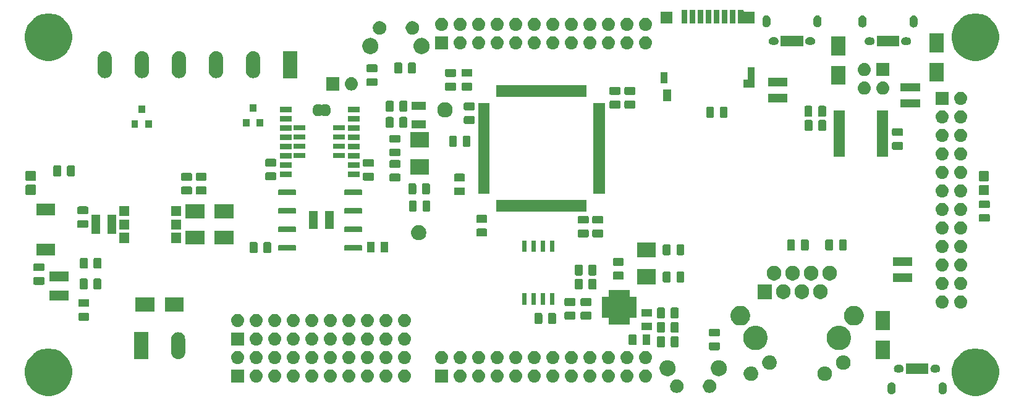
<source format=gbr>
G04 #@! TF.GenerationSoftware,KiCad,Pcbnew,(5.1.2)-1*
G04 #@! TF.CreationDate,2019-05-25T18:32:04-03:00*
G04 #@! TF.ProjectId,dragonmanh7,64726167-6f6e-46d6-916e-68372e6b6963,rev?*
G04 #@! TF.SameCoordinates,Original*
G04 #@! TF.FileFunction,Soldermask,Top*
G04 #@! TF.FilePolarity,Negative*
%FSLAX46Y46*%
G04 Gerber Fmt 4.6, Leading zero omitted, Abs format (unit mm)*
G04 Created by KiCad (PCBNEW (5.1.2)-1) date 2019-05-25 18:32:04*
%MOMM*%
%LPD*%
G04 APERTURE LIST*
%ADD10C,0.100000*%
G04 APERTURE END LIST*
D10*
G36*
X190587835Y-75035828D02*
G01*
X190940282Y-75105934D01*
X191531926Y-75351001D01*
X191932073Y-75618371D01*
X192021687Y-75678249D01*
X192064392Y-75706784D01*
X192517216Y-76159608D01*
X192872999Y-76692074D01*
X193118066Y-77283718D01*
X193133654Y-77362083D01*
X193243000Y-77911803D01*
X193243000Y-78552197D01*
X193202031Y-78758160D01*
X193118066Y-79180282D01*
X192872999Y-79771926D01*
X192517216Y-80304392D01*
X192064392Y-80757216D01*
X191531926Y-81112999D01*
X190940282Y-81358066D01*
X190626239Y-81420533D01*
X190312197Y-81483000D01*
X189671803Y-81483000D01*
X189357761Y-81420533D01*
X189043718Y-81358066D01*
X188452074Y-81112999D01*
X187919608Y-80757216D01*
X187466784Y-80304392D01*
X187111001Y-79771926D01*
X186865934Y-79180282D01*
X186781969Y-78758160D01*
X186741000Y-78552197D01*
X186741000Y-77911803D01*
X186850346Y-77362083D01*
X186865934Y-77283718D01*
X187111001Y-76692074D01*
X187466784Y-76159608D01*
X187919608Y-75706784D01*
X187962314Y-75678249D01*
X188051927Y-75618371D01*
X188452074Y-75351001D01*
X189043718Y-75105934D01*
X189396165Y-75035828D01*
X189671803Y-74981000D01*
X190312197Y-74981000D01*
X190587835Y-75035828D01*
X190587835Y-75035828D01*
G37*
G36*
X63587835Y-75035828D02*
G01*
X63940282Y-75105934D01*
X64531926Y-75351001D01*
X64932073Y-75618371D01*
X65021687Y-75678249D01*
X65064392Y-75706784D01*
X65517216Y-76159608D01*
X65872999Y-76692074D01*
X66118066Y-77283718D01*
X66133654Y-77362083D01*
X66243000Y-77911803D01*
X66243000Y-78552197D01*
X66202031Y-78758160D01*
X66118066Y-79180282D01*
X65872999Y-79771926D01*
X65517216Y-80304392D01*
X65064392Y-80757216D01*
X64531926Y-81112999D01*
X63940282Y-81358066D01*
X63626239Y-81420533D01*
X63312197Y-81483000D01*
X62671803Y-81483000D01*
X62357761Y-81420533D01*
X62043718Y-81358066D01*
X61452074Y-81112999D01*
X60919608Y-80757216D01*
X60466784Y-80304392D01*
X60111001Y-79771926D01*
X59865934Y-79180282D01*
X59781969Y-78758160D01*
X59741000Y-78552197D01*
X59741000Y-77911803D01*
X59850346Y-77362083D01*
X59865934Y-77283718D01*
X60111001Y-76692074D01*
X60466784Y-76159608D01*
X60919608Y-75706784D01*
X60962314Y-75678249D01*
X61051927Y-75618371D01*
X61452074Y-75351001D01*
X62043718Y-75105934D01*
X62396165Y-75035828D01*
X62671803Y-74981000D01*
X63312197Y-74981000D01*
X63587835Y-75035828D01*
X63587835Y-75035828D01*
G37*
G36*
X178599014Y-79605973D02*
G01*
X178702878Y-79637479D01*
X178746907Y-79661013D01*
X178798599Y-79688643D01*
X178798601Y-79688644D01*
X178798600Y-79688644D01*
X178882501Y-79757499D01*
X178940887Y-79828643D01*
X178951357Y-79841401D01*
X178974467Y-79884636D01*
X179002521Y-79937121D01*
X179034027Y-80040985D01*
X179042000Y-80121933D01*
X179042000Y-80726067D01*
X179034027Y-80807015D01*
X179002521Y-80910879D01*
X179002519Y-80910882D01*
X178951357Y-81006600D01*
X178882501Y-81090501D01*
X178798600Y-81159357D01*
X178730055Y-81195995D01*
X178702879Y-81210521D01*
X178599015Y-81242027D01*
X178491000Y-81252666D01*
X178382986Y-81242027D01*
X178279122Y-81210521D01*
X178251946Y-81195995D01*
X178183401Y-81159357D01*
X178099500Y-81090501D01*
X178030643Y-81006599D01*
X177979481Y-80910882D01*
X177959687Y-80845629D01*
X177947973Y-80807015D01*
X177940000Y-80726067D01*
X177940000Y-80121934D01*
X177947973Y-80040986D01*
X177979479Y-79937122D01*
X178030644Y-79841400D01*
X178099499Y-79757499D01*
X178183400Y-79688644D01*
X178183399Y-79688644D01*
X178183401Y-79688643D01*
X178235093Y-79661013D01*
X178279121Y-79637479D01*
X178382985Y-79605973D01*
X178491000Y-79595334D01*
X178599014Y-79605973D01*
X178599014Y-79605973D01*
G37*
G36*
X185599014Y-79605973D02*
G01*
X185702878Y-79637479D01*
X185746907Y-79661013D01*
X185798599Y-79688643D01*
X185798601Y-79688644D01*
X185798600Y-79688644D01*
X185882501Y-79757499D01*
X185940887Y-79828643D01*
X185951357Y-79841401D01*
X185974467Y-79884636D01*
X186002521Y-79937121D01*
X186034027Y-80040985D01*
X186042000Y-80121933D01*
X186042000Y-80726067D01*
X186034027Y-80807015D01*
X186002521Y-80910879D01*
X186002519Y-80910882D01*
X185951357Y-81006600D01*
X185882501Y-81090501D01*
X185798600Y-81159357D01*
X185730055Y-81195995D01*
X185702879Y-81210521D01*
X185599015Y-81242027D01*
X185491000Y-81252666D01*
X185382986Y-81242027D01*
X185279122Y-81210521D01*
X185251946Y-81195995D01*
X185183401Y-81159357D01*
X185099500Y-81090501D01*
X185030643Y-81006599D01*
X184979481Y-80910882D01*
X184959687Y-80845629D01*
X184947973Y-80807015D01*
X184940000Y-80726067D01*
X184940000Y-80121934D01*
X184947973Y-80040986D01*
X184979479Y-79937122D01*
X185030644Y-79841400D01*
X185099499Y-79757499D01*
X185183400Y-79688644D01*
X185183399Y-79688644D01*
X185183401Y-79688643D01*
X185235093Y-79661013D01*
X185279121Y-79637479D01*
X185382985Y-79605973D01*
X185491000Y-79595334D01*
X185599014Y-79605973D01*
X185599014Y-79605973D01*
G37*
G36*
X153841044Y-79256745D02*
G01*
X154009566Y-79326549D01*
X154161231Y-79427888D01*
X154290212Y-79556869D01*
X154391551Y-79708534D01*
X154461355Y-79877056D01*
X154496940Y-80055957D01*
X154496940Y-80238363D01*
X154461355Y-80417264D01*
X154391551Y-80585786D01*
X154290212Y-80737451D01*
X154161231Y-80866432D01*
X154009566Y-80967771D01*
X153841044Y-81037575D01*
X153662143Y-81073160D01*
X153479737Y-81073160D01*
X153300836Y-81037575D01*
X153132314Y-80967771D01*
X152980649Y-80866432D01*
X152851668Y-80737451D01*
X152750329Y-80585786D01*
X152680525Y-80417264D01*
X152644940Y-80238363D01*
X152644940Y-80055957D01*
X152680525Y-79877056D01*
X152750329Y-79708534D01*
X152851668Y-79556869D01*
X152980649Y-79427888D01*
X153132314Y-79326549D01*
X153300836Y-79256745D01*
X153479737Y-79221160D01*
X153662143Y-79221160D01*
X153841044Y-79256745D01*
X153841044Y-79256745D01*
G37*
G36*
X149341044Y-79256745D02*
G01*
X149509566Y-79326549D01*
X149661231Y-79427888D01*
X149790212Y-79556869D01*
X149891551Y-79708534D01*
X149961355Y-79877056D01*
X149996940Y-80055957D01*
X149996940Y-80238363D01*
X149961355Y-80417264D01*
X149891551Y-80585786D01*
X149790212Y-80737451D01*
X149661231Y-80866432D01*
X149509566Y-80967771D01*
X149341044Y-81037575D01*
X149162143Y-81073160D01*
X148979737Y-81073160D01*
X148800836Y-81037575D01*
X148632314Y-80967771D01*
X148480649Y-80866432D01*
X148351668Y-80737451D01*
X148250329Y-80585786D01*
X148180525Y-80417264D01*
X148144940Y-80238363D01*
X148144940Y-80055957D01*
X148180525Y-79877056D01*
X148250329Y-79708534D01*
X148351668Y-79556869D01*
X148480649Y-79427888D01*
X148632314Y-79326549D01*
X148800836Y-79256745D01*
X148979737Y-79221160D01*
X149162143Y-79221160D01*
X149341044Y-79256745D01*
X149341044Y-79256745D01*
G37*
G36*
X91550443Y-77845519D02*
G01*
X91616627Y-77852037D01*
X91786466Y-77903557D01*
X91942991Y-77987222D01*
X91978729Y-78016552D01*
X92080186Y-78099814D01*
X92163448Y-78201271D01*
X92192778Y-78237009D01*
X92276443Y-78393534D01*
X92327963Y-78563373D01*
X92345359Y-78740000D01*
X92327963Y-78916627D01*
X92276443Y-79086466D01*
X92192778Y-79242991D01*
X92181490Y-79256745D01*
X92080186Y-79380186D01*
X91978729Y-79463448D01*
X91942991Y-79492778D01*
X91786466Y-79576443D01*
X91616627Y-79627963D01*
X91550442Y-79634482D01*
X91484260Y-79641000D01*
X91395740Y-79641000D01*
X91329558Y-79634482D01*
X91263373Y-79627963D01*
X91093534Y-79576443D01*
X90937009Y-79492778D01*
X90901271Y-79463448D01*
X90799814Y-79380186D01*
X90698510Y-79256745D01*
X90687222Y-79242991D01*
X90603557Y-79086466D01*
X90552037Y-78916627D01*
X90534641Y-78740000D01*
X90552037Y-78563373D01*
X90603557Y-78393534D01*
X90687222Y-78237009D01*
X90716552Y-78201271D01*
X90799814Y-78099814D01*
X90901271Y-78016552D01*
X90937009Y-77987222D01*
X91093534Y-77903557D01*
X91263373Y-77852037D01*
X91329557Y-77845519D01*
X91395740Y-77839000D01*
X91484260Y-77839000D01*
X91550443Y-77845519D01*
X91550443Y-77845519D01*
G37*
G36*
X89801000Y-79641000D02*
G01*
X87999000Y-79641000D01*
X87999000Y-77839000D01*
X89801000Y-77839000D01*
X89801000Y-79641000D01*
X89801000Y-79641000D01*
G37*
G36*
X94090443Y-77845519D02*
G01*
X94156627Y-77852037D01*
X94326466Y-77903557D01*
X94482991Y-77987222D01*
X94518729Y-78016552D01*
X94620186Y-78099814D01*
X94703448Y-78201271D01*
X94732778Y-78237009D01*
X94816443Y-78393534D01*
X94867963Y-78563373D01*
X94885359Y-78740000D01*
X94867963Y-78916627D01*
X94816443Y-79086466D01*
X94732778Y-79242991D01*
X94721490Y-79256745D01*
X94620186Y-79380186D01*
X94518729Y-79463448D01*
X94482991Y-79492778D01*
X94326466Y-79576443D01*
X94156627Y-79627963D01*
X94090442Y-79634482D01*
X94024260Y-79641000D01*
X93935740Y-79641000D01*
X93869558Y-79634482D01*
X93803373Y-79627963D01*
X93633534Y-79576443D01*
X93477009Y-79492778D01*
X93441271Y-79463448D01*
X93339814Y-79380186D01*
X93238510Y-79256745D01*
X93227222Y-79242991D01*
X93143557Y-79086466D01*
X93092037Y-78916627D01*
X93074641Y-78740000D01*
X93092037Y-78563373D01*
X93143557Y-78393534D01*
X93227222Y-78237009D01*
X93256552Y-78201271D01*
X93339814Y-78099814D01*
X93441271Y-78016552D01*
X93477009Y-77987222D01*
X93633534Y-77903557D01*
X93803373Y-77852037D01*
X93869557Y-77845519D01*
X93935740Y-77839000D01*
X94024260Y-77839000D01*
X94090443Y-77845519D01*
X94090443Y-77845519D01*
G37*
G36*
X96630443Y-77845519D02*
G01*
X96696627Y-77852037D01*
X96866466Y-77903557D01*
X97022991Y-77987222D01*
X97058729Y-78016552D01*
X97160186Y-78099814D01*
X97243448Y-78201271D01*
X97272778Y-78237009D01*
X97356443Y-78393534D01*
X97407963Y-78563373D01*
X97425359Y-78740000D01*
X97407963Y-78916627D01*
X97356443Y-79086466D01*
X97272778Y-79242991D01*
X97261490Y-79256745D01*
X97160186Y-79380186D01*
X97058729Y-79463448D01*
X97022991Y-79492778D01*
X96866466Y-79576443D01*
X96696627Y-79627963D01*
X96630442Y-79634482D01*
X96564260Y-79641000D01*
X96475740Y-79641000D01*
X96409558Y-79634482D01*
X96343373Y-79627963D01*
X96173534Y-79576443D01*
X96017009Y-79492778D01*
X95981271Y-79463448D01*
X95879814Y-79380186D01*
X95778510Y-79256745D01*
X95767222Y-79242991D01*
X95683557Y-79086466D01*
X95632037Y-78916627D01*
X95614641Y-78740000D01*
X95632037Y-78563373D01*
X95683557Y-78393534D01*
X95767222Y-78237009D01*
X95796552Y-78201271D01*
X95879814Y-78099814D01*
X95981271Y-78016552D01*
X96017009Y-77987222D01*
X96173534Y-77903557D01*
X96343373Y-77852037D01*
X96409557Y-77845519D01*
X96475740Y-77839000D01*
X96564260Y-77839000D01*
X96630443Y-77845519D01*
X96630443Y-77845519D01*
G37*
G36*
X99170443Y-77845519D02*
G01*
X99236627Y-77852037D01*
X99406466Y-77903557D01*
X99562991Y-77987222D01*
X99598729Y-78016552D01*
X99700186Y-78099814D01*
X99783448Y-78201271D01*
X99812778Y-78237009D01*
X99896443Y-78393534D01*
X99947963Y-78563373D01*
X99965359Y-78740000D01*
X99947963Y-78916627D01*
X99896443Y-79086466D01*
X99812778Y-79242991D01*
X99801490Y-79256745D01*
X99700186Y-79380186D01*
X99598729Y-79463448D01*
X99562991Y-79492778D01*
X99406466Y-79576443D01*
X99236627Y-79627963D01*
X99170442Y-79634482D01*
X99104260Y-79641000D01*
X99015740Y-79641000D01*
X98949558Y-79634482D01*
X98883373Y-79627963D01*
X98713534Y-79576443D01*
X98557009Y-79492778D01*
X98521271Y-79463448D01*
X98419814Y-79380186D01*
X98318510Y-79256745D01*
X98307222Y-79242991D01*
X98223557Y-79086466D01*
X98172037Y-78916627D01*
X98154641Y-78740000D01*
X98172037Y-78563373D01*
X98223557Y-78393534D01*
X98307222Y-78237009D01*
X98336552Y-78201271D01*
X98419814Y-78099814D01*
X98521271Y-78016552D01*
X98557009Y-77987222D01*
X98713534Y-77903557D01*
X98883373Y-77852037D01*
X98949557Y-77845519D01*
X99015740Y-77839000D01*
X99104260Y-77839000D01*
X99170443Y-77845519D01*
X99170443Y-77845519D01*
G37*
G36*
X101710443Y-77845519D02*
G01*
X101776627Y-77852037D01*
X101946466Y-77903557D01*
X102102991Y-77987222D01*
X102138729Y-78016552D01*
X102240186Y-78099814D01*
X102323448Y-78201271D01*
X102352778Y-78237009D01*
X102436443Y-78393534D01*
X102487963Y-78563373D01*
X102505359Y-78740000D01*
X102487963Y-78916627D01*
X102436443Y-79086466D01*
X102352778Y-79242991D01*
X102341490Y-79256745D01*
X102240186Y-79380186D01*
X102138729Y-79463448D01*
X102102991Y-79492778D01*
X101946466Y-79576443D01*
X101776627Y-79627963D01*
X101710442Y-79634482D01*
X101644260Y-79641000D01*
X101555740Y-79641000D01*
X101489558Y-79634482D01*
X101423373Y-79627963D01*
X101253534Y-79576443D01*
X101097009Y-79492778D01*
X101061271Y-79463448D01*
X100959814Y-79380186D01*
X100858510Y-79256745D01*
X100847222Y-79242991D01*
X100763557Y-79086466D01*
X100712037Y-78916627D01*
X100694641Y-78740000D01*
X100712037Y-78563373D01*
X100763557Y-78393534D01*
X100847222Y-78237009D01*
X100876552Y-78201271D01*
X100959814Y-78099814D01*
X101061271Y-78016552D01*
X101097009Y-77987222D01*
X101253534Y-77903557D01*
X101423373Y-77852037D01*
X101489557Y-77845519D01*
X101555740Y-77839000D01*
X101644260Y-77839000D01*
X101710443Y-77845519D01*
X101710443Y-77845519D01*
G37*
G36*
X104250443Y-77845519D02*
G01*
X104316627Y-77852037D01*
X104486466Y-77903557D01*
X104642991Y-77987222D01*
X104678729Y-78016552D01*
X104780186Y-78099814D01*
X104863448Y-78201271D01*
X104892778Y-78237009D01*
X104976443Y-78393534D01*
X105027963Y-78563373D01*
X105045359Y-78740000D01*
X105027963Y-78916627D01*
X104976443Y-79086466D01*
X104892778Y-79242991D01*
X104881490Y-79256745D01*
X104780186Y-79380186D01*
X104678729Y-79463448D01*
X104642991Y-79492778D01*
X104486466Y-79576443D01*
X104316627Y-79627963D01*
X104250442Y-79634482D01*
X104184260Y-79641000D01*
X104095740Y-79641000D01*
X104029558Y-79634482D01*
X103963373Y-79627963D01*
X103793534Y-79576443D01*
X103637009Y-79492778D01*
X103601271Y-79463448D01*
X103499814Y-79380186D01*
X103398510Y-79256745D01*
X103387222Y-79242991D01*
X103303557Y-79086466D01*
X103252037Y-78916627D01*
X103234641Y-78740000D01*
X103252037Y-78563373D01*
X103303557Y-78393534D01*
X103387222Y-78237009D01*
X103416552Y-78201271D01*
X103499814Y-78099814D01*
X103601271Y-78016552D01*
X103637009Y-77987222D01*
X103793534Y-77903557D01*
X103963373Y-77852037D01*
X104029557Y-77845519D01*
X104095740Y-77839000D01*
X104184260Y-77839000D01*
X104250443Y-77845519D01*
X104250443Y-77845519D01*
G37*
G36*
X106790443Y-77845519D02*
G01*
X106856627Y-77852037D01*
X107026466Y-77903557D01*
X107182991Y-77987222D01*
X107218729Y-78016552D01*
X107320186Y-78099814D01*
X107403448Y-78201271D01*
X107432778Y-78237009D01*
X107516443Y-78393534D01*
X107567963Y-78563373D01*
X107585359Y-78740000D01*
X107567963Y-78916627D01*
X107516443Y-79086466D01*
X107432778Y-79242991D01*
X107421490Y-79256745D01*
X107320186Y-79380186D01*
X107218729Y-79463448D01*
X107182991Y-79492778D01*
X107026466Y-79576443D01*
X106856627Y-79627963D01*
X106790442Y-79634482D01*
X106724260Y-79641000D01*
X106635740Y-79641000D01*
X106569558Y-79634482D01*
X106503373Y-79627963D01*
X106333534Y-79576443D01*
X106177009Y-79492778D01*
X106141271Y-79463448D01*
X106039814Y-79380186D01*
X105938510Y-79256745D01*
X105927222Y-79242991D01*
X105843557Y-79086466D01*
X105792037Y-78916627D01*
X105774641Y-78740000D01*
X105792037Y-78563373D01*
X105843557Y-78393534D01*
X105927222Y-78237009D01*
X105956552Y-78201271D01*
X106039814Y-78099814D01*
X106141271Y-78016552D01*
X106177009Y-77987222D01*
X106333534Y-77903557D01*
X106503373Y-77852037D01*
X106569557Y-77845519D01*
X106635740Y-77839000D01*
X106724260Y-77839000D01*
X106790443Y-77845519D01*
X106790443Y-77845519D01*
G37*
G36*
X109330443Y-77845519D02*
G01*
X109396627Y-77852037D01*
X109566466Y-77903557D01*
X109722991Y-77987222D01*
X109758729Y-78016552D01*
X109860186Y-78099814D01*
X109943448Y-78201271D01*
X109972778Y-78237009D01*
X110056443Y-78393534D01*
X110107963Y-78563373D01*
X110125359Y-78740000D01*
X110107963Y-78916627D01*
X110056443Y-79086466D01*
X109972778Y-79242991D01*
X109961490Y-79256745D01*
X109860186Y-79380186D01*
X109758729Y-79463448D01*
X109722991Y-79492778D01*
X109566466Y-79576443D01*
X109396627Y-79627963D01*
X109330442Y-79634482D01*
X109264260Y-79641000D01*
X109175740Y-79641000D01*
X109109558Y-79634482D01*
X109043373Y-79627963D01*
X108873534Y-79576443D01*
X108717009Y-79492778D01*
X108681271Y-79463448D01*
X108579814Y-79380186D01*
X108478510Y-79256745D01*
X108467222Y-79242991D01*
X108383557Y-79086466D01*
X108332037Y-78916627D01*
X108314641Y-78740000D01*
X108332037Y-78563373D01*
X108383557Y-78393534D01*
X108467222Y-78237009D01*
X108496552Y-78201271D01*
X108579814Y-78099814D01*
X108681271Y-78016552D01*
X108717009Y-77987222D01*
X108873534Y-77903557D01*
X109043373Y-77852037D01*
X109109557Y-77845519D01*
X109175740Y-77839000D01*
X109264260Y-77839000D01*
X109330443Y-77845519D01*
X109330443Y-77845519D01*
G37*
G36*
X111870443Y-77845519D02*
G01*
X111936627Y-77852037D01*
X112106466Y-77903557D01*
X112262991Y-77987222D01*
X112298729Y-78016552D01*
X112400186Y-78099814D01*
X112483448Y-78201271D01*
X112512778Y-78237009D01*
X112596443Y-78393534D01*
X112647963Y-78563373D01*
X112665359Y-78740000D01*
X112647963Y-78916627D01*
X112596443Y-79086466D01*
X112512778Y-79242991D01*
X112501490Y-79256745D01*
X112400186Y-79380186D01*
X112298729Y-79463448D01*
X112262991Y-79492778D01*
X112106466Y-79576443D01*
X111936627Y-79627963D01*
X111870442Y-79634482D01*
X111804260Y-79641000D01*
X111715740Y-79641000D01*
X111649558Y-79634482D01*
X111583373Y-79627963D01*
X111413534Y-79576443D01*
X111257009Y-79492778D01*
X111221271Y-79463448D01*
X111119814Y-79380186D01*
X111018510Y-79256745D01*
X111007222Y-79242991D01*
X110923557Y-79086466D01*
X110872037Y-78916627D01*
X110854641Y-78740000D01*
X110872037Y-78563373D01*
X110923557Y-78393534D01*
X111007222Y-78237009D01*
X111036552Y-78201271D01*
X111119814Y-78099814D01*
X111221271Y-78016552D01*
X111257009Y-77987222D01*
X111413534Y-77903557D01*
X111583373Y-77852037D01*
X111649557Y-77845519D01*
X111715740Y-77839000D01*
X111804260Y-77839000D01*
X111870443Y-77845519D01*
X111870443Y-77845519D01*
G37*
G36*
X117741000Y-79641000D02*
G01*
X115939000Y-79641000D01*
X115939000Y-77839000D01*
X117741000Y-77839000D01*
X117741000Y-79641000D01*
X117741000Y-79641000D01*
G37*
G36*
X124570443Y-77845519D02*
G01*
X124636627Y-77852037D01*
X124806466Y-77903557D01*
X124962991Y-77987222D01*
X124998729Y-78016552D01*
X125100186Y-78099814D01*
X125183448Y-78201271D01*
X125212778Y-78237009D01*
X125296443Y-78393534D01*
X125347963Y-78563373D01*
X125365359Y-78740000D01*
X125347963Y-78916627D01*
X125296443Y-79086466D01*
X125212778Y-79242991D01*
X125201490Y-79256745D01*
X125100186Y-79380186D01*
X124998729Y-79463448D01*
X124962991Y-79492778D01*
X124806466Y-79576443D01*
X124636627Y-79627963D01*
X124570442Y-79634482D01*
X124504260Y-79641000D01*
X124415740Y-79641000D01*
X124349558Y-79634482D01*
X124283373Y-79627963D01*
X124113534Y-79576443D01*
X123957009Y-79492778D01*
X123921271Y-79463448D01*
X123819814Y-79380186D01*
X123718510Y-79256745D01*
X123707222Y-79242991D01*
X123623557Y-79086466D01*
X123572037Y-78916627D01*
X123554641Y-78740000D01*
X123572037Y-78563373D01*
X123623557Y-78393534D01*
X123707222Y-78237009D01*
X123736552Y-78201271D01*
X123819814Y-78099814D01*
X123921271Y-78016552D01*
X123957009Y-77987222D01*
X124113534Y-77903557D01*
X124283373Y-77852037D01*
X124349557Y-77845519D01*
X124415740Y-77839000D01*
X124504260Y-77839000D01*
X124570443Y-77845519D01*
X124570443Y-77845519D01*
G37*
G36*
X127110443Y-77845519D02*
G01*
X127176627Y-77852037D01*
X127346466Y-77903557D01*
X127502991Y-77987222D01*
X127538729Y-78016552D01*
X127640186Y-78099814D01*
X127723448Y-78201271D01*
X127752778Y-78237009D01*
X127836443Y-78393534D01*
X127887963Y-78563373D01*
X127905359Y-78740000D01*
X127887963Y-78916627D01*
X127836443Y-79086466D01*
X127752778Y-79242991D01*
X127741490Y-79256745D01*
X127640186Y-79380186D01*
X127538729Y-79463448D01*
X127502991Y-79492778D01*
X127346466Y-79576443D01*
X127176627Y-79627963D01*
X127110442Y-79634482D01*
X127044260Y-79641000D01*
X126955740Y-79641000D01*
X126889558Y-79634482D01*
X126823373Y-79627963D01*
X126653534Y-79576443D01*
X126497009Y-79492778D01*
X126461271Y-79463448D01*
X126359814Y-79380186D01*
X126258510Y-79256745D01*
X126247222Y-79242991D01*
X126163557Y-79086466D01*
X126112037Y-78916627D01*
X126094641Y-78740000D01*
X126112037Y-78563373D01*
X126163557Y-78393534D01*
X126247222Y-78237009D01*
X126276552Y-78201271D01*
X126359814Y-78099814D01*
X126461271Y-78016552D01*
X126497009Y-77987222D01*
X126653534Y-77903557D01*
X126823373Y-77852037D01*
X126889557Y-77845519D01*
X126955740Y-77839000D01*
X127044260Y-77839000D01*
X127110443Y-77845519D01*
X127110443Y-77845519D01*
G37*
G36*
X129650443Y-77845519D02*
G01*
X129716627Y-77852037D01*
X129886466Y-77903557D01*
X130042991Y-77987222D01*
X130078729Y-78016552D01*
X130180186Y-78099814D01*
X130263448Y-78201271D01*
X130292778Y-78237009D01*
X130376443Y-78393534D01*
X130427963Y-78563373D01*
X130445359Y-78740000D01*
X130427963Y-78916627D01*
X130376443Y-79086466D01*
X130292778Y-79242991D01*
X130281490Y-79256745D01*
X130180186Y-79380186D01*
X130078729Y-79463448D01*
X130042991Y-79492778D01*
X129886466Y-79576443D01*
X129716627Y-79627963D01*
X129650442Y-79634482D01*
X129584260Y-79641000D01*
X129495740Y-79641000D01*
X129429558Y-79634482D01*
X129363373Y-79627963D01*
X129193534Y-79576443D01*
X129037009Y-79492778D01*
X129001271Y-79463448D01*
X128899814Y-79380186D01*
X128798510Y-79256745D01*
X128787222Y-79242991D01*
X128703557Y-79086466D01*
X128652037Y-78916627D01*
X128634641Y-78740000D01*
X128652037Y-78563373D01*
X128703557Y-78393534D01*
X128787222Y-78237009D01*
X128816552Y-78201271D01*
X128899814Y-78099814D01*
X129001271Y-78016552D01*
X129037009Y-77987222D01*
X129193534Y-77903557D01*
X129363373Y-77852037D01*
X129429557Y-77845519D01*
X129495740Y-77839000D01*
X129584260Y-77839000D01*
X129650443Y-77845519D01*
X129650443Y-77845519D01*
G37*
G36*
X122030443Y-77845519D02*
G01*
X122096627Y-77852037D01*
X122266466Y-77903557D01*
X122422991Y-77987222D01*
X122458729Y-78016552D01*
X122560186Y-78099814D01*
X122643448Y-78201271D01*
X122672778Y-78237009D01*
X122756443Y-78393534D01*
X122807963Y-78563373D01*
X122825359Y-78740000D01*
X122807963Y-78916627D01*
X122756443Y-79086466D01*
X122672778Y-79242991D01*
X122661490Y-79256745D01*
X122560186Y-79380186D01*
X122458729Y-79463448D01*
X122422991Y-79492778D01*
X122266466Y-79576443D01*
X122096627Y-79627963D01*
X122030442Y-79634482D01*
X121964260Y-79641000D01*
X121875740Y-79641000D01*
X121809558Y-79634482D01*
X121743373Y-79627963D01*
X121573534Y-79576443D01*
X121417009Y-79492778D01*
X121381271Y-79463448D01*
X121279814Y-79380186D01*
X121178510Y-79256745D01*
X121167222Y-79242991D01*
X121083557Y-79086466D01*
X121032037Y-78916627D01*
X121014641Y-78740000D01*
X121032037Y-78563373D01*
X121083557Y-78393534D01*
X121167222Y-78237009D01*
X121196552Y-78201271D01*
X121279814Y-78099814D01*
X121381271Y-78016552D01*
X121417009Y-77987222D01*
X121573534Y-77903557D01*
X121743373Y-77852037D01*
X121809557Y-77845519D01*
X121875740Y-77839000D01*
X121964260Y-77839000D01*
X122030443Y-77845519D01*
X122030443Y-77845519D01*
G37*
G36*
X134730443Y-77845519D02*
G01*
X134796627Y-77852037D01*
X134966466Y-77903557D01*
X135122991Y-77987222D01*
X135158729Y-78016552D01*
X135260186Y-78099814D01*
X135343448Y-78201271D01*
X135372778Y-78237009D01*
X135456443Y-78393534D01*
X135507963Y-78563373D01*
X135525359Y-78740000D01*
X135507963Y-78916627D01*
X135456443Y-79086466D01*
X135372778Y-79242991D01*
X135361490Y-79256745D01*
X135260186Y-79380186D01*
X135158729Y-79463448D01*
X135122991Y-79492778D01*
X134966466Y-79576443D01*
X134796627Y-79627963D01*
X134730442Y-79634482D01*
X134664260Y-79641000D01*
X134575740Y-79641000D01*
X134509558Y-79634482D01*
X134443373Y-79627963D01*
X134273534Y-79576443D01*
X134117009Y-79492778D01*
X134081271Y-79463448D01*
X133979814Y-79380186D01*
X133878510Y-79256745D01*
X133867222Y-79242991D01*
X133783557Y-79086466D01*
X133732037Y-78916627D01*
X133714641Y-78740000D01*
X133732037Y-78563373D01*
X133783557Y-78393534D01*
X133867222Y-78237009D01*
X133896552Y-78201271D01*
X133979814Y-78099814D01*
X134081271Y-78016552D01*
X134117009Y-77987222D01*
X134273534Y-77903557D01*
X134443373Y-77852037D01*
X134509557Y-77845519D01*
X134575740Y-77839000D01*
X134664260Y-77839000D01*
X134730443Y-77845519D01*
X134730443Y-77845519D01*
G37*
G36*
X137270443Y-77845519D02*
G01*
X137336627Y-77852037D01*
X137506466Y-77903557D01*
X137662991Y-77987222D01*
X137698729Y-78016552D01*
X137800186Y-78099814D01*
X137883448Y-78201271D01*
X137912778Y-78237009D01*
X137996443Y-78393534D01*
X138047963Y-78563373D01*
X138065359Y-78740000D01*
X138047963Y-78916627D01*
X137996443Y-79086466D01*
X137912778Y-79242991D01*
X137901490Y-79256745D01*
X137800186Y-79380186D01*
X137698729Y-79463448D01*
X137662991Y-79492778D01*
X137506466Y-79576443D01*
X137336627Y-79627963D01*
X137270442Y-79634482D01*
X137204260Y-79641000D01*
X137115740Y-79641000D01*
X137049558Y-79634482D01*
X136983373Y-79627963D01*
X136813534Y-79576443D01*
X136657009Y-79492778D01*
X136621271Y-79463448D01*
X136519814Y-79380186D01*
X136418510Y-79256745D01*
X136407222Y-79242991D01*
X136323557Y-79086466D01*
X136272037Y-78916627D01*
X136254641Y-78740000D01*
X136272037Y-78563373D01*
X136323557Y-78393534D01*
X136407222Y-78237009D01*
X136436552Y-78201271D01*
X136519814Y-78099814D01*
X136621271Y-78016552D01*
X136657009Y-77987222D01*
X136813534Y-77903557D01*
X136983373Y-77852037D01*
X137049557Y-77845519D01*
X137115740Y-77839000D01*
X137204260Y-77839000D01*
X137270443Y-77845519D01*
X137270443Y-77845519D01*
G37*
G36*
X144890443Y-77845519D02*
G01*
X144956627Y-77852037D01*
X145126466Y-77903557D01*
X145282991Y-77987222D01*
X145318729Y-78016552D01*
X145420186Y-78099814D01*
X145503448Y-78201271D01*
X145532778Y-78237009D01*
X145616443Y-78393534D01*
X145667963Y-78563373D01*
X145685359Y-78740000D01*
X145667963Y-78916627D01*
X145616443Y-79086466D01*
X145532778Y-79242991D01*
X145521490Y-79256745D01*
X145420186Y-79380186D01*
X145318729Y-79463448D01*
X145282991Y-79492778D01*
X145126466Y-79576443D01*
X144956627Y-79627963D01*
X144890442Y-79634482D01*
X144824260Y-79641000D01*
X144735740Y-79641000D01*
X144669558Y-79634482D01*
X144603373Y-79627963D01*
X144433534Y-79576443D01*
X144277009Y-79492778D01*
X144241271Y-79463448D01*
X144139814Y-79380186D01*
X144038510Y-79256745D01*
X144027222Y-79242991D01*
X143943557Y-79086466D01*
X143892037Y-78916627D01*
X143874641Y-78740000D01*
X143892037Y-78563373D01*
X143943557Y-78393534D01*
X144027222Y-78237009D01*
X144056552Y-78201271D01*
X144139814Y-78099814D01*
X144241271Y-78016552D01*
X144277009Y-77987222D01*
X144433534Y-77903557D01*
X144603373Y-77852037D01*
X144669557Y-77845519D01*
X144735740Y-77839000D01*
X144824260Y-77839000D01*
X144890443Y-77845519D01*
X144890443Y-77845519D01*
G37*
G36*
X142350443Y-77845519D02*
G01*
X142416627Y-77852037D01*
X142586466Y-77903557D01*
X142742991Y-77987222D01*
X142778729Y-78016552D01*
X142880186Y-78099814D01*
X142963448Y-78201271D01*
X142992778Y-78237009D01*
X143076443Y-78393534D01*
X143127963Y-78563373D01*
X143145359Y-78740000D01*
X143127963Y-78916627D01*
X143076443Y-79086466D01*
X142992778Y-79242991D01*
X142981490Y-79256745D01*
X142880186Y-79380186D01*
X142778729Y-79463448D01*
X142742991Y-79492778D01*
X142586466Y-79576443D01*
X142416627Y-79627963D01*
X142350442Y-79634482D01*
X142284260Y-79641000D01*
X142195740Y-79641000D01*
X142129558Y-79634482D01*
X142063373Y-79627963D01*
X141893534Y-79576443D01*
X141737009Y-79492778D01*
X141701271Y-79463448D01*
X141599814Y-79380186D01*
X141498510Y-79256745D01*
X141487222Y-79242991D01*
X141403557Y-79086466D01*
X141352037Y-78916627D01*
X141334641Y-78740000D01*
X141352037Y-78563373D01*
X141403557Y-78393534D01*
X141487222Y-78237009D01*
X141516552Y-78201271D01*
X141599814Y-78099814D01*
X141701271Y-78016552D01*
X141737009Y-77987222D01*
X141893534Y-77903557D01*
X142063373Y-77852037D01*
X142129557Y-77845519D01*
X142195740Y-77839000D01*
X142284260Y-77839000D01*
X142350443Y-77845519D01*
X142350443Y-77845519D01*
G37*
G36*
X132190443Y-77845519D02*
G01*
X132256627Y-77852037D01*
X132426466Y-77903557D01*
X132582991Y-77987222D01*
X132618729Y-78016552D01*
X132720186Y-78099814D01*
X132803448Y-78201271D01*
X132832778Y-78237009D01*
X132916443Y-78393534D01*
X132967963Y-78563373D01*
X132985359Y-78740000D01*
X132967963Y-78916627D01*
X132916443Y-79086466D01*
X132832778Y-79242991D01*
X132821490Y-79256745D01*
X132720186Y-79380186D01*
X132618729Y-79463448D01*
X132582991Y-79492778D01*
X132426466Y-79576443D01*
X132256627Y-79627963D01*
X132190442Y-79634482D01*
X132124260Y-79641000D01*
X132035740Y-79641000D01*
X131969558Y-79634482D01*
X131903373Y-79627963D01*
X131733534Y-79576443D01*
X131577009Y-79492778D01*
X131541271Y-79463448D01*
X131439814Y-79380186D01*
X131338510Y-79256745D01*
X131327222Y-79242991D01*
X131243557Y-79086466D01*
X131192037Y-78916627D01*
X131174641Y-78740000D01*
X131192037Y-78563373D01*
X131243557Y-78393534D01*
X131327222Y-78237009D01*
X131356552Y-78201271D01*
X131439814Y-78099814D01*
X131541271Y-78016552D01*
X131577009Y-77987222D01*
X131733534Y-77903557D01*
X131903373Y-77852037D01*
X131969557Y-77845519D01*
X132035740Y-77839000D01*
X132124260Y-77839000D01*
X132190443Y-77845519D01*
X132190443Y-77845519D01*
G37*
G36*
X139810443Y-77845519D02*
G01*
X139876627Y-77852037D01*
X140046466Y-77903557D01*
X140202991Y-77987222D01*
X140238729Y-78016552D01*
X140340186Y-78099814D01*
X140423448Y-78201271D01*
X140452778Y-78237009D01*
X140536443Y-78393534D01*
X140587963Y-78563373D01*
X140605359Y-78740000D01*
X140587963Y-78916627D01*
X140536443Y-79086466D01*
X140452778Y-79242991D01*
X140441490Y-79256745D01*
X140340186Y-79380186D01*
X140238729Y-79463448D01*
X140202991Y-79492778D01*
X140046466Y-79576443D01*
X139876627Y-79627963D01*
X139810442Y-79634482D01*
X139744260Y-79641000D01*
X139655740Y-79641000D01*
X139589558Y-79634482D01*
X139523373Y-79627963D01*
X139353534Y-79576443D01*
X139197009Y-79492778D01*
X139161271Y-79463448D01*
X139059814Y-79380186D01*
X138958510Y-79256745D01*
X138947222Y-79242991D01*
X138863557Y-79086466D01*
X138812037Y-78916627D01*
X138794641Y-78740000D01*
X138812037Y-78563373D01*
X138863557Y-78393534D01*
X138947222Y-78237009D01*
X138976552Y-78201271D01*
X139059814Y-78099814D01*
X139161271Y-78016552D01*
X139197009Y-77987222D01*
X139353534Y-77903557D01*
X139523373Y-77852037D01*
X139589557Y-77845519D01*
X139655740Y-77839000D01*
X139744260Y-77839000D01*
X139810443Y-77845519D01*
X139810443Y-77845519D01*
G37*
G36*
X119490443Y-77845519D02*
G01*
X119556627Y-77852037D01*
X119726466Y-77903557D01*
X119882991Y-77987222D01*
X119918729Y-78016552D01*
X120020186Y-78099814D01*
X120103448Y-78201271D01*
X120132778Y-78237009D01*
X120216443Y-78393534D01*
X120267963Y-78563373D01*
X120285359Y-78740000D01*
X120267963Y-78916627D01*
X120216443Y-79086466D01*
X120132778Y-79242991D01*
X120121490Y-79256745D01*
X120020186Y-79380186D01*
X119918729Y-79463448D01*
X119882991Y-79492778D01*
X119726466Y-79576443D01*
X119556627Y-79627963D01*
X119490442Y-79634482D01*
X119424260Y-79641000D01*
X119335740Y-79641000D01*
X119269558Y-79634482D01*
X119203373Y-79627963D01*
X119033534Y-79576443D01*
X118877009Y-79492778D01*
X118841271Y-79463448D01*
X118739814Y-79380186D01*
X118638510Y-79256745D01*
X118627222Y-79242991D01*
X118543557Y-79086466D01*
X118492037Y-78916627D01*
X118474641Y-78740000D01*
X118492037Y-78563373D01*
X118543557Y-78393534D01*
X118627222Y-78237009D01*
X118656552Y-78201271D01*
X118739814Y-78099814D01*
X118841271Y-78016552D01*
X118877009Y-77987222D01*
X119033534Y-77903557D01*
X119203373Y-77852037D01*
X119269557Y-77845519D01*
X119335740Y-77839000D01*
X119424260Y-77839000D01*
X119490443Y-77845519D01*
X119490443Y-77845519D01*
G37*
G36*
X169632721Y-77452575D02*
G01*
X169723353Y-77490116D01*
X169813983Y-77527656D01*
X169977113Y-77636656D01*
X170115844Y-77775387D01*
X170224844Y-77938517D01*
X170245018Y-77987222D01*
X170299925Y-78119779D01*
X170338200Y-78312201D01*
X170338200Y-78508399D01*
X170299925Y-78700821D01*
X170293700Y-78715849D01*
X170224844Y-78882083D01*
X170115844Y-79045213D01*
X169977113Y-79183944D01*
X169813983Y-79292944D01*
X169723353Y-79330484D01*
X169632721Y-79368025D01*
X169440299Y-79406300D01*
X169244101Y-79406300D01*
X169051679Y-79368025D01*
X168961047Y-79330484D01*
X168870417Y-79292944D01*
X168707287Y-79183944D01*
X168568556Y-79045213D01*
X168459556Y-78882083D01*
X168390700Y-78715849D01*
X168384475Y-78700821D01*
X168346200Y-78508399D01*
X168346200Y-78312201D01*
X168384475Y-78119779D01*
X168439382Y-77987222D01*
X168459556Y-77938517D01*
X168568556Y-77775387D01*
X168707287Y-77636656D01*
X168870417Y-77527656D01*
X168961048Y-77490116D01*
X169051679Y-77452575D01*
X169244101Y-77414300D01*
X169440299Y-77414300D01*
X169632721Y-77452575D01*
X169632721Y-77452575D01*
G37*
G36*
X159522721Y-77452575D02*
G01*
X159613353Y-77490116D01*
X159703983Y-77527656D01*
X159867113Y-77636656D01*
X160005844Y-77775387D01*
X160114844Y-77938517D01*
X160135018Y-77987222D01*
X160189925Y-78119779D01*
X160228200Y-78312201D01*
X160228200Y-78508399D01*
X160189925Y-78700821D01*
X160183700Y-78715849D01*
X160114844Y-78882083D01*
X160005844Y-79045213D01*
X159867113Y-79183944D01*
X159703983Y-79292944D01*
X159613353Y-79330484D01*
X159522721Y-79368025D01*
X159330299Y-79406300D01*
X159134101Y-79406300D01*
X158941679Y-79368025D01*
X158851047Y-79330484D01*
X158760417Y-79292944D01*
X158597287Y-79183944D01*
X158458556Y-79045213D01*
X158349556Y-78882083D01*
X158280700Y-78715849D01*
X158274475Y-78700821D01*
X158236200Y-78508399D01*
X158236200Y-78312201D01*
X158274475Y-78119779D01*
X158329382Y-77987222D01*
X158349556Y-77938517D01*
X158458556Y-77775387D01*
X158597287Y-77636656D01*
X158760417Y-77527656D01*
X158851048Y-77490116D01*
X158941679Y-77452575D01*
X159134101Y-77414300D01*
X159330299Y-77414300D01*
X159522721Y-77452575D01*
X159522721Y-77452575D01*
G37*
G36*
X148025735Y-76577316D02*
G01*
X148132090Y-76598471D01*
X148232274Y-76639969D01*
X148332460Y-76681467D01*
X148512784Y-76801955D01*
X148666145Y-76955316D01*
X148786633Y-77135640D01*
X148786633Y-77135641D01*
X148848306Y-77284531D01*
X148869629Y-77336011D01*
X148911940Y-77548720D01*
X148911940Y-77765600D01*
X148908877Y-77781000D01*
X148869629Y-77978310D01*
X148853336Y-78017644D01*
X148786633Y-78178680D01*
X148666145Y-78359004D01*
X148512784Y-78512365D01*
X148332460Y-78632853D01*
X148253237Y-78665668D01*
X148132090Y-78715849D01*
X148025735Y-78737004D01*
X147919380Y-78758160D01*
X147702500Y-78758160D01*
X147596146Y-78737005D01*
X147489790Y-78715849D01*
X147368643Y-78665668D01*
X147289420Y-78632853D01*
X147109096Y-78512365D01*
X146955735Y-78359004D01*
X146835247Y-78178680D01*
X146768544Y-78017644D01*
X146752251Y-77978310D01*
X146713003Y-77781000D01*
X146709940Y-77765600D01*
X146709940Y-77548720D01*
X146752251Y-77336011D01*
X146773575Y-77284531D01*
X146835247Y-77135641D01*
X146835247Y-77135640D01*
X146955735Y-76955316D01*
X147109096Y-76801955D01*
X147289420Y-76681467D01*
X147389606Y-76639969D01*
X147489790Y-76598471D01*
X147596145Y-76577316D01*
X147702500Y-76556160D01*
X147919380Y-76556160D01*
X148025735Y-76577316D01*
X148025735Y-76577316D01*
G37*
G36*
X155035735Y-76577316D02*
G01*
X155142090Y-76598471D01*
X155242274Y-76639969D01*
X155342460Y-76681467D01*
X155522784Y-76801955D01*
X155676145Y-76955316D01*
X155796633Y-77135640D01*
X155796633Y-77135641D01*
X155858306Y-77284531D01*
X155879629Y-77336011D01*
X155921940Y-77548720D01*
X155921940Y-77765600D01*
X155918877Y-77781000D01*
X155879629Y-77978310D01*
X155863336Y-78017644D01*
X155796633Y-78178680D01*
X155676145Y-78359004D01*
X155522784Y-78512365D01*
X155342460Y-78632853D01*
X155263237Y-78665668D01*
X155142090Y-78715849D01*
X155035735Y-78737004D01*
X154929380Y-78758160D01*
X154712500Y-78758160D01*
X154606146Y-78737005D01*
X154499790Y-78715849D01*
X154378643Y-78665668D01*
X154299420Y-78632853D01*
X154119096Y-78512365D01*
X153965735Y-78359004D01*
X153845247Y-78178680D01*
X153778544Y-78017644D01*
X153762251Y-77978310D01*
X153723003Y-77781000D01*
X153719940Y-77765600D01*
X153719940Y-77548720D01*
X153762251Y-77336011D01*
X153783575Y-77284531D01*
X153845247Y-77135641D01*
X153845247Y-77135640D01*
X153965735Y-76955316D01*
X154119096Y-76801955D01*
X154299420Y-76681467D01*
X154399606Y-76639969D01*
X154499790Y-76598471D01*
X154606146Y-76577315D01*
X154712500Y-76556160D01*
X154929380Y-76556160D01*
X155035735Y-76577316D01*
X155035735Y-76577316D01*
G37*
G36*
X183542000Y-78450000D02*
G01*
X180440000Y-78450000D01*
X180440000Y-76998000D01*
X183542000Y-76998000D01*
X183542000Y-78450000D01*
X183542000Y-78450000D01*
G37*
G36*
X184744114Y-77205611D02*
G01*
X184843265Y-77235688D01*
X184934644Y-77284531D01*
X185014738Y-77350262D01*
X185080469Y-77430356D01*
X185129312Y-77521735D01*
X185159389Y-77620886D01*
X185169545Y-77724000D01*
X185159389Y-77827114D01*
X185129312Y-77926265D01*
X185080469Y-78017644D01*
X185014738Y-78097738D01*
X184934644Y-78163469D01*
X184843265Y-78212312D01*
X184744114Y-78242389D01*
X184666839Y-78250000D01*
X184315161Y-78250000D01*
X184237886Y-78242389D01*
X184138735Y-78212312D01*
X184047356Y-78163469D01*
X183967262Y-78097738D01*
X183901531Y-78017644D01*
X183852688Y-77926265D01*
X183822611Y-77827114D01*
X183812455Y-77724000D01*
X183822611Y-77620886D01*
X183852688Y-77521735D01*
X183901531Y-77430356D01*
X183967262Y-77350262D01*
X184047356Y-77284531D01*
X184138735Y-77235688D01*
X184237886Y-77205611D01*
X184315161Y-77198000D01*
X184666839Y-77198000D01*
X184744114Y-77205611D01*
X184744114Y-77205611D01*
G37*
G36*
X179744114Y-77205611D02*
G01*
X179843265Y-77235688D01*
X179934644Y-77284531D01*
X180014738Y-77350262D01*
X180080469Y-77430356D01*
X180129312Y-77521735D01*
X180159389Y-77620886D01*
X180169545Y-77724000D01*
X180159389Y-77827114D01*
X180129312Y-77926265D01*
X180080469Y-78017644D01*
X180014738Y-78097738D01*
X179934644Y-78163469D01*
X179843265Y-78212312D01*
X179744114Y-78242389D01*
X179666839Y-78250000D01*
X179315161Y-78250000D01*
X179237886Y-78242389D01*
X179138735Y-78212312D01*
X179047356Y-78163469D01*
X178967262Y-78097738D01*
X178901531Y-78017644D01*
X178852688Y-77926265D01*
X178822611Y-77827114D01*
X178812455Y-77724000D01*
X178822611Y-77620886D01*
X178852688Y-77521735D01*
X178901531Y-77430356D01*
X178967262Y-77350262D01*
X179047356Y-77284531D01*
X179138735Y-77235688D01*
X179237886Y-77205611D01*
X179315161Y-77198000D01*
X179666839Y-77198000D01*
X179744114Y-77205611D01*
X179744114Y-77205611D01*
G37*
G36*
X162062721Y-75932575D02*
G01*
X162153353Y-75970116D01*
X162243983Y-76007656D01*
X162407113Y-76116656D01*
X162545844Y-76255387D01*
X162654844Y-76418517D01*
X162666816Y-76447421D01*
X162729925Y-76599779D01*
X162768200Y-76792201D01*
X162768200Y-76988399D01*
X162729925Y-77180821D01*
X162707198Y-77235688D01*
X162654844Y-77362083D01*
X162545844Y-77525213D01*
X162407113Y-77663944D01*
X162243983Y-77772944D01*
X162182690Y-77798332D01*
X162062721Y-77848025D01*
X161870299Y-77886300D01*
X161674101Y-77886300D01*
X161481679Y-77848025D01*
X161361710Y-77798332D01*
X161300417Y-77772944D01*
X161137287Y-77663944D01*
X160998556Y-77525213D01*
X160889556Y-77362083D01*
X160837202Y-77235688D01*
X160814475Y-77180821D01*
X160776200Y-76988399D01*
X160776200Y-76792201D01*
X160814475Y-76599779D01*
X160877584Y-76447421D01*
X160889556Y-76418517D01*
X160998556Y-76255387D01*
X161137287Y-76116656D01*
X161300417Y-76007656D01*
X161391048Y-75970116D01*
X161481679Y-75932575D01*
X161674101Y-75894300D01*
X161870299Y-75894300D01*
X162062721Y-75932575D01*
X162062721Y-75932575D01*
G37*
G36*
X172172721Y-75932575D02*
G01*
X172263353Y-75970116D01*
X172353983Y-76007656D01*
X172517113Y-76116656D01*
X172655844Y-76255387D01*
X172764844Y-76418517D01*
X172776816Y-76447421D01*
X172839925Y-76599779D01*
X172878200Y-76792201D01*
X172878200Y-76988399D01*
X172839925Y-77180821D01*
X172817198Y-77235688D01*
X172764844Y-77362083D01*
X172655844Y-77525213D01*
X172517113Y-77663944D01*
X172353983Y-77772944D01*
X172292690Y-77798332D01*
X172172721Y-77848025D01*
X171980299Y-77886300D01*
X171784101Y-77886300D01*
X171591679Y-77848025D01*
X171471710Y-77798332D01*
X171410417Y-77772944D01*
X171247287Y-77663944D01*
X171108556Y-77525213D01*
X170999556Y-77362083D01*
X170947202Y-77235688D01*
X170924475Y-77180821D01*
X170886200Y-76988399D01*
X170886200Y-76792201D01*
X170924475Y-76599779D01*
X170987584Y-76447421D01*
X170999556Y-76418517D01*
X171108556Y-76255387D01*
X171247287Y-76116656D01*
X171410417Y-76007656D01*
X171501048Y-75970116D01*
X171591679Y-75932575D01*
X171784101Y-75894300D01*
X171980299Y-75894300D01*
X172172721Y-75932575D01*
X172172721Y-75932575D01*
G37*
G36*
X91550442Y-75305518D02*
G01*
X91616627Y-75312037D01*
X91786466Y-75363557D01*
X91942991Y-75447222D01*
X91978729Y-75476552D01*
X92080186Y-75559814D01*
X92163448Y-75661271D01*
X92192778Y-75697009D01*
X92276443Y-75853534D01*
X92327963Y-76023373D01*
X92345359Y-76200000D01*
X92327963Y-76376627D01*
X92276443Y-76546466D01*
X92192778Y-76702991D01*
X92163448Y-76738729D01*
X92080186Y-76840186D01*
X91978729Y-76923448D01*
X91942991Y-76952778D01*
X91786466Y-77036443D01*
X91616627Y-77087963D01*
X91550442Y-77094482D01*
X91484260Y-77101000D01*
X91395740Y-77101000D01*
X91329558Y-77094482D01*
X91263373Y-77087963D01*
X91093534Y-77036443D01*
X90937009Y-76952778D01*
X90901271Y-76923448D01*
X90799814Y-76840186D01*
X90716552Y-76738729D01*
X90687222Y-76702991D01*
X90603557Y-76546466D01*
X90552037Y-76376627D01*
X90534641Y-76200000D01*
X90552037Y-76023373D01*
X90603557Y-75853534D01*
X90687222Y-75697009D01*
X90716552Y-75661271D01*
X90799814Y-75559814D01*
X90901271Y-75476552D01*
X90937009Y-75447222D01*
X91093534Y-75363557D01*
X91263373Y-75312037D01*
X91329558Y-75305518D01*
X91395740Y-75299000D01*
X91484260Y-75299000D01*
X91550442Y-75305518D01*
X91550442Y-75305518D01*
G37*
G36*
X89010442Y-75305518D02*
G01*
X89076627Y-75312037D01*
X89246466Y-75363557D01*
X89402991Y-75447222D01*
X89438729Y-75476552D01*
X89540186Y-75559814D01*
X89623448Y-75661271D01*
X89652778Y-75697009D01*
X89736443Y-75853534D01*
X89787963Y-76023373D01*
X89805359Y-76200000D01*
X89787963Y-76376627D01*
X89736443Y-76546466D01*
X89652778Y-76702991D01*
X89623448Y-76738729D01*
X89540186Y-76840186D01*
X89438729Y-76923448D01*
X89402991Y-76952778D01*
X89246466Y-77036443D01*
X89076627Y-77087963D01*
X89010442Y-77094482D01*
X88944260Y-77101000D01*
X88855740Y-77101000D01*
X88789558Y-77094482D01*
X88723373Y-77087963D01*
X88553534Y-77036443D01*
X88397009Y-76952778D01*
X88361271Y-76923448D01*
X88259814Y-76840186D01*
X88176552Y-76738729D01*
X88147222Y-76702991D01*
X88063557Y-76546466D01*
X88012037Y-76376627D01*
X87994641Y-76200000D01*
X88012037Y-76023373D01*
X88063557Y-75853534D01*
X88147222Y-75697009D01*
X88176552Y-75661271D01*
X88259814Y-75559814D01*
X88361271Y-75476552D01*
X88397009Y-75447222D01*
X88553534Y-75363557D01*
X88723373Y-75312037D01*
X88789558Y-75305518D01*
X88855740Y-75299000D01*
X88944260Y-75299000D01*
X89010442Y-75305518D01*
X89010442Y-75305518D01*
G37*
G36*
X134730442Y-75305518D02*
G01*
X134796627Y-75312037D01*
X134966466Y-75363557D01*
X135122991Y-75447222D01*
X135158729Y-75476552D01*
X135260186Y-75559814D01*
X135343448Y-75661271D01*
X135372778Y-75697009D01*
X135456443Y-75853534D01*
X135507963Y-76023373D01*
X135525359Y-76200000D01*
X135507963Y-76376627D01*
X135456443Y-76546466D01*
X135372778Y-76702991D01*
X135343448Y-76738729D01*
X135260186Y-76840186D01*
X135158729Y-76923448D01*
X135122991Y-76952778D01*
X134966466Y-77036443D01*
X134796627Y-77087963D01*
X134730442Y-77094482D01*
X134664260Y-77101000D01*
X134575740Y-77101000D01*
X134509558Y-77094482D01*
X134443373Y-77087963D01*
X134273534Y-77036443D01*
X134117009Y-76952778D01*
X134081271Y-76923448D01*
X133979814Y-76840186D01*
X133896552Y-76738729D01*
X133867222Y-76702991D01*
X133783557Y-76546466D01*
X133732037Y-76376627D01*
X133714641Y-76200000D01*
X133732037Y-76023373D01*
X133783557Y-75853534D01*
X133867222Y-75697009D01*
X133896552Y-75661271D01*
X133979814Y-75559814D01*
X134081271Y-75476552D01*
X134117009Y-75447222D01*
X134273534Y-75363557D01*
X134443373Y-75312037D01*
X134509558Y-75305518D01*
X134575740Y-75299000D01*
X134664260Y-75299000D01*
X134730442Y-75305518D01*
X134730442Y-75305518D01*
G37*
G36*
X109330442Y-75305518D02*
G01*
X109396627Y-75312037D01*
X109566466Y-75363557D01*
X109722991Y-75447222D01*
X109758729Y-75476552D01*
X109860186Y-75559814D01*
X109943448Y-75661271D01*
X109972778Y-75697009D01*
X110056443Y-75853534D01*
X110107963Y-76023373D01*
X110125359Y-76200000D01*
X110107963Y-76376627D01*
X110056443Y-76546466D01*
X109972778Y-76702991D01*
X109943448Y-76738729D01*
X109860186Y-76840186D01*
X109758729Y-76923448D01*
X109722991Y-76952778D01*
X109566466Y-77036443D01*
X109396627Y-77087963D01*
X109330442Y-77094482D01*
X109264260Y-77101000D01*
X109175740Y-77101000D01*
X109109558Y-77094482D01*
X109043373Y-77087963D01*
X108873534Y-77036443D01*
X108717009Y-76952778D01*
X108681271Y-76923448D01*
X108579814Y-76840186D01*
X108496552Y-76738729D01*
X108467222Y-76702991D01*
X108383557Y-76546466D01*
X108332037Y-76376627D01*
X108314641Y-76200000D01*
X108332037Y-76023373D01*
X108383557Y-75853534D01*
X108467222Y-75697009D01*
X108496552Y-75661271D01*
X108579814Y-75559814D01*
X108681271Y-75476552D01*
X108717009Y-75447222D01*
X108873534Y-75363557D01*
X109043373Y-75312037D01*
X109109558Y-75305518D01*
X109175740Y-75299000D01*
X109264260Y-75299000D01*
X109330442Y-75305518D01*
X109330442Y-75305518D01*
G37*
G36*
X104250442Y-75305518D02*
G01*
X104316627Y-75312037D01*
X104486466Y-75363557D01*
X104642991Y-75447222D01*
X104678729Y-75476552D01*
X104780186Y-75559814D01*
X104863448Y-75661271D01*
X104892778Y-75697009D01*
X104976443Y-75853534D01*
X105027963Y-76023373D01*
X105045359Y-76200000D01*
X105027963Y-76376627D01*
X104976443Y-76546466D01*
X104892778Y-76702991D01*
X104863448Y-76738729D01*
X104780186Y-76840186D01*
X104678729Y-76923448D01*
X104642991Y-76952778D01*
X104486466Y-77036443D01*
X104316627Y-77087963D01*
X104250442Y-77094482D01*
X104184260Y-77101000D01*
X104095740Y-77101000D01*
X104029558Y-77094482D01*
X103963373Y-77087963D01*
X103793534Y-77036443D01*
X103637009Y-76952778D01*
X103601271Y-76923448D01*
X103499814Y-76840186D01*
X103416552Y-76738729D01*
X103387222Y-76702991D01*
X103303557Y-76546466D01*
X103252037Y-76376627D01*
X103234641Y-76200000D01*
X103252037Y-76023373D01*
X103303557Y-75853534D01*
X103387222Y-75697009D01*
X103416552Y-75661271D01*
X103499814Y-75559814D01*
X103601271Y-75476552D01*
X103637009Y-75447222D01*
X103793534Y-75363557D01*
X103963373Y-75312037D01*
X104029558Y-75305518D01*
X104095740Y-75299000D01*
X104184260Y-75299000D01*
X104250442Y-75305518D01*
X104250442Y-75305518D01*
G37*
G36*
X106790442Y-75305518D02*
G01*
X106856627Y-75312037D01*
X107026466Y-75363557D01*
X107182991Y-75447222D01*
X107218729Y-75476552D01*
X107320186Y-75559814D01*
X107403448Y-75661271D01*
X107432778Y-75697009D01*
X107516443Y-75853534D01*
X107567963Y-76023373D01*
X107585359Y-76200000D01*
X107567963Y-76376627D01*
X107516443Y-76546466D01*
X107432778Y-76702991D01*
X107403448Y-76738729D01*
X107320186Y-76840186D01*
X107218729Y-76923448D01*
X107182991Y-76952778D01*
X107026466Y-77036443D01*
X106856627Y-77087963D01*
X106790442Y-77094482D01*
X106724260Y-77101000D01*
X106635740Y-77101000D01*
X106569558Y-77094482D01*
X106503373Y-77087963D01*
X106333534Y-77036443D01*
X106177009Y-76952778D01*
X106141271Y-76923448D01*
X106039814Y-76840186D01*
X105956552Y-76738729D01*
X105927222Y-76702991D01*
X105843557Y-76546466D01*
X105792037Y-76376627D01*
X105774641Y-76200000D01*
X105792037Y-76023373D01*
X105843557Y-75853534D01*
X105927222Y-75697009D01*
X105956552Y-75661271D01*
X106039814Y-75559814D01*
X106141271Y-75476552D01*
X106177009Y-75447222D01*
X106333534Y-75363557D01*
X106503373Y-75312037D01*
X106569558Y-75305518D01*
X106635740Y-75299000D01*
X106724260Y-75299000D01*
X106790442Y-75305518D01*
X106790442Y-75305518D01*
G37*
G36*
X99170442Y-75305518D02*
G01*
X99236627Y-75312037D01*
X99406466Y-75363557D01*
X99562991Y-75447222D01*
X99598729Y-75476552D01*
X99700186Y-75559814D01*
X99783448Y-75661271D01*
X99812778Y-75697009D01*
X99896443Y-75853534D01*
X99947963Y-76023373D01*
X99965359Y-76200000D01*
X99947963Y-76376627D01*
X99896443Y-76546466D01*
X99812778Y-76702991D01*
X99783448Y-76738729D01*
X99700186Y-76840186D01*
X99598729Y-76923448D01*
X99562991Y-76952778D01*
X99406466Y-77036443D01*
X99236627Y-77087963D01*
X99170442Y-77094482D01*
X99104260Y-77101000D01*
X99015740Y-77101000D01*
X98949558Y-77094482D01*
X98883373Y-77087963D01*
X98713534Y-77036443D01*
X98557009Y-76952778D01*
X98521271Y-76923448D01*
X98419814Y-76840186D01*
X98336552Y-76738729D01*
X98307222Y-76702991D01*
X98223557Y-76546466D01*
X98172037Y-76376627D01*
X98154641Y-76200000D01*
X98172037Y-76023373D01*
X98223557Y-75853534D01*
X98307222Y-75697009D01*
X98336552Y-75661271D01*
X98419814Y-75559814D01*
X98521271Y-75476552D01*
X98557009Y-75447222D01*
X98713534Y-75363557D01*
X98883373Y-75312037D01*
X98949558Y-75305518D01*
X99015740Y-75299000D01*
X99104260Y-75299000D01*
X99170442Y-75305518D01*
X99170442Y-75305518D01*
G37*
G36*
X111870442Y-75305518D02*
G01*
X111936627Y-75312037D01*
X112106466Y-75363557D01*
X112262991Y-75447222D01*
X112298729Y-75476552D01*
X112400186Y-75559814D01*
X112483448Y-75661271D01*
X112512778Y-75697009D01*
X112596443Y-75853534D01*
X112647963Y-76023373D01*
X112665359Y-76200000D01*
X112647963Y-76376627D01*
X112596443Y-76546466D01*
X112512778Y-76702991D01*
X112483448Y-76738729D01*
X112400186Y-76840186D01*
X112298729Y-76923448D01*
X112262991Y-76952778D01*
X112106466Y-77036443D01*
X111936627Y-77087963D01*
X111870442Y-77094482D01*
X111804260Y-77101000D01*
X111715740Y-77101000D01*
X111649558Y-77094482D01*
X111583373Y-77087963D01*
X111413534Y-77036443D01*
X111257009Y-76952778D01*
X111221271Y-76923448D01*
X111119814Y-76840186D01*
X111036552Y-76738729D01*
X111007222Y-76702991D01*
X110923557Y-76546466D01*
X110872037Y-76376627D01*
X110854641Y-76200000D01*
X110872037Y-76023373D01*
X110923557Y-75853534D01*
X111007222Y-75697009D01*
X111036552Y-75661271D01*
X111119814Y-75559814D01*
X111221271Y-75476552D01*
X111257009Y-75447222D01*
X111413534Y-75363557D01*
X111583373Y-75312037D01*
X111649558Y-75305518D01*
X111715740Y-75299000D01*
X111804260Y-75299000D01*
X111870442Y-75305518D01*
X111870442Y-75305518D01*
G37*
G36*
X132190442Y-75305518D02*
G01*
X132256627Y-75312037D01*
X132426466Y-75363557D01*
X132582991Y-75447222D01*
X132618729Y-75476552D01*
X132720186Y-75559814D01*
X132803448Y-75661271D01*
X132832778Y-75697009D01*
X132916443Y-75853534D01*
X132967963Y-76023373D01*
X132985359Y-76200000D01*
X132967963Y-76376627D01*
X132916443Y-76546466D01*
X132832778Y-76702991D01*
X132803448Y-76738729D01*
X132720186Y-76840186D01*
X132618729Y-76923448D01*
X132582991Y-76952778D01*
X132426466Y-77036443D01*
X132256627Y-77087963D01*
X132190442Y-77094482D01*
X132124260Y-77101000D01*
X132035740Y-77101000D01*
X131969558Y-77094482D01*
X131903373Y-77087963D01*
X131733534Y-77036443D01*
X131577009Y-76952778D01*
X131541271Y-76923448D01*
X131439814Y-76840186D01*
X131356552Y-76738729D01*
X131327222Y-76702991D01*
X131243557Y-76546466D01*
X131192037Y-76376627D01*
X131174641Y-76200000D01*
X131192037Y-76023373D01*
X131243557Y-75853534D01*
X131327222Y-75697009D01*
X131356552Y-75661271D01*
X131439814Y-75559814D01*
X131541271Y-75476552D01*
X131577009Y-75447222D01*
X131733534Y-75363557D01*
X131903373Y-75312037D01*
X131969558Y-75305518D01*
X132035740Y-75299000D01*
X132124260Y-75299000D01*
X132190442Y-75305518D01*
X132190442Y-75305518D01*
G37*
G36*
X129650442Y-75305518D02*
G01*
X129716627Y-75312037D01*
X129886466Y-75363557D01*
X130042991Y-75447222D01*
X130078729Y-75476552D01*
X130180186Y-75559814D01*
X130263448Y-75661271D01*
X130292778Y-75697009D01*
X130376443Y-75853534D01*
X130427963Y-76023373D01*
X130445359Y-76200000D01*
X130427963Y-76376627D01*
X130376443Y-76546466D01*
X130292778Y-76702991D01*
X130263448Y-76738729D01*
X130180186Y-76840186D01*
X130078729Y-76923448D01*
X130042991Y-76952778D01*
X129886466Y-77036443D01*
X129716627Y-77087963D01*
X129650442Y-77094482D01*
X129584260Y-77101000D01*
X129495740Y-77101000D01*
X129429558Y-77094482D01*
X129363373Y-77087963D01*
X129193534Y-77036443D01*
X129037009Y-76952778D01*
X129001271Y-76923448D01*
X128899814Y-76840186D01*
X128816552Y-76738729D01*
X128787222Y-76702991D01*
X128703557Y-76546466D01*
X128652037Y-76376627D01*
X128634641Y-76200000D01*
X128652037Y-76023373D01*
X128703557Y-75853534D01*
X128787222Y-75697009D01*
X128816552Y-75661271D01*
X128899814Y-75559814D01*
X129001271Y-75476552D01*
X129037009Y-75447222D01*
X129193534Y-75363557D01*
X129363373Y-75312037D01*
X129429558Y-75305518D01*
X129495740Y-75299000D01*
X129584260Y-75299000D01*
X129650442Y-75305518D01*
X129650442Y-75305518D01*
G37*
G36*
X127110442Y-75305518D02*
G01*
X127176627Y-75312037D01*
X127346466Y-75363557D01*
X127502991Y-75447222D01*
X127538729Y-75476552D01*
X127640186Y-75559814D01*
X127723448Y-75661271D01*
X127752778Y-75697009D01*
X127836443Y-75853534D01*
X127887963Y-76023373D01*
X127905359Y-76200000D01*
X127887963Y-76376627D01*
X127836443Y-76546466D01*
X127752778Y-76702991D01*
X127723448Y-76738729D01*
X127640186Y-76840186D01*
X127538729Y-76923448D01*
X127502991Y-76952778D01*
X127346466Y-77036443D01*
X127176627Y-77087963D01*
X127110442Y-77094482D01*
X127044260Y-77101000D01*
X126955740Y-77101000D01*
X126889558Y-77094482D01*
X126823373Y-77087963D01*
X126653534Y-77036443D01*
X126497009Y-76952778D01*
X126461271Y-76923448D01*
X126359814Y-76840186D01*
X126276552Y-76738729D01*
X126247222Y-76702991D01*
X126163557Y-76546466D01*
X126112037Y-76376627D01*
X126094641Y-76200000D01*
X126112037Y-76023373D01*
X126163557Y-75853534D01*
X126247222Y-75697009D01*
X126276552Y-75661271D01*
X126359814Y-75559814D01*
X126461271Y-75476552D01*
X126497009Y-75447222D01*
X126653534Y-75363557D01*
X126823373Y-75312037D01*
X126889558Y-75305518D01*
X126955740Y-75299000D01*
X127044260Y-75299000D01*
X127110442Y-75305518D01*
X127110442Y-75305518D01*
G37*
G36*
X124570442Y-75305518D02*
G01*
X124636627Y-75312037D01*
X124806466Y-75363557D01*
X124962991Y-75447222D01*
X124998729Y-75476552D01*
X125100186Y-75559814D01*
X125183448Y-75661271D01*
X125212778Y-75697009D01*
X125296443Y-75853534D01*
X125347963Y-76023373D01*
X125365359Y-76200000D01*
X125347963Y-76376627D01*
X125296443Y-76546466D01*
X125212778Y-76702991D01*
X125183448Y-76738729D01*
X125100186Y-76840186D01*
X124998729Y-76923448D01*
X124962991Y-76952778D01*
X124806466Y-77036443D01*
X124636627Y-77087963D01*
X124570442Y-77094482D01*
X124504260Y-77101000D01*
X124415740Y-77101000D01*
X124349558Y-77094482D01*
X124283373Y-77087963D01*
X124113534Y-77036443D01*
X123957009Y-76952778D01*
X123921271Y-76923448D01*
X123819814Y-76840186D01*
X123736552Y-76738729D01*
X123707222Y-76702991D01*
X123623557Y-76546466D01*
X123572037Y-76376627D01*
X123554641Y-76200000D01*
X123572037Y-76023373D01*
X123623557Y-75853534D01*
X123707222Y-75697009D01*
X123736552Y-75661271D01*
X123819814Y-75559814D01*
X123921271Y-75476552D01*
X123957009Y-75447222D01*
X124113534Y-75363557D01*
X124283373Y-75312037D01*
X124349558Y-75305518D01*
X124415740Y-75299000D01*
X124504260Y-75299000D01*
X124570442Y-75305518D01*
X124570442Y-75305518D01*
G37*
G36*
X142350442Y-75305518D02*
G01*
X142416627Y-75312037D01*
X142586466Y-75363557D01*
X142742991Y-75447222D01*
X142778729Y-75476552D01*
X142880186Y-75559814D01*
X142963448Y-75661271D01*
X142992778Y-75697009D01*
X143076443Y-75853534D01*
X143127963Y-76023373D01*
X143145359Y-76200000D01*
X143127963Y-76376627D01*
X143076443Y-76546466D01*
X142992778Y-76702991D01*
X142963448Y-76738729D01*
X142880186Y-76840186D01*
X142778729Y-76923448D01*
X142742991Y-76952778D01*
X142586466Y-77036443D01*
X142416627Y-77087963D01*
X142350442Y-77094482D01*
X142284260Y-77101000D01*
X142195740Y-77101000D01*
X142129558Y-77094482D01*
X142063373Y-77087963D01*
X141893534Y-77036443D01*
X141737009Y-76952778D01*
X141701271Y-76923448D01*
X141599814Y-76840186D01*
X141516552Y-76738729D01*
X141487222Y-76702991D01*
X141403557Y-76546466D01*
X141352037Y-76376627D01*
X141334641Y-76200000D01*
X141352037Y-76023373D01*
X141403557Y-75853534D01*
X141487222Y-75697009D01*
X141516552Y-75661271D01*
X141599814Y-75559814D01*
X141701271Y-75476552D01*
X141737009Y-75447222D01*
X141893534Y-75363557D01*
X142063373Y-75312037D01*
X142129558Y-75305518D01*
X142195740Y-75299000D01*
X142284260Y-75299000D01*
X142350442Y-75305518D01*
X142350442Y-75305518D01*
G37*
G36*
X122030442Y-75305518D02*
G01*
X122096627Y-75312037D01*
X122266466Y-75363557D01*
X122422991Y-75447222D01*
X122458729Y-75476552D01*
X122560186Y-75559814D01*
X122643448Y-75661271D01*
X122672778Y-75697009D01*
X122756443Y-75853534D01*
X122807963Y-76023373D01*
X122825359Y-76200000D01*
X122807963Y-76376627D01*
X122756443Y-76546466D01*
X122672778Y-76702991D01*
X122643448Y-76738729D01*
X122560186Y-76840186D01*
X122458729Y-76923448D01*
X122422991Y-76952778D01*
X122266466Y-77036443D01*
X122096627Y-77087963D01*
X122030442Y-77094482D01*
X121964260Y-77101000D01*
X121875740Y-77101000D01*
X121809558Y-77094482D01*
X121743373Y-77087963D01*
X121573534Y-77036443D01*
X121417009Y-76952778D01*
X121381271Y-76923448D01*
X121279814Y-76840186D01*
X121196552Y-76738729D01*
X121167222Y-76702991D01*
X121083557Y-76546466D01*
X121032037Y-76376627D01*
X121014641Y-76200000D01*
X121032037Y-76023373D01*
X121083557Y-75853534D01*
X121167222Y-75697009D01*
X121196552Y-75661271D01*
X121279814Y-75559814D01*
X121381271Y-75476552D01*
X121417009Y-75447222D01*
X121573534Y-75363557D01*
X121743373Y-75312037D01*
X121809558Y-75305518D01*
X121875740Y-75299000D01*
X121964260Y-75299000D01*
X122030442Y-75305518D01*
X122030442Y-75305518D01*
G37*
G36*
X139810442Y-75305518D02*
G01*
X139876627Y-75312037D01*
X140046466Y-75363557D01*
X140202991Y-75447222D01*
X140238729Y-75476552D01*
X140340186Y-75559814D01*
X140423448Y-75661271D01*
X140452778Y-75697009D01*
X140536443Y-75853534D01*
X140587963Y-76023373D01*
X140605359Y-76200000D01*
X140587963Y-76376627D01*
X140536443Y-76546466D01*
X140452778Y-76702991D01*
X140423448Y-76738729D01*
X140340186Y-76840186D01*
X140238729Y-76923448D01*
X140202991Y-76952778D01*
X140046466Y-77036443D01*
X139876627Y-77087963D01*
X139810442Y-77094482D01*
X139744260Y-77101000D01*
X139655740Y-77101000D01*
X139589558Y-77094482D01*
X139523373Y-77087963D01*
X139353534Y-77036443D01*
X139197009Y-76952778D01*
X139161271Y-76923448D01*
X139059814Y-76840186D01*
X138976552Y-76738729D01*
X138947222Y-76702991D01*
X138863557Y-76546466D01*
X138812037Y-76376627D01*
X138794641Y-76200000D01*
X138812037Y-76023373D01*
X138863557Y-75853534D01*
X138947222Y-75697009D01*
X138976552Y-75661271D01*
X139059814Y-75559814D01*
X139161271Y-75476552D01*
X139197009Y-75447222D01*
X139353534Y-75363557D01*
X139523373Y-75312037D01*
X139589558Y-75305518D01*
X139655740Y-75299000D01*
X139744260Y-75299000D01*
X139810442Y-75305518D01*
X139810442Y-75305518D01*
G37*
G36*
X119490442Y-75305518D02*
G01*
X119556627Y-75312037D01*
X119726466Y-75363557D01*
X119882991Y-75447222D01*
X119918729Y-75476552D01*
X120020186Y-75559814D01*
X120103448Y-75661271D01*
X120132778Y-75697009D01*
X120216443Y-75853534D01*
X120267963Y-76023373D01*
X120285359Y-76200000D01*
X120267963Y-76376627D01*
X120216443Y-76546466D01*
X120132778Y-76702991D01*
X120103448Y-76738729D01*
X120020186Y-76840186D01*
X119918729Y-76923448D01*
X119882991Y-76952778D01*
X119726466Y-77036443D01*
X119556627Y-77087963D01*
X119490442Y-77094482D01*
X119424260Y-77101000D01*
X119335740Y-77101000D01*
X119269558Y-77094482D01*
X119203373Y-77087963D01*
X119033534Y-77036443D01*
X118877009Y-76952778D01*
X118841271Y-76923448D01*
X118739814Y-76840186D01*
X118656552Y-76738729D01*
X118627222Y-76702991D01*
X118543557Y-76546466D01*
X118492037Y-76376627D01*
X118474641Y-76200000D01*
X118492037Y-76023373D01*
X118543557Y-75853534D01*
X118627222Y-75697009D01*
X118656552Y-75661271D01*
X118739814Y-75559814D01*
X118841271Y-75476552D01*
X118877009Y-75447222D01*
X119033534Y-75363557D01*
X119203373Y-75312037D01*
X119269558Y-75305518D01*
X119335740Y-75299000D01*
X119424260Y-75299000D01*
X119490442Y-75305518D01*
X119490442Y-75305518D01*
G37*
G36*
X137270442Y-75305518D02*
G01*
X137336627Y-75312037D01*
X137506466Y-75363557D01*
X137662991Y-75447222D01*
X137698729Y-75476552D01*
X137800186Y-75559814D01*
X137883448Y-75661271D01*
X137912778Y-75697009D01*
X137996443Y-75853534D01*
X138047963Y-76023373D01*
X138065359Y-76200000D01*
X138047963Y-76376627D01*
X137996443Y-76546466D01*
X137912778Y-76702991D01*
X137883448Y-76738729D01*
X137800186Y-76840186D01*
X137698729Y-76923448D01*
X137662991Y-76952778D01*
X137506466Y-77036443D01*
X137336627Y-77087963D01*
X137270442Y-77094482D01*
X137204260Y-77101000D01*
X137115740Y-77101000D01*
X137049558Y-77094482D01*
X136983373Y-77087963D01*
X136813534Y-77036443D01*
X136657009Y-76952778D01*
X136621271Y-76923448D01*
X136519814Y-76840186D01*
X136436552Y-76738729D01*
X136407222Y-76702991D01*
X136323557Y-76546466D01*
X136272037Y-76376627D01*
X136254641Y-76200000D01*
X136272037Y-76023373D01*
X136323557Y-75853534D01*
X136407222Y-75697009D01*
X136436552Y-75661271D01*
X136519814Y-75559814D01*
X136621271Y-75476552D01*
X136657009Y-75447222D01*
X136813534Y-75363557D01*
X136983373Y-75312037D01*
X137049558Y-75305518D01*
X137115740Y-75299000D01*
X137204260Y-75299000D01*
X137270442Y-75305518D01*
X137270442Y-75305518D01*
G37*
G36*
X94090442Y-75305518D02*
G01*
X94156627Y-75312037D01*
X94326466Y-75363557D01*
X94482991Y-75447222D01*
X94518729Y-75476552D01*
X94620186Y-75559814D01*
X94703448Y-75661271D01*
X94732778Y-75697009D01*
X94816443Y-75853534D01*
X94867963Y-76023373D01*
X94885359Y-76200000D01*
X94867963Y-76376627D01*
X94816443Y-76546466D01*
X94732778Y-76702991D01*
X94703448Y-76738729D01*
X94620186Y-76840186D01*
X94518729Y-76923448D01*
X94482991Y-76952778D01*
X94326466Y-77036443D01*
X94156627Y-77087963D01*
X94090442Y-77094482D01*
X94024260Y-77101000D01*
X93935740Y-77101000D01*
X93869558Y-77094482D01*
X93803373Y-77087963D01*
X93633534Y-77036443D01*
X93477009Y-76952778D01*
X93441271Y-76923448D01*
X93339814Y-76840186D01*
X93256552Y-76738729D01*
X93227222Y-76702991D01*
X93143557Y-76546466D01*
X93092037Y-76376627D01*
X93074641Y-76200000D01*
X93092037Y-76023373D01*
X93143557Y-75853534D01*
X93227222Y-75697009D01*
X93256552Y-75661271D01*
X93339814Y-75559814D01*
X93441271Y-75476552D01*
X93477009Y-75447222D01*
X93633534Y-75363557D01*
X93803373Y-75312037D01*
X93869558Y-75305518D01*
X93935740Y-75299000D01*
X94024260Y-75299000D01*
X94090442Y-75305518D01*
X94090442Y-75305518D01*
G37*
G36*
X116950442Y-75305518D02*
G01*
X117016627Y-75312037D01*
X117186466Y-75363557D01*
X117342991Y-75447222D01*
X117378729Y-75476552D01*
X117480186Y-75559814D01*
X117563448Y-75661271D01*
X117592778Y-75697009D01*
X117676443Y-75853534D01*
X117727963Y-76023373D01*
X117745359Y-76200000D01*
X117727963Y-76376627D01*
X117676443Y-76546466D01*
X117592778Y-76702991D01*
X117563448Y-76738729D01*
X117480186Y-76840186D01*
X117378729Y-76923448D01*
X117342991Y-76952778D01*
X117186466Y-77036443D01*
X117016627Y-77087963D01*
X116950442Y-77094482D01*
X116884260Y-77101000D01*
X116795740Y-77101000D01*
X116729558Y-77094482D01*
X116663373Y-77087963D01*
X116493534Y-77036443D01*
X116337009Y-76952778D01*
X116301271Y-76923448D01*
X116199814Y-76840186D01*
X116116552Y-76738729D01*
X116087222Y-76702991D01*
X116003557Y-76546466D01*
X115952037Y-76376627D01*
X115934641Y-76200000D01*
X115952037Y-76023373D01*
X116003557Y-75853534D01*
X116087222Y-75697009D01*
X116116552Y-75661271D01*
X116199814Y-75559814D01*
X116301271Y-75476552D01*
X116337009Y-75447222D01*
X116493534Y-75363557D01*
X116663373Y-75312037D01*
X116729558Y-75305518D01*
X116795740Y-75299000D01*
X116884260Y-75299000D01*
X116950442Y-75305518D01*
X116950442Y-75305518D01*
G37*
G36*
X101710442Y-75305518D02*
G01*
X101776627Y-75312037D01*
X101946466Y-75363557D01*
X102102991Y-75447222D01*
X102138729Y-75476552D01*
X102240186Y-75559814D01*
X102323448Y-75661271D01*
X102352778Y-75697009D01*
X102436443Y-75853534D01*
X102487963Y-76023373D01*
X102505359Y-76200000D01*
X102487963Y-76376627D01*
X102436443Y-76546466D01*
X102352778Y-76702991D01*
X102323448Y-76738729D01*
X102240186Y-76840186D01*
X102138729Y-76923448D01*
X102102991Y-76952778D01*
X101946466Y-77036443D01*
X101776627Y-77087963D01*
X101710442Y-77094482D01*
X101644260Y-77101000D01*
X101555740Y-77101000D01*
X101489558Y-77094482D01*
X101423373Y-77087963D01*
X101253534Y-77036443D01*
X101097009Y-76952778D01*
X101061271Y-76923448D01*
X100959814Y-76840186D01*
X100876552Y-76738729D01*
X100847222Y-76702991D01*
X100763557Y-76546466D01*
X100712037Y-76376627D01*
X100694641Y-76200000D01*
X100712037Y-76023373D01*
X100763557Y-75853534D01*
X100847222Y-75697009D01*
X100876552Y-75661271D01*
X100959814Y-75559814D01*
X101061271Y-75476552D01*
X101097009Y-75447222D01*
X101253534Y-75363557D01*
X101423373Y-75312037D01*
X101489558Y-75305518D01*
X101555740Y-75299000D01*
X101644260Y-75299000D01*
X101710442Y-75305518D01*
X101710442Y-75305518D01*
G37*
G36*
X96630442Y-75305518D02*
G01*
X96696627Y-75312037D01*
X96866466Y-75363557D01*
X97022991Y-75447222D01*
X97058729Y-75476552D01*
X97160186Y-75559814D01*
X97243448Y-75661271D01*
X97272778Y-75697009D01*
X97356443Y-75853534D01*
X97407963Y-76023373D01*
X97425359Y-76200000D01*
X97407963Y-76376627D01*
X97356443Y-76546466D01*
X97272778Y-76702991D01*
X97243448Y-76738729D01*
X97160186Y-76840186D01*
X97058729Y-76923448D01*
X97022991Y-76952778D01*
X96866466Y-77036443D01*
X96696627Y-77087963D01*
X96630442Y-77094482D01*
X96564260Y-77101000D01*
X96475740Y-77101000D01*
X96409558Y-77094482D01*
X96343373Y-77087963D01*
X96173534Y-77036443D01*
X96017009Y-76952778D01*
X95981271Y-76923448D01*
X95879814Y-76840186D01*
X95796552Y-76738729D01*
X95767222Y-76702991D01*
X95683557Y-76546466D01*
X95632037Y-76376627D01*
X95614641Y-76200000D01*
X95632037Y-76023373D01*
X95683557Y-75853534D01*
X95767222Y-75697009D01*
X95796552Y-75661271D01*
X95879814Y-75559814D01*
X95981271Y-75476552D01*
X96017009Y-75447222D01*
X96173534Y-75363557D01*
X96343373Y-75312037D01*
X96409558Y-75305518D01*
X96475740Y-75299000D01*
X96564260Y-75299000D01*
X96630442Y-75305518D01*
X96630442Y-75305518D01*
G37*
G36*
X144890442Y-75305518D02*
G01*
X144956627Y-75312037D01*
X145126466Y-75363557D01*
X145282991Y-75447222D01*
X145318729Y-75476552D01*
X145420186Y-75559814D01*
X145503448Y-75661271D01*
X145532778Y-75697009D01*
X145616443Y-75853534D01*
X145667963Y-76023373D01*
X145685359Y-76200000D01*
X145667963Y-76376627D01*
X145616443Y-76546466D01*
X145532778Y-76702991D01*
X145503448Y-76738729D01*
X145420186Y-76840186D01*
X145318729Y-76923448D01*
X145282991Y-76952778D01*
X145126466Y-77036443D01*
X144956627Y-77087963D01*
X144890442Y-77094482D01*
X144824260Y-77101000D01*
X144735740Y-77101000D01*
X144669558Y-77094482D01*
X144603373Y-77087963D01*
X144433534Y-77036443D01*
X144277009Y-76952778D01*
X144241271Y-76923448D01*
X144139814Y-76840186D01*
X144056552Y-76738729D01*
X144027222Y-76702991D01*
X143943557Y-76546466D01*
X143892037Y-76376627D01*
X143874641Y-76200000D01*
X143892037Y-76023373D01*
X143943557Y-75853534D01*
X144027222Y-75697009D01*
X144056552Y-75661271D01*
X144139814Y-75559814D01*
X144241271Y-75476552D01*
X144277009Y-75447222D01*
X144433534Y-75363557D01*
X144603373Y-75312037D01*
X144669558Y-75305518D01*
X144735740Y-75299000D01*
X144824260Y-75299000D01*
X144890442Y-75305518D01*
X144890442Y-75305518D01*
G37*
G36*
X178243000Y-76453000D02*
G01*
X176341000Y-76453000D01*
X176341000Y-73851000D01*
X178243000Y-73851000D01*
X178243000Y-76453000D01*
X178243000Y-76453000D01*
G37*
G36*
X80948264Y-72754580D02*
G01*
X80948267Y-72754581D01*
X80948268Y-72754581D01*
X81127532Y-72808960D01*
X81127535Y-72808962D01*
X81127536Y-72808962D01*
X81292743Y-72897266D01*
X81437552Y-73016108D01*
X81556394Y-73160917D01*
X81642748Y-73322475D01*
X81644700Y-73326127D01*
X81699079Y-73505391D01*
X81699080Y-73505395D01*
X81712840Y-73645102D01*
X81712840Y-75538538D01*
X81699080Y-75678245D01*
X81699079Y-75678248D01*
X81699079Y-75678249D01*
X81644700Y-75857513D01*
X81644698Y-75857516D01*
X81644698Y-75857517D01*
X81556394Y-76022723D01*
X81437552Y-76167532D01*
X81292743Y-76286374D01*
X81127537Y-76374678D01*
X81127533Y-76374680D01*
X80948269Y-76429059D01*
X80948268Y-76429059D01*
X80948265Y-76429060D01*
X80761840Y-76447421D01*
X80575416Y-76429060D01*
X80575413Y-76429059D01*
X80575412Y-76429059D01*
X80396148Y-76374680D01*
X80396144Y-76374678D01*
X80230938Y-76286374D01*
X80086129Y-76167532D01*
X79967287Y-76022723D01*
X79878983Y-75857517D01*
X79878983Y-75857516D01*
X79878981Y-75857513D01*
X79824602Y-75678249D01*
X79824602Y-75678248D01*
X79824601Y-75678245D01*
X79810840Y-75538537D01*
X79810840Y-73645103D01*
X79824600Y-73505396D01*
X79824601Y-73505392D01*
X79878980Y-73326128D01*
X79878983Y-73326123D01*
X79967286Y-73160917D01*
X80086128Y-73016108D01*
X80230937Y-72897266D01*
X80396143Y-72808962D01*
X80396144Y-72808962D01*
X80396147Y-72808960D01*
X80575411Y-72754581D01*
X80575412Y-72754581D01*
X80575415Y-72754580D01*
X80761840Y-72736219D01*
X80948264Y-72754580D01*
X80948264Y-72754580D01*
G37*
G36*
X76632840Y-76442820D02*
G01*
X74730840Y-76442820D01*
X74730840Y-72740820D01*
X76632840Y-72740820D01*
X76632840Y-76442820D01*
X76632840Y-76442820D01*
G37*
G36*
X154810728Y-74129605D02*
G01*
X154849398Y-74141336D01*
X154885037Y-74160386D01*
X154916277Y-74186023D01*
X154941914Y-74217263D01*
X154960964Y-74252902D01*
X154972695Y-74291572D01*
X154977260Y-74337928D01*
X154977260Y-74989152D01*
X154972695Y-75035508D01*
X154960964Y-75074178D01*
X154941914Y-75109817D01*
X154916277Y-75141057D01*
X154885037Y-75166694D01*
X154849398Y-75185744D01*
X154810728Y-75197475D01*
X154764372Y-75202040D01*
X153688148Y-75202040D01*
X153641792Y-75197475D01*
X153603122Y-75185744D01*
X153567483Y-75166694D01*
X153536243Y-75141057D01*
X153510606Y-75109817D01*
X153491556Y-75074178D01*
X153479825Y-75035508D01*
X153475260Y-74989152D01*
X153475260Y-74337928D01*
X153479825Y-74291572D01*
X153491556Y-74252902D01*
X153510606Y-74217263D01*
X153536243Y-74186023D01*
X153567483Y-74160386D01*
X153603122Y-74141336D01*
X153641792Y-74129605D01*
X153688148Y-74125040D01*
X154764372Y-74125040D01*
X154810728Y-74129605D01*
X154810728Y-74129605D01*
G37*
G36*
X171599171Y-71866504D02*
G01*
X171761071Y-71898708D01*
X172066083Y-72025048D01*
X172340587Y-72208466D01*
X172574034Y-72441913D01*
X172757452Y-72716417D01*
X172883792Y-73021429D01*
X172888138Y-73043277D01*
X172944751Y-73327886D01*
X172948200Y-73345228D01*
X172948200Y-73675372D01*
X172883792Y-73999171D01*
X172757452Y-74304183D01*
X172574034Y-74578687D01*
X172340587Y-74812134D01*
X172066083Y-74995552D01*
X171761071Y-75121892D01*
X171437273Y-75186300D01*
X171107127Y-75186300D01*
X170783329Y-75121892D01*
X170478317Y-74995552D01*
X170203813Y-74812134D01*
X169970366Y-74578687D01*
X169786948Y-74304183D01*
X169660608Y-73999171D01*
X169596200Y-73675372D01*
X169596200Y-73345228D01*
X169599650Y-73327886D01*
X169656262Y-73043277D01*
X169660608Y-73021429D01*
X169786948Y-72716417D01*
X169970366Y-72441913D01*
X170203813Y-72208466D01*
X170478317Y-72025048D01*
X170783329Y-71898708D01*
X170945229Y-71866504D01*
X171107127Y-71834300D01*
X171437273Y-71834300D01*
X171599171Y-71866504D01*
X171599171Y-71866504D01*
G37*
G36*
X160169171Y-71866504D02*
G01*
X160331071Y-71898708D01*
X160636083Y-72025048D01*
X160910587Y-72208466D01*
X161144034Y-72441913D01*
X161327452Y-72716417D01*
X161453792Y-73021429D01*
X161458138Y-73043277D01*
X161514751Y-73327886D01*
X161518200Y-73345228D01*
X161518200Y-73675372D01*
X161453792Y-73999171D01*
X161327452Y-74304183D01*
X161144034Y-74578687D01*
X160910587Y-74812134D01*
X160636083Y-74995552D01*
X160331071Y-75121892D01*
X160007273Y-75186300D01*
X159677127Y-75186300D01*
X159353329Y-75121892D01*
X159048317Y-74995552D01*
X158773813Y-74812134D01*
X158540366Y-74578687D01*
X158356948Y-74304183D01*
X158230608Y-73999171D01*
X158166200Y-73675372D01*
X158166200Y-73345228D01*
X158169650Y-73327886D01*
X158226262Y-73043277D01*
X158230608Y-73021429D01*
X158356948Y-72716417D01*
X158540366Y-72441913D01*
X158773813Y-72208466D01*
X159048317Y-72025048D01*
X159353329Y-71898708D01*
X159515229Y-71866504D01*
X159677127Y-71834300D01*
X160007273Y-71834300D01*
X160169171Y-71866504D01*
X160169171Y-71866504D01*
G37*
G36*
X149150168Y-73297105D02*
G01*
X149188838Y-73308836D01*
X149224477Y-73327886D01*
X149255717Y-73353523D01*
X149281354Y-73384763D01*
X149300404Y-73420402D01*
X149312135Y-73459072D01*
X149316700Y-73505428D01*
X149316700Y-74581652D01*
X149312135Y-74628008D01*
X149300404Y-74666678D01*
X149281354Y-74702317D01*
X149255717Y-74733557D01*
X149224477Y-74759194D01*
X149188838Y-74778244D01*
X149150168Y-74789975D01*
X149103812Y-74794540D01*
X148452588Y-74794540D01*
X148406232Y-74789975D01*
X148367562Y-74778244D01*
X148331923Y-74759194D01*
X148300683Y-74733557D01*
X148275046Y-74702317D01*
X148255996Y-74666678D01*
X148244265Y-74628008D01*
X148239700Y-74581652D01*
X148239700Y-73505428D01*
X148244265Y-73459072D01*
X148255996Y-73420402D01*
X148275046Y-73384763D01*
X148300683Y-73353523D01*
X148331923Y-73327886D01*
X148367562Y-73308836D01*
X148406232Y-73297105D01*
X148452588Y-73292540D01*
X149103812Y-73292540D01*
X149150168Y-73297105D01*
X149150168Y-73297105D01*
G37*
G36*
X147275168Y-73297105D02*
G01*
X147313838Y-73308836D01*
X147349477Y-73327886D01*
X147380717Y-73353523D01*
X147406354Y-73384763D01*
X147425404Y-73420402D01*
X147437135Y-73459072D01*
X147441700Y-73505428D01*
X147441700Y-74581652D01*
X147437135Y-74628008D01*
X147425404Y-74666678D01*
X147406354Y-74702317D01*
X147380717Y-74733557D01*
X147349477Y-74759194D01*
X147313838Y-74778244D01*
X147275168Y-74789975D01*
X147228812Y-74794540D01*
X146577588Y-74794540D01*
X146531232Y-74789975D01*
X146492562Y-74778244D01*
X146456923Y-74759194D01*
X146425683Y-74733557D01*
X146400046Y-74702317D01*
X146380996Y-74666678D01*
X146369265Y-74628008D01*
X146364700Y-74581652D01*
X146364700Y-73505428D01*
X146369265Y-73459072D01*
X146380996Y-73420402D01*
X146400046Y-73384763D01*
X146425683Y-73353523D01*
X146456923Y-73327886D01*
X146492562Y-73308836D01*
X146531232Y-73297105D01*
X146577588Y-73292540D01*
X147228812Y-73292540D01*
X147275168Y-73297105D01*
X147275168Y-73297105D01*
G37*
G36*
X111870442Y-72765518D02*
G01*
X111936627Y-72772037D01*
X112106466Y-72823557D01*
X112262991Y-72907222D01*
X112298729Y-72936552D01*
X112400186Y-73019814D01*
X112477606Y-73114152D01*
X112512778Y-73157009D01*
X112512779Y-73157011D01*
X112587662Y-73297105D01*
X112596443Y-73313534D01*
X112647963Y-73483373D01*
X112665359Y-73660000D01*
X112647963Y-73836627D01*
X112596443Y-74006466D01*
X112512778Y-74162991D01*
X112493876Y-74186023D01*
X112400186Y-74300186D01*
X112302642Y-74380237D01*
X112262991Y-74412778D01*
X112106466Y-74496443D01*
X111936627Y-74547963D01*
X111870442Y-74554482D01*
X111804260Y-74561000D01*
X111715740Y-74561000D01*
X111649558Y-74554482D01*
X111583373Y-74547963D01*
X111413534Y-74496443D01*
X111257009Y-74412778D01*
X111217358Y-74380237D01*
X111119814Y-74300186D01*
X111026124Y-74186023D01*
X111007222Y-74162991D01*
X110923557Y-74006466D01*
X110872037Y-73836627D01*
X110854641Y-73660000D01*
X110872037Y-73483373D01*
X110923557Y-73313534D01*
X110932339Y-73297105D01*
X111007221Y-73157011D01*
X111007222Y-73157009D01*
X111042394Y-73114152D01*
X111119814Y-73019814D01*
X111221271Y-72936552D01*
X111257009Y-72907222D01*
X111413534Y-72823557D01*
X111583373Y-72772037D01*
X111649558Y-72765518D01*
X111715740Y-72759000D01*
X111804260Y-72759000D01*
X111870442Y-72765518D01*
X111870442Y-72765518D01*
G37*
G36*
X106790442Y-72765518D02*
G01*
X106856627Y-72772037D01*
X107026466Y-72823557D01*
X107182991Y-72907222D01*
X107218729Y-72936552D01*
X107320186Y-73019814D01*
X107397606Y-73114152D01*
X107432778Y-73157009D01*
X107432779Y-73157011D01*
X107507662Y-73297105D01*
X107516443Y-73313534D01*
X107567963Y-73483373D01*
X107585359Y-73660000D01*
X107567963Y-73836627D01*
X107516443Y-74006466D01*
X107432778Y-74162991D01*
X107413876Y-74186023D01*
X107320186Y-74300186D01*
X107222642Y-74380237D01*
X107182991Y-74412778D01*
X107026466Y-74496443D01*
X106856627Y-74547963D01*
X106790442Y-74554482D01*
X106724260Y-74561000D01*
X106635740Y-74561000D01*
X106569558Y-74554482D01*
X106503373Y-74547963D01*
X106333534Y-74496443D01*
X106177009Y-74412778D01*
X106137358Y-74380237D01*
X106039814Y-74300186D01*
X105946124Y-74186023D01*
X105927222Y-74162991D01*
X105843557Y-74006466D01*
X105792037Y-73836627D01*
X105774641Y-73660000D01*
X105792037Y-73483373D01*
X105843557Y-73313534D01*
X105852339Y-73297105D01*
X105927221Y-73157011D01*
X105927222Y-73157009D01*
X105962394Y-73114152D01*
X106039814Y-73019814D01*
X106141271Y-72936552D01*
X106177009Y-72907222D01*
X106333534Y-72823557D01*
X106503373Y-72772037D01*
X106569558Y-72765518D01*
X106635740Y-72759000D01*
X106724260Y-72759000D01*
X106790442Y-72765518D01*
X106790442Y-72765518D01*
G37*
G36*
X104250442Y-72765518D02*
G01*
X104316627Y-72772037D01*
X104486466Y-72823557D01*
X104642991Y-72907222D01*
X104678729Y-72936552D01*
X104780186Y-73019814D01*
X104857606Y-73114152D01*
X104892778Y-73157009D01*
X104892779Y-73157011D01*
X104967662Y-73297105D01*
X104976443Y-73313534D01*
X105027963Y-73483373D01*
X105045359Y-73660000D01*
X105027963Y-73836627D01*
X104976443Y-74006466D01*
X104892778Y-74162991D01*
X104873876Y-74186023D01*
X104780186Y-74300186D01*
X104682642Y-74380237D01*
X104642991Y-74412778D01*
X104486466Y-74496443D01*
X104316627Y-74547963D01*
X104250442Y-74554482D01*
X104184260Y-74561000D01*
X104095740Y-74561000D01*
X104029558Y-74554482D01*
X103963373Y-74547963D01*
X103793534Y-74496443D01*
X103637009Y-74412778D01*
X103597358Y-74380237D01*
X103499814Y-74300186D01*
X103406124Y-74186023D01*
X103387222Y-74162991D01*
X103303557Y-74006466D01*
X103252037Y-73836627D01*
X103234641Y-73660000D01*
X103252037Y-73483373D01*
X103303557Y-73313534D01*
X103312339Y-73297105D01*
X103387221Y-73157011D01*
X103387222Y-73157009D01*
X103422394Y-73114152D01*
X103499814Y-73019814D01*
X103601271Y-72936552D01*
X103637009Y-72907222D01*
X103793534Y-72823557D01*
X103963373Y-72772037D01*
X104029558Y-72765518D01*
X104095740Y-72759000D01*
X104184260Y-72759000D01*
X104250442Y-72765518D01*
X104250442Y-72765518D01*
G37*
G36*
X101710442Y-72765518D02*
G01*
X101776627Y-72772037D01*
X101946466Y-72823557D01*
X102102991Y-72907222D01*
X102138729Y-72936552D01*
X102240186Y-73019814D01*
X102317606Y-73114152D01*
X102352778Y-73157009D01*
X102352779Y-73157011D01*
X102427662Y-73297105D01*
X102436443Y-73313534D01*
X102487963Y-73483373D01*
X102505359Y-73660000D01*
X102487963Y-73836627D01*
X102436443Y-74006466D01*
X102352778Y-74162991D01*
X102333876Y-74186023D01*
X102240186Y-74300186D01*
X102142642Y-74380237D01*
X102102991Y-74412778D01*
X101946466Y-74496443D01*
X101776627Y-74547963D01*
X101710442Y-74554482D01*
X101644260Y-74561000D01*
X101555740Y-74561000D01*
X101489558Y-74554482D01*
X101423373Y-74547963D01*
X101253534Y-74496443D01*
X101097009Y-74412778D01*
X101057358Y-74380237D01*
X100959814Y-74300186D01*
X100866124Y-74186023D01*
X100847222Y-74162991D01*
X100763557Y-74006466D01*
X100712037Y-73836627D01*
X100694641Y-73660000D01*
X100712037Y-73483373D01*
X100763557Y-73313534D01*
X100772339Y-73297105D01*
X100847221Y-73157011D01*
X100847222Y-73157009D01*
X100882394Y-73114152D01*
X100959814Y-73019814D01*
X101061271Y-72936552D01*
X101097009Y-72907222D01*
X101253534Y-72823557D01*
X101423373Y-72772037D01*
X101489558Y-72765518D01*
X101555740Y-72759000D01*
X101644260Y-72759000D01*
X101710442Y-72765518D01*
X101710442Y-72765518D01*
G37*
G36*
X99170442Y-72765518D02*
G01*
X99236627Y-72772037D01*
X99406466Y-72823557D01*
X99562991Y-72907222D01*
X99598729Y-72936552D01*
X99700186Y-73019814D01*
X99777606Y-73114152D01*
X99812778Y-73157009D01*
X99812779Y-73157011D01*
X99887662Y-73297105D01*
X99896443Y-73313534D01*
X99947963Y-73483373D01*
X99965359Y-73660000D01*
X99947963Y-73836627D01*
X99896443Y-74006466D01*
X99812778Y-74162991D01*
X99793876Y-74186023D01*
X99700186Y-74300186D01*
X99602642Y-74380237D01*
X99562991Y-74412778D01*
X99406466Y-74496443D01*
X99236627Y-74547963D01*
X99170442Y-74554482D01*
X99104260Y-74561000D01*
X99015740Y-74561000D01*
X98949558Y-74554482D01*
X98883373Y-74547963D01*
X98713534Y-74496443D01*
X98557009Y-74412778D01*
X98517358Y-74380237D01*
X98419814Y-74300186D01*
X98326124Y-74186023D01*
X98307222Y-74162991D01*
X98223557Y-74006466D01*
X98172037Y-73836627D01*
X98154641Y-73660000D01*
X98172037Y-73483373D01*
X98223557Y-73313534D01*
X98232339Y-73297105D01*
X98307221Y-73157011D01*
X98307222Y-73157009D01*
X98342394Y-73114152D01*
X98419814Y-73019814D01*
X98521271Y-72936552D01*
X98557009Y-72907222D01*
X98713534Y-72823557D01*
X98883373Y-72772037D01*
X98949558Y-72765518D01*
X99015740Y-72759000D01*
X99104260Y-72759000D01*
X99170442Y-72765518D01*
X99170442Y-72765518D01*
G37*
G36*
X94090442Y-72765518D02*
G01*
X94156627Y-72772037D01*
X94326466Y-72823557D01*
X94482991Y-72907222D01*
X94518729Y-72936552D01*
X94620186Y-73019814D01*
X94697606Y-73114152D01*
X94732778Y-73157009D01*
X94732779Y-73157011D01*
X94807662Y-73297105D01*
X94816443Y-73313534D01*
X94867963Y-73483373D01*
X94885359Y-73660000D01*
X94867963Y-73836627D01*
X94816443Y-74006466D01*
X94732778Y-74162991D01*
X94713876Y-74186023D01*
X94620186Y-74300186D01*
X94522642Y-74380237D01*
X94482991Y-74412778D01*
X94326466Y-74496443D01*
X94156627Y-74547963D01*
X94090442Y-74554482D01*
X94024260Y-74561000D01*
X93935740Y-74561000D01*
X93869558Y-74554482D01*
X93803373Y-74547963D01*
X93633534Y-74496443D01*
X93477009Y-74412778D01*
X93437358Y-74380237D01*
X93339814Y-74300186D01*
X93246124Y-74186023D01*
X93227222Y-74162991D01*
X93143557Y-74006466D01*
X93092037Y-73836627D01*
X93074641Y-73660000D01*
X93092037Y-73483373D01*
X93143557Y-73313534D01*
X93152339Y-73297105D01*
X93227221Y-73157011D01*
X93227222Y-73157009D01*
X93262394Y-73114152D01*
X93339814Y-73019814D01*
X93441271Y-72936552D01*
X93477009Y-72907222D01*
X93633534Y-72823557D01*
X93803373Y-72772037D01*
X93869558Y-72765518D01*
X93935740Y-72759000D01*
X94024260Y-72759000D01*
X94090442Y-72765518D01*
X94090442Y-72765518D01*
G37*
G36*
X91550442Y-72765518D02*
G01*
X91616627Y-72772037D01*
X91786466Y-72823557D01*
X91942991Y-72907222D01*
X91978729Y-72936552D01*
X92080186Y-73019814D01*
X92157606Y-73114152D01*
X92192778Y-73157009D01*
X92192779Y-73157011D01*
X92267662Y-73297105D01*
X92276443Y-73313534D01*
X92327963Y-73483373D01*
X92345359Y-73660000D01*
X92327963Y-73836627D01*
X92276443Y-74006466D01*
X92192778Y-74162991D01*
X92173876Y-74186023D01*
X92080186Y-74300186D01*
X91982642Y-74380237D01*
X91942991Y-74412778D01*
X91786466Y-74496443D01*
X91616627Y-74547963D01*
X91550442Y-74554482D01*
X91484260Y-74561000D01*
X91395740Y-74561000D01*
X91329558Y-74554482D01*
X91263373Y-74547963D01*
X91093534Y-74496443D01*
X90937009Y-74412778D01*
X90897358Y-74380237D01*
X90799814Y-74300186D01*
X90706124Y-74186023D01*
X90687222Y-74162991D01*
X90603557Y-74006466D01*
X90552037Y-73836627D01*
X90534641Y-73660000D01*
X90552037Y-73483373D01*
X90603557Y-73313534D01*
X90612339Y-73297105D01*
X90687221Y-73157011D01*
X90687222Y-73157009D01*
X90722394Y-73114152D01*
X90799814Y-73019814D01*
X90901271Y-72936552D01*
X90937009Y-72907222D01*
X91093534Y-72823557D01*
X91263373Y-72772037D01*
X91329558Y-72765518D01*
X91395740Y-72759000D01*
X91484260Y-72759000D01*
X91550442Y-72765518D01*
X91550442Y-72765518D01*
G37*
G36*
X89801000Y-74561000D02*
G01*
X87999000Y-74561000D01*
X87999000Y-72759000D01*
X89801000Y-72759000D01*
X89801000Y-74561000D01*
X89801000Y-74561000D01*
G37*
G36*
X109330442Y-72765518D02*
G01*
X109396627Y-72772037D01*
X109566466Y-72823557D01*
X109722991Y-72907222D01*
X109758729Y-72936552D01*
X109860186Y-73019814D01*
X109937606Y-73114152D01*
X109972778Y-73157009D01*
X109972779Y-73157011D01*
X110047662Y-73297105D01*
X110056443Y-73313534D01*
X110107963Y-73483373D01*
X110125359Y-73660000D01*
X110107963Y-73836627D01*
X110056443Y-74006466D01*
X109972778Y-74162991D01*
X109953876Y-74186023D01*
X109860186Y-74300186D01*
X109762642Y-74380237D01*
X109722991Y-74412778D01*
X109566466Y-74496443D01*
X109396627Y-74547963D01*
X109330442Y-74554482D01*
X109264260Y-74561000D01*
X109175740Y-74561000D01*
X109109558Y-74554482D01*
X109043373Y-74547963D01*
X108873534Y-74496443D01*
X108717009Y-74412778D01*
X108677358Y-74380237D01*
X108579814Y-74300186D01*
X108486124Y-74186023D01*
X108467222Y-74162991D01*
X108383557Y-74006466D01*
X108332037Y-73836627D01*
X108314641Y-73660000D01*
X108332037Y-73483373D01*
X108383557Y-73313534D01*
X108392339Y-73297105D01*
X108467221Y-73157011D01*
X108467222Y-73157009D01*
X108502394Y-73114152D01*
X108579814Y-73019814D01*
X108681271Y-72936552D01*
X108717009Y-72907222D01*
X108873534Y-72823557D01*
X109043373Y-72772037D01*
X109109558Y-72765518D01*
X109175740Y-72759000D01*
X109264260Y-72759000D01*
X109330442Y-72765518D01*
X109330442Y-72765518D01*
G37*
G36*
X96630442Y-72765518D02*
G01*
X96696627Y-72772037D01*
X96866466Y-72823557D01*
X97022991Y-72907222D01*
X97058729Y-72936552D01*
X97160186Y-73019814D01*
X97237606Y-73114152D01*
X97272778Y-73157009D01*
X97272779Y-73157011D01*
X97347662Y-73297105D01*
X97356443Y-73313534D01*
X97407963Y-73483373D01*
X97425359Y-73660000D01*
X97407963Y-73836627D01*
X97356443Y-74006466D01*
X97272778Y-74162991D01*
X97253876Y-74186023D01*
X97160186Y-74300186D01*
X97062642Y-74380237D01*
X97022991Y-74412778D01*
X96866466Y-74496443D01*
X96696627Y-74547963D01*
X96630442Y-74554482D01*
X96564260Y-74561000D01*
X96475740Y-74561000D01*
X96409558Y-74554482D01*
X96343373Y-74547963D01*
X96173534Y-74496443D01*
X96017009Y-74412778D01*
X95977358Y-74380237D01*
X95879814Y-74300186D01*
X95786124Y-74186023D01*
X95767222Y-74162991D01*
X95683557Y-74006466D01*
X95632037Y-73836627D01*
X95614641Y-73660000D01*
X95632037Y-73483373D01*
X95683557Y-73313534D01*
X95692339Y-73297105D01*
X95767221Y-73157011D01*
X95767222Y-73157009D01*
X95802394Y-73114152D01*
X95879814Y-73019814D01*
X95981271Y-72936552D01*
X96017009Y-72907222D01*
X96173534Y-72823557D01*
X96343373Y-72772037D01*
X96409558Y-72765518D01*
X96475740Y-72759000D01*
X96564260Y-72759000D01*
X96630442Y-72765518D01*
X96630442Y-72765518D01*
G37*
G36*
X143399128Y-73002465D02*
G01*
X143437798Y-73014196D01*
X143473437Y-73033246D01*
X143504677Y-73058883D01*
X143530314Y-73090123D01*
X143549364Y-73125762D01*
X143561095Y-73164432D01*
X143565660Y-73210788D01*
X143565660Y-74287012D01*
X143561095Y-74333368D01*
X143549364Y-74372038D01*
X143530314Y-74407677D01*
X143504677Y-74438917D01*
X143473437Y-74464554D01*
X143437798Y-74483604D01*
X143399128Y-74495335D01*
X143352772Y-74499900D01*
X142701548Y-74499900D01*
X142655192Y-74495335D01*
X142616522Y-74483604D01*
X142580883Y-74464554D01*
X142549643Y-74438917D01*
X142524006Y-74407677D01*
X142504956Y-74372038D01*
X142493225Y-74333368D01*
X142488660Y-74287012D01*
X142488660Y-73210788D01*
X142493225Y-73164432D01*
X142504956Y-73125762D01*
X142524006Y-73090123D01*
X142549643Y-73058883D01*
X142580883Y-73033246D01*
X142616522Y-73014196D01*
X142655192Y-73002465D01*
X142701548Y-72997900D01*
X143352772Y-72997900D01*
X143399128Y-73002465D01*
X143399128Y-73002465D01*
G37*
G36*
X145274128Y-73002465D02*
G01*
X145312798Y-73014196D01*
X145348437Y-73033246D01*
X145379677Y-73058883D01*
X145405314Y-73090123D01*
X145424364Y-73125762D01*
X145436095Y-73164432D01*
X145440660Y-73210788D01*
X145440660Y-74287012D01*
X145436095Y-74333368D01*
X145424364Y-74372038D01*
X145405314Y-74407677D01*
X145379677Y-74438917D01*
X145348437Y-74464554D01*
X145312798Y-74483604D01*
X145274128Y-74495335D01*
X145227772Y-74499900D01*
X144576548Y-74499900D01*
X144530192Y-74495335D01*
X144491522Y-74483604D01*
X144455883Y-74464554D01*
X144424643Y-74438917D01*
X144399006Y-74407677D01*
X144379956Y-74372038D01*
X144368225Y-74333368D01*
X144363660Y-74287012D01*
X144363660Y-73210788D01*
X144368225Y-73164432D01*
X144379956Y-73125762D01*
X144399006Y-73090123D01*
X144424643Y-73058883D01*
X144455883Y-73033246D01*
X144491522Y-73014196D01*
X144530192Y-73002465D01*
X144576548Y-72997900D01*
X145227772Y-72997900D01*
X145274128Y-73002465D01*
X145274128Y-73002465D01*
G37*
G36*
X154810728Y-72254605D02*
G01*
X154849398Y-72266336D01*
X154885037Y-72285386D01*
X154916277Y-72311023D01*
X154941914Y-72342263D01*
X154960964Y-72377902D01*
X154972695Y-72416572D01*
X154977260Y-72462928D01*
X154977260Y-73114152D01*
X154972695Y-73160508D01*
X154960964Y-73199178D01*
X154941914Y-73234817D01*
X154916277Y-73266057D01*
X154885037Y-73291694D01*
X154849398Y-73310744D01*
X154810728Y-73322475D01*
X154764372Y-73327040D01*
X153688148Y-73327040D01*
X153641792Y-73322475D01*
X153603122Y-73310744D01*
X153567483Y-73291694D01*
X153536243Y-73266057D01*
X153510606Y-73234817D01*
X153491556Y-73199178D01*
X153479825Y-73160508D01*
X153475260Y-73114152D01*
X153475260Y-72462928D01*
X153479825Y-72416572D01*
X153491556Y-72377902D01*
X153510606Y-72342263D01*
X153536243Y-72311023D01*
X153567483Y-72285386D01*
X153603122Y-72266336D01*
X153641792Y-72254605D01*
X153688148Y-72250040D01*
X154764372Y-72250040D01*
X154810728Y-72254605D01*
X154810728Y-72254605D01*
G37*
G36*
X147275168Y-71320985D02*
G01*
X147313838Y-71332716D01*
X147349477Y-71351766D01*
X147380717Y-71377403D01*
X147406354Y-71408643D01*
X147425404Y-71444282D01*
X147437135Y-71482952D01*
X147441700Y-71529308D01*
X147441700Y-72605532D01*
X147437135Y-72651888D01*
X147425404Y-72690558D01*
X147406354Y-72726197D01*
X147380717Y-72757437D01*
X147349477Y-72783074D01*
X147313838Y-72802124D01*
X147275168Y-72813855D01*
X147228812Y-72818420D01*
X146577588Y-72818420D01*
X146531232Y-72813855D01*
X146492562Y-72802124D01*
X146456923Y-72783074D01*
X146425683Y-72757437D01*
X146400046Y-72726197D01*
X146380996Y-72690558D01*
X146369265Y-72651888D01*
X146364700Y-72605532D01*
X146364700Y-71529308D01*
X146369265Y-71482952D01*
X146380996Y-71444282D01*
X146400046Y-71408643D01*
X146425683Y-71377403D01*
X146456923Y-71351766D01*
X146492562Y-71332716D01*
X146531232Y-71320985D01*
X146577588Y-71316420D01*
X147228812Y-71316420D01*
X147275168Y-71320985D01*
X147275168Y-71320985D01*
G37*
G36*
X149150168Y-71320985D02*
G01*
X149188838Y-71332716D01*
X149224477Y-71351766D01*
X149255717Y-71377403D01*
X149281354Y-71408643D01*
X149300404Y-71444282D01*
X149312135Y-71482952D01*
X149316700Y-71529308D01*
X149316700Y-72605532D01*
X149312135Y-72651888D01*
X149300404Y-72690558D01*
X149281354Y-72726197D01*
X149255717Y-72757437D01*
X149224477Y-72783074D01*
X149188838Y-72802124D01*
X149150168Y-72813855D01*
X149103812Y-72818420D01*
X148452588Y-72818420D01*
X148406232Y-72813855D01*
X148367562Y-72802124D01*
X148331923Y-72783074D01*
X148300683Y-72757437D01*
X148275046Y-72726197D01*
X148255996Y-72690558D01*
X148244265Y-72651888D01*
X148239700Y-72605532D01*
X148239700Y-71529308D01*
X148244265Y-71482952D01*
X148255996Y-71444282D01*
X148275046Y-71408643D01*
X148300683Y-71377403D01*
X148331923Y-71351766D01*
X148367562Y-71332716D01*
X148406232Y-71320985D01*
X148452588Y-71316420D01*
X149103812Y-71316420D01*
X149150168Y-71320985D01*
X149150168Y-71320985D01*
G37*
G36*
X145537188Y-71414345D02*
G01*
X145575858Y-71426076D01*
X145611497Y-71445126D01*
X145642737Y-71470763D01*
X145668374Y-71502003D01*
X145687424Y-71537642D01*
X145699155Y-71576312D01*
X145703720Y-71622668D01*
X145703720Y-72273892D01*
X145699155Y-72320248D01*
X145687424Y-72358918D01*
X145668374Y-72394557D01*
X145642737Y-72425797D01*
X145611497Y-72451434D01*
X145575858Y-72470484D01*
X145537188Y-72482215D01*
X145490832Y-72486780D01*
X144414608Y-72486780D01*
X144368252Y-72482215D01*
X144329582Y-72470484D01*
X144293943Y-72451434D01*
X144262703Y-72425797D01*
X144237066Y-72394557D01*
X144218016Y-72358918D01*
X144206285Y-72320248D01*
X144201720Y-72273892D01*
X144201720Y-71622668D01*
X144206285Y-71576312D01*
X144218016Y-71537642D01*
X144237066Y-71502003D01*
X144262703Y-71470763D01*
X144293943Y-71445126D01*
X144329582Y-71426076D01*
X144368252Y-71414345D01*
X144414608Y-71409780D01*
X145490832Y-71409780D01*
X145537188Y-71414345D01*
X145537188Y-71414345D01*
G37*
G36*
X178243000Y-72453000D02*
G01*
X176341000Y-72453000D01*
X176341000Y-69851000D01*
X178243000Y-69851000D01*
X178243000Y-72453000D01*
X178243000Y-72453000D01*
G37*
G36*
X94080051Y-70224495D02*
G01*
X94156627Y-70232037D01*
X94326466Y-70283557D01*
X94482991Y-70367222D01*
X94496203Y-70378065D01*
X94620186Y-70479814D01*
X94699479Y-70576434D01*
X94732778Y-70617009D01*
X94732779Y-70617011D01*
X94815173Y-70771157D01*
X94816443Y-70773534D01*
X94867963Y-70943373D01*
X94885359Y-71120000D01*
X94867963Y-71296627D01*
X94816443Y-71466466D01*
X94732778Y-71622991D01*
X94711180Y-71649308D01*
X94620186Y-71760186D01*
X94557902Y-71811300D01*
X94482991Y-71872778D01*
X94326466Y-71956443D01*
X94156627Y-72007963D01*
X94090443Y-72014481D01*
X94024260Y-72021000D01*
X93935740Y-72021000D01*
X93869557Y-72014481D01*
X93803373Y-72007963D01*
X93633534Y-71956443D01*
X93477009Y-71872778D01*
X93402098Y-71811300D01*
X93339814Y-71760186D01*
X93248820Y-71649308D01*
X93227222Y-71622991D01*
X93143557Y-71466466D01*
X93092037Y-71296627D01*
X93074641Y-71120000D01*
X93092037Y-70943373D01*
X93143557Y-70773534D01*
X93144828Y-70771157D01*
X93227221Y-70617011D01*
X93227222Y-70617009D01*
X93260521Y-70576434D01*
X93339814Y-70479814D01*
X93463797Y-70378065D01*
X93477009Y-70367222D01*
X93633534Y-70283557D01*
X93803373Y-70232037D01*
X93879949Y-70224495D01*
X93935740Y-70219000D01*
X94024260Y-70219000D01*
X94080051Y-70224495D01*
X94080051Y-70224495D01*
G37*
G36*
X89000051Y-70224495D02*
G01*
X89076627Y-70232037D01*
X89246466Y-70283557D01*
X89402991Y-70367222D01*
X89416203Y-70378065D01*
X89540186Y-70479814D01*
X89619479Y-70576434D01*
X89652778Y-70617009D01*
X89652779Y-70617011D01*
X89735173Y-70771157D01*
X89736443Y-70773534D01*
X89787963Y-70943373D01*
X89805359Y-71120000D01*
X89787963Y-71296627D01*
X89736443Y-71466466D01*
X89652778Y-71622991D01*
X89631180Y-71649308D01*
X89540186Y-71760186D01*
X89477902Y-71811300D01*
X89402991Y-71872778D01*
X89246466Y-71956443D01*
X89076627Y-72007963D01*
X89010443Y-72014481D01*
X88944260Y-72021000D01*
X88855740Y-72021000D01*
X88789557Y-72014481D01*
X88723373Y-72007963D01*
X88553534Y-71956443D01*
X88397009Y-71872778D01*
X88322098Y-71811300D01*
X88259814Y-71760186D01*
X88168820Y-71649308D01*
X88147222Y-71622991D01*
X88063557Y-71466466D01*
X88012037Y-71296627D01*
X87994641Y-71120000D01*
X88012037Y-70943373D01*
X88063557Y-70773534D01*
X88064828Y-70771157D01*
X88147221Y-70617011D01*
X88147222Y-70617009D01*
X88180521Y-70576434D01*
X88259814Y-70479814D01*
X88383797Y-70378065D01*
X88397009Y-70367222D01*
X88553534Y-70283557D01*
X88723373Y-70232037D01*
X88799949Y-70224495D01*
X88855740Y-70219000D01*
X88944260Y-70219000D01*
X89000051Y-70224495D01*
X89000051Y-70224495D01*
G37*
G36*
X96620051Y-70224495D02*
G01*
X96696627Y-70232037D01*
X96866466Y-70283557D01*
X97022991Y-70367222D01*
X97036203Y-70378065D01*
X97160186Y-70479814D01*
X97239479Y-70576434D01*
X97272778Y-70617009D01*
X97272779Y-70617011D01*
X97355173Y-70771157D01*
X97356443Y-70773534D01*
X97407963Y-70943373D01*
X97425359Y-71120000D01*
X97407963Y-71296627D01*
X97356443Y-71466466D01*
X97272778Y-71622991D01*
X97251180Y-71649308D01*
X97160186Y-71760186D01*
X97097902Y-71811300D01*
X97022991Y-71872778D01*
X96866466Y-71956443D01*
X96696627Y-72007963D01*
X96630443Y-72014481D01*
X96564260Y-72021000D01*
X96475740Y-72021000D01*
X96409557Y-72014481D01*
X96343373Y-72007963D01*
X96173534Y-71956443D01*
X96017009Y-71872778D01*
X95942098Y-71811300D01*
X95879814Y-71760186D01*
X95788820Y-71649308D01*
X95767222Y-71622991D01*
X95683557Y-71466466D01*
X95632037Y-71296627D01*
X95614641Y-71120000D01*
X95632037Y-70943373D01*
X95683557Y-70773534D01*
X95684828Y-70771157D01*
X95767221Y-70617011D01*
X95767222Y-70617009D01*
X95800521Y-70576434D01*
X95879814Y-70479814D01*
X96003797Y-70378065D01*
X96017009Y-70367222D01*
X96173534Y-70283557D01*
X96343373Y-70232037D01*
X96419949Y-70224495D01*
X96475740Y-70219000D01*
X96564260Y-70219000D01*
X96620051Y-70224495D01*
X96620051Y-70224495D01*
G37*
G36*
X99160051Y-70224495D02*
G01*
X99236627Y-70232037D01*
X99406466Y-70283557D01*
X99562991Y-70367222D01*
X99576203Y-70378065D01*
X99700186Y-70479814D01*
X99779479Y-70576434D01*
X99812778Y-70617009D01*
X99812779Y-70617011D01*
X99895173Y-70771157D01*
X99896443Y-70773534D01*
X99947963Y-70943373D01*
X99965359Y-71120000D01*
X99947963Y-71296627D01*
X99896443Y-71466466D01*
X99812778Y-71622991D01*
X99791180Y-71649308D01*
X99700186Y-71760186D01*
X99637902Y-71811300D01*
X99562991Y-71872778D01*
X99406466Y-71956443D01*
X99236627Y-72007963D01*
X99170443Y-72014481D01*
X99104260Y-72021000D01*
X99015740Y-72021000D01*
X98949557Y-72014481D01*
X98883373Y-72007963D01*
X98713534Y-71956443D01*
X98557009Y-71872778D01*
X98482098Y-71811300D01*
X98419814Y-71760186D01*
X98328820Y-71649308D01*
X98307222Y-71622991D01*
X98223557Y-71466466D01*
X98172037Y-71296627D01*
X98154641Y-71120000D01*
X98172037Y-70943373D01*
X98223557Y-70773534D01*
X98224828Y-70771157D01*
X98307221Y-70617011D01*
X98307222Y-70617009D01*
X98340521Y-70576434D01*
X98419814Y-70479814D01*
X98543797Y-70378065D01*
X98557009Y-70367222D01*
X98713534Y-70283557D01*
X98883373Y-70232037D01*
X98959949Y-70224495D01*
X99015740Y-70219000D01*
X99104260Y-70219000D01*
X99160051Y-70224495D01*
X99160051Y-70224495D01*
G37*
G36*
X101700051Y-70224495D02*
G01*
X101776627Y-70232037D01*
X101946466Y-70283557D01*
X102102991Y-70367222D01*
X102116203Y-70378065D01*
X102240186Y-70479814D01*
X102319479Y-70576434D01*
X102352778Y-70617009D01*
X102352779Y-70617011D01*
X102435173Y-70771157D01*
X102436443Y-70773534D01*
X102487963Y-70943373D01*
X102505359Y-71120000D01*
X102487963Y-71296627D01*
X102436443Y-71466466D01*
X102352778Y-71622991D01*
X102331180Y-71649308D01*
X102240186Y-71760186D01*
X102177902Y-71811300D01*
X102102991Y-71872778D01*
X101946466Y-71956443D01*
X101776627Y-72007963D01*
X101710443Y-72014481D01*
X101644260Y-72021000D01*
X101555740Y-72021000D01*
X101489557Y-72014481D01*
X101423373Y-72007963D01*
X101253534Y-71956443D01*
X101097009Y-71872778D01*
X101022098Y-71811300D01*
X100959814Y-71760186D01*
X100868820Y-71649308D01*
X100847222Y-71622991D01*
X100763557Y-71466466D01*
X100712037Y-71296627D01*
X100694641Y-71120000D01*
X100712037Y-70943373D01*
X100763557Y-70773534D01*
X100764828Y-70771157D01*
X100847221Y-70617011D01*
X100847222Y-70617009D01*
X100880521Y-70576434D01*
X100959814Y-70479814D01*
X101083797Y-70378065D01*
X101097009Y-70367222D01*
X101253534Y-70283557D01*
X101423373Y-70232037D01*
X101499949Y-70224495D01*
X101555740Y-70219000D01*
X101644260Y-70219000D01*
X101700051Y-70224495D01*
X101700051Y-70224495D01*
G37*
G36*
X104240051Y-70224495D02*
G01*
X104316627Y-70232037D01*
X104486466Y-70283557D01*
X104642991Y-70367222D01*
X104656203Y-70378065D01*
X104780186Y-70479814D01*
X104859479Y-70576434D01*
X104892778Y-70617009D01*
X104892779Y-70617011D01*
X104975173Y-70771157D01*
X104976443Y-70773534D01*
X105027963Y-70943373D01*
X105045359Y-71120000D01*
X105027963Y-71296627D01*
X104976443Y-71466466D01*
X104892778Y-71622991D01*
X104871180Y-71649308D01*
X104780186Y-71760186D01*
X104717902Y-71811300D01*
X104642991Y-71872778D01*
X104486466Y-71956443D01*
X104316627Y-72007963D01*
X104250443Y-72014481D01*
X104184260Y-72021000D01*
X104095740Y-72021000D01*
X104029557Y-72014481D01*
X103963373Y-72007963D01*
X103793534Y-71956443D01*
X103637009Y-71872778D01*
X103562098Y-71811300D01*
X103499814Y-71760186D01*
X103408820Y-71649308D01*
X103387222Y-71622991D01*
X103303557Y-71466466D01*
X103252037Y-71296627D01*
X103234641Y-71120000D01*
X103252037Y-70943373D01*
X103303557Y-70773534D01*
X103304828Y-70771157D01*
X103387221Y-70617011D01*
X103387222Y-70617009D01*
X103420521Y-70576434D01*
X103499814Y-70479814D01*
X103623797Y-70378065D01*
X103637009Y-70367222D01*
X103793534Y-70283557D01*
X103963373Y-70232037D01*
X104039949Y-70224495D01*
X104095740Y-70219000D01*
X104184260Y-70219000D01*
X104240051Y-70224495D01*
X104240051Y-70224495D01*
G37*
G36*
X106780051Y-70224495D02*
G01*
X106856627Y-70232037D01*
X107026466Y-70283557D01*
X107182991Y-70367222D01*
X107196203Y-70378065D01*
X107320186Y-70479814D01*
X107399479Y-70576434D01*
X107432778Y-70617009D01*
X107432779Y-70617011D01*
X107515173Y-70771157D01*
X107516443Y-70773534D01*
X107567963Y-70943373D01*
X107585359Y-71120000D01*
X107567963Y-71296627D01*
X107516443Y-71466466D01*
X107432778Y-71622991D01*
X107411180Y-71649308D01*
X107320186Y-71760186D01*
X107257902Y-71811300D01*
X107182991Y-71872778D01*
X107026466Y-71956443D01*
X106856627Y-72007963D01*
X106790443Y-72014481D01*
X106724260Y-72021000D01*
X106635740Y-72021000D01*
X106569557Y-72014481D01*
X106503373Y-72007963D01*
X106333534Y-71956443D01*
X106177009Y-71872778D01*
X106102098Y-71811300D01*
X106039814Y-71760186D01*
X105948820Y-71649308D01*
X105927222Y-71622991D01*
X105843557Y-71466466D01*
X105792037Y-71296627D01*
X105774641Y-71120000D01*
X105792037Y-70943373D01*
X105843557Y-70773534D01*
X105844828Y-70771157D01*
X105927221Y-70617011D01*
X105927222Y-70617009D01*
X105960521Y-70576434D01*
X106039814Y-70479814D01*
X106163797Y-70378065D01*
X106177009Y-70367222D01*
X106333534Y-70283557D01*
X106503373Y-70232037D01*
X106579949Y-70224495D01*
X106635740Y-70219000D01*
X106724260Y-70219000D01*
X106780051Y-70224495D01*
X106780051Y-70224495D01*
G37*
G36*
X109320051Y-70224495D02*
G01*
X109396627Y-70232037D01*
X109566466Y-70283557D01*
X109722991Y-70367222D01*
X109736203Y-70378065D01*
X109860186Y-70479814D01*
X109939479Y-70576434D01*
X109972778Y-70617009D01*
X109972779Y-70617011D01*
X110055173Y-70771157D01*
X110056443Y-70773534D01*
X110107963Y-70943373D01*
X110125359Y-71120000D01*
X110107963Y-71296627D01*
X110056443Y-71466466D01*
X109972778Y-71622991D01*
X109951180Y-71649308D01*
X109860186Y-71760186D01*
X109797902Y-71811300D01*
X109722991Y-71872778D01*
X109566466Y-71956443D01*
X109396627Y-72007963D01*
X109330443Y-72014481D01*
X109264260Y-72021000D01*
X109175740Y-72021000D01*
X109109557Y-72014481D01*
X109043373Y-72007963D01*
X108873534Y-71956443D01*
X108717009Y-71872778D01*
X108642098Y-71811300D01*
X108579814Y-71760186D01*
X108488820Y-71649308D01*
X108467222Y-71622991D01*
X108383557Y-71466466D01*
X108332037Y-71296627D01*
X108314641Y-71120000D01*
X108332037Y-70943373D01*
X108383557Y-70773534D01*
X108384828Y-70771157D01*
X108467221Y-70617011D01*
X108467222Y-70617009D01*
X108500521Y-70576434D01*
X108579814Y-70479814D01*
X108703797Y-70378065D01*
X108717009Y-70367222D01*
X108873534Y-70283557D01*
X109043373Y-70232037D01*
X109119949Y-70224495D01*
X109175740Y-70219000D01*
X109264260Y-70219000D01*
X109320051Y-70224495D01*
X109320051Y-70224495D01*
G37*
G36*
X91540051Y-70224495D02*
G01*
X91616627Y-70232037D01*
X91786466Y-70283557D01*
X91942991Y-70367222D01*
X91956203Y-70378065D01*
X92080186Y-70479814D01*
X92159479Y-70576434D01*
X92192778Y-70617009D01*
X92192779Y-70617011D01*
X92275173Y-70771157D01*
X92276443Y-70773534D01*
X92327963Y-70943373D01*
X92345359Y-71120000D01*
X92327963Y-71296627D01*
X92276443Y-71466466D01*
X92192778Y-71622991D01*
X92171180Y-71649308D01*
X92080186Y-71760186D01*
X92017902Y-71811300D01*
X91942991Y-71872778D01*
X91786466Y-71956443D01*
X91616627Y-72007963D01*
X91550443Y-72014481D01*
X91484260Y-72021000D01*
X91395740Y-72021000D01*
X91329557Y-72014481D01*
X91263373Y-72007963D01*
X91093534Y-71956443D01*
X90937009Y-71872778D01*
X90862098Y-71811300D01*
X90799814Y-71760186D01*
X90708820Y-71649308D01*
X90687222Y-71622991D01*
X90603557Y-71466466D01*
X90552037Y-71296627D01*
X90534641Y-71120000D01*
X90552037Y-70943373D01*
X90603557Y-70773534D01*
X90604828Y-70771157D01*
X90687221Y-70617011D01*
X90687222Y-70617009D01*
X90720521Y-70576434D01*
X90799814Y-70479814D01*
X90923797Y-70378065D01*
X90937009Y-70367222D01*
X91093534Y-70283557D01*
X91263373Y-70232037D01*
X91339949Y-70224495D01*
X91395740Y-70219000D01*
X91484260Y-70219000D01*
X91540051Y-70224495D01*
X91540051Y-70224495D01*
G37*
G36*
X111860051Y-70224495D02*
G01*
X111936627Y-70232037D01*
X112106466Y-70283557D01*
X112262991Y-70367222D01*
X112276203Y-70378065D01*
X112400186Y-70479814D01*
X112479479Y-70576434D01*
X112512778Y-70617009D01*
X112512779Y-70617011D01*
X112595173Y-70771157D01*
X112596443Y-70773534D01*
X112647963Y-70943373D01*
X112665359Y-71120000D01*
X112647963Y-71296627D01*
X112596443Y-71466466D01*
X112512778Y-71622991D01*
X112491180Y-71649308D01*
X112400186Y-71760186D01*
X112337902Y-71811300D01*
X112262991Y-71872778D01*
X112106466Y-71956443D01*
X111936627Y-72007963D01*
X111870443Y-72014481D01*
X111804260Y-72021000D01*
X111715740Y-72021000D01*
X111649557Y-72014481D01*
X111583373Y-72007963D01*
X111413534Y-71956443D01*
X111257009Y-71872778D01*
X111182098Y-71811300D01*
X111119814Y-71760186D01*
X111028820Y-71649308D01*
X111007222Y-71622991D01*
X110923557Y-71466466D01*
X110872037Y-71296627D01*
X110854641Y-71120000D01*
X110872037Y-70943373D01*
X110923557Y-70773534D01*
X110924828Y-70771157D01*
X111007221Y-70617011D01*
X111007222Y-70617009D01*
X111040521Y-70576434D01*
X111119814Y-70479814D01*
X111243797Y-70378065D01*
X111257009Y-70367222D01*
X111413534Y-70283557D01*
X111583373Y-70232037D01*
X111659949Y-70224495D01*
X111715740Y-70219000D01*
X111804260Y-70219000D01*
X111860051Y-70224495D01*
X111860051Y-70224495D01*
G37*
G36*
X173726272Y-69161218D02*
G01*
X173971867Y-69262946D01*
X173972139Y-69263059D01*
X174037732Y-69306887D01*
X174193411Y-69410909D01*
X174381591Y-69599089D01*
X174424056Y-69662642D01*
X174483431Y-69751502D01*
X174529442Y-69820363D01*
X174631282Y-70066228D01*
X174683200Y-70327237D01*
X174683200Y-70593363D01*
X174631282Y-70854372D01*
X174571436Y-70998855D01*
X174529441Y-71100239D01*
X174455013Y-71211628D01*
X174384993Y-71316420D01*
X174381590Y-71321512D01*
X174193412Y-71509690D01*
X173972139Y-71657541D01*
X173972138Y-71657542D01*
X173972137Y-71657542D01*
X173726272Y-71759382D01*
X173465263Y-71811300D01*
X173199137Y-71811300D01*
X172938128Y-71759382D01*
X172692263Y-71657542D01*
X172692262Y-71657542D01*
X172692261Y-71657541D01*
X172470988Y-71509690D01*
X172282810Y-71321512D01*
X172279408Y-71316420D01*
X172209387Y-71211628D01*
X172134959Y-71100239D01*
X172092965Y-70998855D01*
X172033118Y-70854372D01*
X171981200Y-70593363D01*
X171981200Y-70327237D01*
X172033118Y-70066228D01*
X172134958Y-69820363D01*
X172180970Y-69751502D01*
X172240344Y-69662642D01*
X172282809Y-69599089D01*
X172470989Y-69410909D01*
X172626668Y-69306887D01*
X172692261Y-69263059D01*
X172692534Y-69262946D01*
X172938128Y-69161218D01*
X173199137Y-69109300D01*
X173465263Y-69109300D01*
X173726272Y-69161218D01*
X173726272Y-69161218D01*
G37*
G36*
X158176272Y-69161218D02*
G01*
X158421867Y-69262946D01*
X158422139Y-69263059D01*
X158487732Y-69306887D01*
X158643411Y-69410909D01*
X158831591Y-69599089D01*
X158874056Y-69662642D01*
X158933431Y-69751502D01*
X158979442Y-69820363D01*
X159081282Y-70066228D01*
X159133200Y-70327237D01*
X159133200Y-70593363D01*
X159081282Y-70854372D01*
X159021436Y-70998855D01*
X158979441Y-71100239D01*
X158905013Y-71211628D01*
X158834993Y-71316420D01*
X158831590Y-71321512D01*
X158643412Y-71509690D01*
X158422139Y-71657541D01*
X158422138Y-71657542D01*
X158422137Y-71657542D01*
X158176272Y-71759382D01*
X157915263Y-71811300D01*
X157649137Y-71811300D01*
X157388128Y-71759382D01*
X157142263Y-71657542D01*
X157142262Y-71657542D01*
X157142261Y-71657541D01*
X156920988Y-71509690D01*
X156732810Y-71321512D01*
X156729408Y-71316420D01*
X156659387Y-71211628D01*
X156584959Y-71100239D01*
X156542965Y-70998855D01*
X156483118Y-70854372D01*
X156431200Y-70593363D01*
X156431200Y-70327237D01*
X156483118Y-70066228D01*
X156584958Y-69820363D01*
X156630970Y-69751502D01*
X156690344Y-69662642D01*
X156732809Y-69599089D01*
X156920989Y-69410909D01*
X157076668Y-69306887D01*
X157142261Y-69263059D01*
X157142534Y-69262946D01*
X157388128Y-69161218D01*
X157649137Y-69109300D01*
X157915263Y-69109300D01*
X158176272Y-69161218D01*
X158176272Y-69161218D01*
G37*
G36*
X140088715Y-66919223D02*
G01*
X140093389Y-66920641D01*
X140097690Y-66922940D01*
X140104062Y-66928169D01*
X140124436Y-66941783D01*
X140147075Y-66951160D01*
X140171109Y-66955940D01*
X140195613Y-66955940D01*
X140219646Y-66951159D01*
X140242285Y-66941782D01*
X140262658Y-66928169D01*
X140269030Y-66922940D01*
X140273331Y-66920641D01*
X140278005Y-66919223D01*
X140289001Y-66918140D01*
X140577719Y-66918140D01*
X140588715Y-66919223D01*
X140593389Y-66920641D01*
X140597690Y-66922940D01*
X140604062Y-66928169D01*
X140624436Y-66941783D01*
X140647075Y-66951160D01*
X140671109Y-66955940D01*
X140695613Y-66955940D01*
X140719646Y-66951159D01*
X140742285Y-66941782D01*
X140762658Y-66928169D01*
X140769030Y-66922940D01*
X140773331Y-66920641D01*
X140778005Y-66919223D01*
X140789001Y-66918140D01*
X141077719Y-66918140D01*
X141088715Y-66919223D01*
X141093389Y-66920641D01*
X141097690Y-66922940D01*
X141104062Y-66928169D01*
X141124436Y-66941783D01*
X141147075Y-66951160D01*
X141171109Y-66955940D01*
X141195613Y-66955940D01*
X141219646Y-66951159D01*
X141242285Y-66941782D01*
X141262658Y-66928169D01*
X141269030Y-66922940D01*
X141273331Y-66920641D01*
X141278005Y-66919223D01*
X141289001Y-66918140D01*
X141577719Y-66918140D01*
X141588715Y-66919223D01*
X141593389Y-66920641D01*
X141597690Y-66922940D01*
X141604062Y-66928169D01*
X141624436Y-66941783D01*
X141647075Y-66951160D01*
X141671109Y-66955940D01*
X141695613Y-66955940D01*
X141719646Y-66951159D01*
X141742285Y-66941782D01*
X141762658Y-66928169D01*
X141769030Y-66922940D01*
X141773331Y-66920641D01*
X141778005Y-66919223D01*
X141789001Y-66918140D01*
X142077719Y-66918140D01*
X142088715Y-66919223D01*
X142093389Y-66920641D01*
X142097690Y-66922940D01*
X142104062Y-66928169D01*
X142124436Y-66941783D01*
X142147075Y-66951160D01*
X142171109Y-66955940D01*
X142195613Y-66955940D01*
X142219646Y-66951159D01*
X142242285Y-66941782D01*
X142262658Y-66928169D01*
X142269030Y-66922940D01*
X142273331Y-66920641D01*
X142278005Y-66919223D01*
X142289001Y-66918140D01*
X142577719Y-66918140D01*
X142588715Y-66919223D01*
X142593389Y-66920641D01*
X142597691Y-66922940D01*
X142601464Y-66926036D01*
X142604560Y-66929809D01*
X142606859Y-66934111D01*
X142608277Y-66938785D01*
X142609360Y-66949781D01*
X142609360Y-67768141D01*
X142611762Y-67792527D01*
X142618875Y-67815976D01*
X142630426Y-67837587D01*
X142645971Y-67856529D01*
X142664913Y-67872074D01*
X142686524Y-67883625D01*
X142709973Y-67890738D01*
X142734359Y-67893140D01*
X143552719Y-67893140D01*
X143563715Y-67894223D01*
X143568389Y-67895641D01*
X143572691Y-67897940D01*
X143576464Y-67901036D01*
X143579560Y-67904809D01*
X143581859Y-67909111D01*
X143583277Y-67913785D01*
X143584360Y-67924781D01*
X143584360Y-68213499D01*
X143583277Y-68224495D01*
X143581859Y-68229169D01*
X143579560Y-68233470D01*
X143574331Y-68239842D01*
X143560717Y-68260216D01*
X143551340Y-68282855D01*
X143546560Y-68306889D01*
X143546560Y-68331393D01*
X143551341Y-68355426D01*
X143560718Y-68378065D01*
X143574331Y-68398438D01*
X143579560Y-68404810D01*
X143581859Y-68409111D01*
X143583277Y-68413785D01*
X143584360Y-68424781D01*
X143584360Y-68713499D01*
X143583277Y-68724495D01*
X143581859Y-68729169D01*
X143579560Y-68733470D01*
X143574331Y-68739842D01*
X143560717Y-68760216D01*
X143551340Y-68782855D01*
X143546560Y-68806889D01*
X143546560Y-68831393D01*
X143551341Y-68855426D01*
X143560718Y-68878065D01*
X143574331Y-68898438D01*
X143579560Y-68904810D01*
X143581859Y-68909111D01*
X143583277Y-68913785D01*
X143584360Y-68924781D01*
X143584360Y-69213499D01*
X143583277Y-69224495D01*
X143581859Y-69229169D01*
X143579560Y-69233470D01*
X143574331Y-69239842D01*
X143560717Y-69260216D01*
X143551340Y-69282855D01*
X143546560Y-69306889D01*
X143546560Y-69331393D01*
X143551341Y-69355426D01*
X143560718Y-69378065D01*
X143574331Y-69398438D01*
X143579560Y-69404810D01*
X143581859Y-69409111D01*
X143583277Y-69413785D01*
X143584360Y-69424781D01*
X143584360Y-69713499D01*
X143583277Y-69724495D01*
X143581859Y-69729169D01*
X143579560Y-69733470D01*
X143574331Y-69739842D01*
X143560717Y-69760216D01*
X143551340Y-69782855D01*
X143546560Y-69806889D01*
X143546560Y-69831393D01*
X143551341Y-69855426D01*
X143560718Y-69878065D01*
X143574331Y-69898438D01*
X143579560Y-69904810D01*
X143581859Y-69909111D01*
X143583277Y-69913785D01*
X143584360Y-69924781D01*
X143584360Y-70213499D01*
X143583277Y-70224495D01*
X143581859Y-70229169D01*
X143579560Y-70233470D01*
X143574331Y-70239842D01*
X143560717Y-70260216D01*
X143551340Y-70282855D01*
X143546560Y-70306889D01*
X143546560Y-70331393D01*
X143551341Y-70355426D01*
X143560718Y-70378065D01*
X143574331Y-70398438D01*
X143579560Y-70404810D01*
X143581859Y-70409111D01*
X143583277Y-70413785D01*
X143584360Y-70424781D01*
X143584360Y-70713499D01*
X143583277Y-70724495D01*
X143581859Y-70729169D01*
X143579560Y-70733471D01*
X143576464Y-70737244D01*
X143572691Y-70740340D01*
X143568389Y-70742639D01*
X143563715Y-70744057D01*
X143552719Y-70745140D01*
X142734359Y-70745140D01*
X142709973Y-70747542D01*
X142686524Y-70754655D01*
X142664913Y-70766206D01*
X142645971Y-70781751D01*
X142630426Y-70800693D01*
X142618875Y-70822304D01*
X142611762Y-70845753D01*
X142609360Y-70870139D01*
X142609360Y-71688499D01*
X142608277Y-71699495D01*
X142606859Y-71704169D01*
X142604560Y-71708471D01*
X142601464Y-71712244D01*
X142597691Y-71715340D01*
X142593389Y-71717639D01*
X142588715Y-71719057D01*
X142577719Y-71720140D01*
X142289001Y-71720140D01*
X142278005Y-71719057D01*
X142273331Y-71717639D01*
X142269030Y-71715340D01*
X142262658Y-71710111D01*
X142242284Y-71696497D01*
X142219645Y-71687120D01*
X142195611Y-71682340D01*
X142171107Y-71682340D01*
X142147074Y-71687121D01*
X142124435Y-71696498D01*
X142104062Y-71710111D01*
X142097690Y-71715340D01*
X142093389Y-71717639D01*
X142088715Y-71719057D01*
X142077719Y-71720140D01*
X141789001Y-71720140D01*
X141778005Y-71719057D01*
X141773331Y-71717639D01*
X141769030Y-71715340D01*
X141762658Y-71710111D01*
X141742284Y-71696497D01*
X141719645Y-71687120D01*
X141695611Y-71682340D01*
X141671107Y-71682340D01*
X141647074Y-71687121D01*
X141624435Y-71696498D01*
X141604062Y-71710111D01*
X141597690Y-71715340D01*
X141593389Y-71717639D01*
X141588715Y-71719057D01*
X141577719Y-71720140D01*
X141289001Y-71720140D01*
X141278005Y-71719057D01*
X141273331Y-71717639D01*
X141269030Y-71715340D01*
X141262658Y-71710111D01*
X141242284Y-71696497D01*
X141219645Y-71687120D01*
X141195611Y-71682340D01*
X141171107Y-71682340D01*
X141147074Y-71687121D01*
X141124435Y-71696498D01*
X141104062Y-71710111D01*
X141097690Y-71715340D01*
X141093389Y-71717639D01*
X141088715Y-71719057D01*
X141077719Y-71720140D01*
X140789001Y-71720140D01*
X140778005Y-71719057D01*
X140773331Y-71717639D01*
X140769030Y-71715340D01*
X140762658Y-71710111D01*
X140742284Y-71696497D01*
X140719645Y-71687120D01*
X140695611Y-71682340D01*
X140671107Y-71682340D01*
X140647074Y-71687121D01*
X140624435Y-71696498D01*
X140604062Y-71710111D01*
X140597690Y-71715340D01*
X140593389Y-71717639D01*
X140588715Y-71719057D01*
X140577719Y-71720140D01*
X140289001Y-71720140D01*
X140278005Y-71719057D01*
X140273331Y-71717639D01*
X140269030Y-71715340D01*
X140262658Y-71710111D01*
X140242284Y-71696497D01*
X140219645Y-71687120D01*
X140195611Y-71682340D01*
X140171107Y-71682340D01*
X140147074Y-71687121D01*
X140124435Y-71696498D01*
X140104062Y-71710111D01*
X140097690Y-71715340D01*
X140093389Y-71717639D01*
X140088715Y-71719057D01*
X140077719Y-71720140D01*
X139789001Y-71720140D01*
X139778005Y-71719057D01*
X139773331Y-71717639D01*
X139769029Y-71715340D01*
X139765256Y-71712244D01*
X139762160Y-71708471D01*
X139759861Y-71704169D01*
X139758443Y-71699495D01*
X139757360Y-71688499D01*
X139757360Y-70870139D01*
X139754958Y-70845753D01*
X139747845Y-70822304D01*
X139736294Y-70800693D01*
X139720749Y-70781751D01*
X139701807Y-70766206D01*
X139680196Y-70754655D01*
X139656747Y-70747542D01*
X139632361Y-70745140D01*
X138814001Y-70745140D01*
X138803005Y-70744057D01*
X138798331Y-70742639D01*
X138794029Y-70740340D01*
X138790256Y-70737244D01*
X138787160Y-70733471D01*
X138784861Y-70729169D01*
X138783443Y-70724495D01*
X138782360Y-70713499D01*
X138782360Y-70424781D01*
X138783443Y-70413785D01*
X138784861Y-70409111D01*
X138787160Y-70404810D01*
X138792389Y-70398438D01*
X138806003Y-70378064D01*
X138815380Y-70355425D01*
X138820160Y-70331391D01*
X138820160Y-70306887D01*
X138815379Y-70282854D01*
X138806002Y-70260215D01*
X138792389Y-70239842D01*
X138787160Y-70233470D01*
X138784861Y-70229169D01*
X138783443Y-70224495D01*
X138782360Y-70213499D01*
X138782360Y-69924781D01*
X138783443Y-69913785D01*
X138784861Y-69909111D01*
X138787160Y-69904810D01*
X138792389Y-69898438D01*
X138806003Y-69878064D01*
X138815380Y-69855425D01*
X138820160Y-69831391D01*
X138820160Y-69806887D01*
X138815379Y-69782854D01*
X138806002Y-69760215D01*
X138792389Y-69739842D01*
X138787160Y-69733470D01*
X138784861Y-69729169D01*
X138783443Y-69724495D01*
X138782360Y-69713499D01*
X138782360Y-69424781D01*
X138783443Y-69413785D01*
X138784861Y-69409111D01*
X138787160Y-69404810D01*
X138792389Y-69398438D01*
X138806003Y-69378064D01*
X138815380Y-69355425D01*
X138820160Y-69331391D01*
X138820160Y-69306887D01*
X138815379Y-69282854D01*
X138806002Y-69260215D01*
X138792389Y-69239842D01*
X138787160Y-69233470D01*
X138784861Y-69229169D01*
X138783443Y-69224495D01*
X138782360Y-69213499D01*
X138782360Y-68924781D01*
X138783443Y-68913785D01*
X138784861Y-68909111D01*
X138787160Y-68904810D01*
X138792389Y-68898438D01*
X138806003Y-68878064D01*
X138815380Y-68855425D01*
X138820160Y-68831391D01*
X138820160Y-68806887D01*
X138815379Y-68782854D01*
X138806002Y-68760215D01*
X138792389Y-68739842D01*
X138787160Y-68733470D01*
X138784861Y-68729169D01*
X138783443Y-68724495D01*
X138782360Y-68713499D01*
X138782360Y-68424781D01*
X138783443Y-68413785D01*
X138784861Y-68409111D01*
X138787160Y-68404810D01*
X138792389Y-68398438D01*
X138806003Y-68378064D01*
X138815380Y-68355425D01*
X138820160Y-68331391D01*
X138820160Y-68306887D01*
X138815379Y-68282854D01*
X138806002Y-68260215D01*
X138792389Y-68239842D01*
X138787160Y-68233470D01*
X138784861Y-68229169D01*
X138783443Y-68224495D01*
X138782360Y-68213499D01*
X138782360Y-67924781D01*
X138783443Y-67913785D01*
X138784861Y-67909111D01*
X138787160Y-67904809D01*
X138790256Y-67901036D01*
X138794029Y-67897940D01*
X138798331Y-67895641D01*
X138803005Y-67894223D01*
X138814001Y-67893140D01*
X139632361Y-67893140D01*
X139656747Y-67890738D01*
X139680196Y-67883625D01*
X139701807Y-67872074D01*
X139720749Y-67856529D01*
X139736294Y-67837587D01*
X139747845Y-67815976D01*
X139754958Y-67792527D01*
X139757360Y-67768141D01*
X139757360Y-66949781D01*
X139758443Y-66938785D01*
X139759861Y-66934111D01*
X139762160Y-66929809D01*
X139765256Y-66926036D01*
X139769029Y-66922940D01*
X139773331Y-66920641D01*
X139778005Y-66919223D01*
X139789001Y-66918140D01*
X140077719Y-66918140D01*
X140088715Y-66919223D01*
X140088715Y-66919223D01*
G37*
G36*
X132358228Y-70101785D02*
G01*
X132396898Y-70113516D01*
X132432537Y-70132566D01*
X132463777Y-70158203D01*
X132489414Y-70189443D01*
X132508464Y-70225082D01*
X132520195Y-70263752D01*
X132524760Y-70310108D01*
X132524760Y-71386332D01*
X132520195Y-71432688D01*
X132508464Y-71471358D01*
X132489414Y-71506997D01*
X132463777Y-71538237D01*
X132432537Y-71563874D01*
X132396898Y-71582924D01*
X132358228Y-71594655D01*
X132311872Y-71599220D01*
X131660648Y-71599220D01*
X131614292Y-71594655D01*
X131575622Y-71582924D01*
X131539983Y-71563874D01*
X131508743Y-71538237D01*
X131483106Y-71506997D01*
X131464056Y-71471358D01*
X131452325Y-71432688D01*
X131447760Y-71386332D01*
X131447760Y-70310108D01*
X131452325Y-70263752D01*
X131464056Y-70225082D01*
X131483106Y-70189443D01*
X131508743Y-70158203D01*
X131539983Y-70132566D01*
X131575622Y-70113516D01*
X131614292Y-70101785D01*
X131660648Y-70097220D01*
X132311872Y-70097220D01*
X132358228Y-70101785D01*
X132358228Y-70101785D01*
G37*
G36*
X130483228Y-70101785D02*
G01*
X130521898Y-70113516D01*
X130557537Y-70132566D01*
X130588777Y-70158203D01*
X130614414Y-70189443D01*
X130633464Y-70225082D01*
X130645195Y-70263752D01*
X130649760Y-70310108D01*
X130649760Y-71386332D01*
X130645195Y-71432688D01*
X130633464Y-71471358D01*
X130614414Y-71506997D01*
X130588777Y-71538237D01*
X130557537Y-71563874D01*
X130521898Y-71582924D01*
X130483228Y-71594655D01*
X130436872Y-71599220D01*
X129785648Y-71599220D01*
X129739292Y-71594655D01*
X129700622Y-71582924D01*
X129664983Y-71563874D01*
X129633743Y-71538237D01*
X129608106Y-71506997D01*
X129589056Y-71471358D01*
X129577325Y-71432688D01*
X129572760Y-71386332D01*
X129572760Y-70310108D01*
X129577325Y-70263752D01*
X129589056Y-70225082D01*
X129608106Y-70189443D01*
X129633743Y-70158203D01*
X129664983Y-70132566D01*
X129700622Y-70113516D01*
X129739292Y-70101785D01*
X129785648Y-70097220D01*
X130436872Y-70097220D01*
X130483228Y-70101785D01*
X130483228Y-70101785D01*
G37*
G36*
X68415168Y-70070685D02*
G01*
X68453838Y-70082416D01*
X68489477Y-70101466D01*
X68520717Y-70127103D01*
X68546354Y-70158343D01*
X68565404Y-70193982D01*
X68577135Y-70232652D01*
X68581700Y-70279008D01*
X68581700Y-70930232D01*
X68577135Y-70976588D01*
X68565404Y-71015258D01*
X68546354Y-71050897D01*
X68520717Y-71082137D01*
X68489477Y-71107774D01*
X68453838Y-71126824D01*
X68415168Y-71138555D01*
X68368812Y-71143120D01*
X67292588Y-71143120D01*
X67246232Y-71138555D01*
X67207562Y-71126824D01*
X67171923Y-71107774D01*
X67140683Y-71082137D01*
X67115046Y-71050897D01*
X67095996Y-71015258D01*
X67084265Y-70976588D01*
X67079700Y-70930232D01*
X67079700Y-70279008D01*
X67084265Y-70232652D01*
X67095996Y-70193982D01*
X67115046Y-70158343D01*
X67140683Y-70127103D01*
X67171923Y-70101466D01*
X67207562Y-70082416D01*
X67246232Y-70070685D01*
X67292588Y-70066120D01*
X68368812Y-70066120D01*
X68415168Y-70070685D01*
X68415168Y-70070685D01*
G37*
G36*
X137221228Y-69930985D02*
G01*
X137259898Y-69942716D01*
X137295537Y-69961766D01*
X137326777Y-69987403D01*
X137352414Y-70018643D01*
X137371464Y-70054282D01*
X137383195Y-70092952D01*
X137387760Y-70139308D01*
X137387760Y-70790532D01*
X137383195Y-70836888D01*
X137371464Y-70875558D01*
X137352414Y-70911197D01*
X137326777Y-70942437D01*
X137295537Y-70968074D01*
X137259898Y-70987124D01*
X137221228Y-70998855D01*
X137174872Y-71003420D01*
X136098648Y-71003420D01*
X136052292Y-70998855D01*
X136013622Y-70987124D01*
X135977983Y-70968074D01*
X135946743Y-70942437D01*
X135921106Y-70911197D01*
X135902056Y-70875558D01*
X135890325Y-70836888D01*
X135885760Y-70790532D01*
X135885760Y-70139308D01*
X135890325Y-70092952D01*
X135902056Y-70054282D01*
X135921106Y-70018643D01*
X135946743Y-69987403D01*
X135977983Y-69961766D01*
X136013622Y-69942716D01*
X136052292Y-69930985D01*
X136098648Y-69926420D01*
X137174872Y-69926420D01*
X137221228Y-69930985D01*
X137221228Y-69930985D01*
G37*
G36*
X135019048Y-69923365D02*
G01*
X135057718Y-69935096D01*
X135093357Y-69954146D01*
X135124597Y-69979783D01*
X135150234Y-70011023D01*
X135169284Y-70046662D01*
X135181015Y-70085332D01*
X135185580Y-70131688D01*
X135185580Y-70782912D01*
X135181015Y-70829268D01*
X135169284Y-70867938D01*
X135150234Y-70903577D01*
X135124597Y-70934817D01*
X135093357Y-70960454D01*
X135057718Y-70979504D01*
X135019048Y-70991235D01*
X134972692Y-70995800D01*
X133896468Y-70995800D01*
X133850112Y-70991235D01*
X133811442Y-70979504D01*
X133775803Y-70960454D01*
X133744563Y-70934817D01*
X133718926Y-70903577D01*
X133699876Y-70867938D01*
X133688145Y-70829268D01*
X133683580Y-70782912D01*
X133683580Y-70131688D01*
X133688145Y-70085332D01*
X133699876Y-70046662D01*
X133718926Y-70011023D01*
X133744563Y-69979783D01*
X133775803Y-69954146D01*
X133811442Y-69935096D01*
X133850112Y-69923365D01*
X133896468Y-69918800D01*
X134972692Y-69918800D01*
X135019048Y-69923365D01*
X135019048Y-69923365D01*
G37*
G36*
X147272628Y-69334705D02*
G01*
X147311298Y-69346436D01*
X147346937Y-69365486D01*
X147378177Y-69391123D01*
X147403814Y-69422363D01*
X147422864Y-69458002D01*
X147434595Y-69496672D01*
X147439160Y-69543028D01*
X147439160Y-70619252D01*
X147434595Y-70665608D01*
X147422864Y-70704278D01*
X147403814Y-70739917D01*
X147378177Y-70771157D01*
X147346937Y-70796794D01*
X147311298Y-70815844D01*
X147272628Y-70827575D01*
X147226272Y-70832140D01*
X146575048Y-70832140D01*
X146528692Y-70827575D01*
X146490022Y-70815844D01*
X146454383Y-70796794D01*
X146423143Y-70771157D01*
X146397506Y-70739917D01*
X146378456Y-70704278D01*
X146366725Y-70665608D01*
X146362160Y-70619252D01*
X146362160Y-69543028D01*
X146366725Y-69496672D01*
X146378456Y-69458002D01*
X146397506Y-69422363D01*
X146423143Y-69391123D01*
X146454383Y-69365486D01*
X146490022Y-69346436D01*
X146528692Y-69334705D01*
X146575048Y-69330140D01*
X147226272Y-69330140D01*
X147272628Y-69334705D01*
X147272628Y-69334705D01*
G37*
G36*
X149147628Y-69334705D02*
G01*
X149186298Y-69346436D01*
X149221937Y-69365486D01*
X149253177Y-69391123D01*
X149278814Y-69422363D01*
X149297864Y-69458002D01*
X149309595Y-69496672D01*
X149314160Y-69543028D01*
X149314160Y-70619252D01*
X149309595Y-70665608D01*
X149297864Y-70704278D01*
X149278814Y-70739917D01*
X149253177Y-70771157D01*
X149221937Y-70796794D01*
X149186298Y-70815844D01*
X149147628Y-70827575D01*
X149101272Y-70832140D01*
X148450048Y-70832140D01*
X148403692Y-70827575D01*
X148365022Y-70815844D01*
X148329383Y-70796794D01*
X148298143Y-70771157D01*
X148272506Y-70739917D01*
X148253456Y-70704278D01*
X148241725Y-70665608D01*
X148237160Y-70619252D01*
X148237160Y-69543028D01*
X148241725Y-69496672D01*
X148253456Y-69458002D01*
X148272506Y-69422363D01*
X148298143Y-69391123D01*
X148329383Y-69365486D01*
X148365022Y-69346436D01*
X148403692Y-69334705D01*
X148450048Y-69330140D01*
X149101272Y-69330140D01*
X149147628Y-69334705D01*
X149147628Y-69334705D01*
G37*
G36*
X145537188Y-69539345D02*
G01*
X145575858Y-69551076D01*
X145611497Y-69570126D01*
X145642737Y-69595763D01*
X145668374Y-69627003D01*
X145687424Y-69662642D01*
X145699155Y-69701312D01*
X145703720Y-69747668D01*
X145703720Y-70398892D01*
X145699155Y-70445248D01*
X145687424Y-70483918D01*
X145668374Y-70519557D01*
X145642737Y-70550797D01*
X145611497Y-70576434D01*
X145575858Y-70595484D01*
X145537188Y-70607215D01*
X145490832Y-70611780D01*
X144414608Y-70611780D01*
X144368252Y-70607215D01*
X144329582Y-70595484D01*
X144293943Y-70576434D01*
X144262703Y-70550797D01*
X144237066Y-70519557D01*
X144218016Y-70483918D01*
X144206285Y-70445248D01*
X144201720Y-70398892D01*
X144201720Y-69747668D01*
X144206285Y-69701312D01*
X144218016Y-69662642D01*
X144237066Y-69627003D01*
X144262703Y-69595763D01*
X144293943Y-69570126D01*
X144329582Y-69551076D01*
X144368252Y-69539345D01*
X144414608Y-69534780D01*
X145490832Y-69534780D01*
X145537188Y-69539345D01*
X145537188Y-69539345D01*
G37*
G36*
X77535540Y-69881520D02*
G01*
X74933540Y-69881520D01*
X74933540Y-67979520D01*
X77535540Y-67979520D01*
X77535540Y-69881520D01*
X77535540Y-69881520D01*
G37*
G36*
X81535540Y-69881520D02*
G01*
X78933540Y-69881520D01*
X78933540Y-67979520D01*
X81535540Y-67979520D01*
X81535540Y-69881520D01*
X81535540Y-69881520D01*
G37*
G36*
X185530443Y-67685519D02*
G01*
X185596627Y-67692037D01*
X185766466Y-67743557D01*
X185922991Y-67827222D01*
X185944824Y-67845140D01*
X186060186Y-67939814D01*
X186143448Y-68041271D01*
X186172778Y-68077009D01*
X186172779Y-68077011D01*
X186248870Y-68219365D01*
X186256443Y-68233534D01*
X186307963Y-68403373D01*
X186325359Y-68580000D01*
X186307963Y-68756627D01*
X186256954Y-68924781D01*
X186256442Y-68926468D01*
X186231089Y-68973900D01*
X186172778Y-69082991D01*
X186148869Y-69112124D01*
X186060186Y-69220186D01*
X185983822Y-69282855D01*
X185922991Y-69332778D01*
X185897439Y-69346436D01*
X185776818Y-69410910D01*
X185766466Y-69416443D01*
X185596627Y-69467963D01*
X185530442Y-69474482D01*
X185464260Y-69481000D01*
X185375740Y-69481000D01*
X185309558Y-69474482D01*
X185243373Y-69467963D01*
X185073534Y-69416443D01*
X185063183Y-69410910D01*
X184942561Y-69346436D01*
X184917009Y-69332778D01*
X184856178Y-69282855D01*
X184779814Y-69220186D01*
X184691131Y-69112124D01*
X184667222Y-69082991D01*
X184608911Y-68973900D01*
X184583558Y-68926468D01*
X184583046Y-68924781D01*
X184532037Y-68756627D01*
X184514641Y-68580000D01*
X184532037Y-68403373D01*
X184583557Y-68233534D01*
X184591131Y-68219365D01*
X184667221Y-68077011D01*
X184667222Y-68077009D01*
X184696552Y-68041271D01*
X184779814Y-67939814D01*
X184895176Y-67845140D01*
X184917009Y-67827222D01*
X185073534Y-67743557D01*
X185243373Y-67692037D01*
X185309557Y-67685519D01*
X185375740Y-67679000D01*
X185464260Y-67679000D01*
X185530443Y-67685519D01*
X185530443Y-67685519D01*
G37*
G36*
X188070443Y-67685519D02*
G01*
X188136627Y-67692037D01*
X188306466Y-67743557D01*
X188462991Y-67827222D01*
X188484824Y-67845140D01*
X188600186Y-67939814D01*
X188683448Y-68041271D01*
X188712778Y-68077009D01*
X188712779Y-68077011D01*
X188788870Y-68219365D01*
X188796443Y-68233534D01*
X188847963Y-68403373D01*
X188865359Y-68580000D01*
X188847963Y-68756627D01*
X188796954Y-68924781D01*
X188796442Y-68926468D01*
X188771089Y-68973900D01*
X188712778Y-69082991D01*
X188688869Y-69112124D01*
X188600186Y-69220186D01*
X188523822Y-69282855D01*
X188462991Y-69332778D01*
X188437439Y-69346436D01*
X188316818Y-69410910D01*
X188306466Y-69416443D01*
X188136627Y-69467963D01*
X188070442Y-69474482D01*
X188004260Y-69481000D01*
X187915740Y-69481000D01*
X187849558Y-69474482D01*
X187783373Y-69467963D01*
X187613534Y-69416443D01*
X187603183Y-69410910D01*
X187482561Y-69346436D01*
X187457009Y-69332778D01*
X187396178Y-69282855D01*
X187319814Y-69220186D01*
X187231131Y-69112124D01*
X187207222Y-69082991D01*
X187148911Y-68973900D01*
X187123558Y-68926468D01*
X187123046Y-68924781D01*
X187072037Y-68756627D01*
X187054641Y-68580000D01*
X187072037Y-68403373D01*
X187123557Y-68233534D01*
X187131131Y-68219365D01*
X187207221Y-68077011D01*
X187207222Y-68077009D01*
X187236552Y-68041271D01*
X187319814Y-67939814D01*
X187435176Y-67845140D01*
X187457009Y-67827222D01*
X187613534Y-67743557D01*
X187783373Y-67692037D01*
X187849557Y-67685519D01*
X187915740Y-67679000D01*
X188004260Y-67679000D01*
X188070443Y-67685519D01*
X188070443Y-67685519D01*
G37*
G36*
X68415168Y-68195685D02*
G01*
X68453838Y-68207416D01*
X68489477Y-68226466D01*
X68520717Y-68252103D01*
X68546354Y-68283343D01*
X68565404Y-68318982D01*
X68577135Y-68357652D01*
X68581700Y-68404008D01*
X68581700Y-69055232D01*
X68577135Y-69101588D01*
X68565404Y-69140258D01*
X68546354Y-69175897D01*
X68520717Y-69207137D01*
X68489477Y-69232774D01*
X68453838Y-69251824D01*
X68415168Y-69263555D01*
X68368812Y-69268120D01*
X67292588Y-69268120D01*
X67246232Y-69263555D01*
X67207562Y-69251824D01*
X67171923Y-69232774D01*
X67140683Y-69207137D01*
X67115046Y-69175897D01*
X67095996Y-69140258D01*
X67084265Y-69101588D01*
X67079700Y-69055232D01*
X67079700Y-68404008D01*
X67084265Y-68357652D01*
X67095996Y-68318982D01*
X67115046Y-68283343D01*
X67140683Y-68252103D01*
X67171923Y-68226466D01*
X67207562Y-68207416D01*
X67246232Y-68195685D01*
X67292588Y-68191120D01*
X68368812Y-68191120D01*
X68415168Y-68195685D01*
X68415168Y-68195685D01*
G37*
G36*
X137221228Y-68055985D02*
G01*
X137259898Y-68067716D01*
X137295537Y-68086766D01*
X137326777Y-68112403D01*
X137352414Y-68143643D01*
X137371464Y-68179282D01*
X137383195Y-68217952D01*
X137387760Y-68264308D01*
X137387760Y-68915532D01*
X137383195Y-68961888D01*
X137371464Y-69000558D01*
X137352414Y-69036197D01*
X137326777Y-69067437D01*
X137295537Y-69093074D01*
X137259898Y-69112124D01*
X137221228Y-69123855D01*
X137174872Y-69128420D01*
X136098648Y-69128420D01*
X136052292Y-69123855D01*
X136013622Y-69112124D01*
X135977983Y-69093074D01*
X135946743Y-69067437D01*
X135921106Y-69036197D01*
X135902056Y-69000558D01*
X135890325Y-68961888D01*
X135885760Y-68915532D01*
X135885760Y-68264308D01*
X135890325Y-68217952D01*
X135902056Y-68179282D01*
X135921106Y-68143643D01*
X135946743Y-68112403D01*
X135977983Y-68086766D01*
X136013622Y-68067716D01*
X136052292Y-68055985D01*
X136098648Y-68051420D01*
X137174872Y-68051420D01*
X137221228Y-68055985D01*
X137221228Y-68055985D01*
G37*
G36*
X135019048Y-68048365D02*
G01*
X135057718Y-68060096D01*
X135093357Y-68079146D01*
X135124597Y-68104783D01*
X135150234Y-68136023D01*
X135169284Y-68171662D01*
X135181015Y-68210332D01*
X135185580Y-68256688D01*
X135185580Y-68907912D01*
X135181015Y-68954268D01*
X135169284Y-68992938D01*
X135150234Y-69028577D01*
X135124597Y-69059817D01*
X135093357Y-69085454D01*
X135057718Y-69104504D01*
X135019048Y-69116235D01*
X134972692Y-69120800D01*
X133896468Y-69120800D01*
X133850112Y-69116235D01*
X133811442Y-69104504D01*
X133775803Y-69085454D01*
X133744563Y-69059817D01*
X133718926Y-69028577D01*
X133699876Y-68992938D01*
X133688145Y-68954268D01*
X133683580Y-68907912D01*
X133683580Y-68256688D01*
X133688145Y-68210332D01*
X133699876Y-68171662D01*
X133718926Y-68136023D01*
X133744563Y-68104783D01*
X133775803Y-68079146D01*
X133811442Y-68060096D01*
X133850112Y-68048365D01*
X133896468Y-68043800D01*
X134972692Y-68043800D01*
X135019048Y-68048365D01*
X135019048Y-68048365D01*
G37*
G36*
X129771340Y-68973900D02*
G01*
X129135940Y-68973900D01*
X129135940Y-67398700D01*
X129771340Y-67398700D01*
X129771340Y-68973900D01*
X129771340Y-68973900D01*
G37*
G36*
X128501340Y-68973900D02*
G01*
X127865940Y-68973900D01*
X127865940Y-67398700D01*
X128501340Y-67398700D01*
X128501340Y-68973900D01*
X128501340Y-68973900D01*
G37*
G36*
X131041340Y-68973900D02*
G01*
X130405940Y-68973900D01*
X130405940Y-67398700D01*
X131041340Y-67398700D01*
X131041340Y-68973900D01*
X131041340Y-68973900D01*
G37*
G36*
X132311340Y-68973900D02*
G01*
X131675940Y-68973900D01*
X131675940Y-67398700D01*
X132311340Y-67398700D01*
X132311340Y-68973900D01*
X132311340Y-68973900D01*
G37*
G36*
X65773420Y-68346280D02*
G01*
X63121420Y-68346280D01*
X63121420Y-67024280D01*
X65773420Y-67024280D01*
X65773420Y-68346280D01*
X65773420Y-68346280D01*
G37*
G36*
X166370222Y-66185100D02*
G01*
X166484181Y-66207768D01*
X166666351Y-66283226D01*
X166830300Y-66392773D01*
X166969727Y-66532200D01*
X167079274Y-66696149D01*
X167154732Y-66878319D01*
X167193200Y-67071710D01*
X167193200Y-67268890D01*
X167154732Y-67462281D01*
X167079274Y-67644451D01*
X166969727Y-67808400D01*
X166830300Y-67947827D01*
X166666351Y-68057374D01*
X166666350Y-68057375D01*
X166666349Y-68057375D01*
X166631246Y-68071915D01*
X166484181Y-68132832D01*
X166387485Y-68152066D01*
X166290791Y-68171300D01*
X166093609Y-68171300D01*
X165996915Y-68152066D01*
X165900219Y-68132832D01*
X165753154Y-68071915D01*
X165718051Y-68057375D01*
X165718050Y-68057375D01*
X165718049Y-68057374D01*
X165554100Y-67947827D01*
X165414673Y-67808400D01*
X165305126Y-67644451D01*
X165229668Y-67462281D01*
X165191200Y-67268890D01*
X165191200Y-67071710D01*
X165229668Y-66878319D01*
X165305126Y-66696149D01*
X165414673Y-66532200D01*
X165554100Y-66392773D01*
X165718049Y-66283226D01*
X165900219Y-66207768D01*
X166014178Y-66185100D01*
X166093609Y-66169300D01*
X166290791Y-66169300D01*
X166370222Y-66185100D01*
X166370222Y-66185100D01*
G37*
G36*
X163830222Y-66185100D02*
G01*
X163944181Y-66207768D01*
X164126351Y-66283226D01*
X164290300Y-66392773D01*
X164429727Y-66532200D01*
X164539274Y-66696149D01*
X164614732Y-66878319D01*
X164653200Y-67071710D01*
X164653200Y-67268890D01*
X164614732Y-67462281D01*
X164539274Y-67644451D01*
X164429727Y-67808400D01*
X164290300Y-67947827D01*
X164126351Y-68057374D01*
X164126350Y-68057375D01*
X164126349Y-68057375D01*
X164091246Y-68071915D01*
X163944181Y-68132832D01*
X163847485Y-68152066D01*
X163750791Y-68171300D01*
X163553609Y-68171300D01*
X163456915Y-68152066D01*
X163360219Y-68132832D01*
X163213154Y-68071915D01*
X163178051Y-68057375D01*
X163178050Y-68057375D01*
X163178049Y-68057374D01*
X163014100Y-67947827D01*
X162874673Y-67808400D01*
X162765126Y-67644451D01*
X162689668Y-67462281D01*
X162651200Y-67268890D01*
X162651200Y-67071710D01*
X162689668Y-66878319D01*
X162765126Y-66696149D01*
X162874673Y-66532200D01*
X163014100Y-66392773D01*
X163178049Y-66283226D01*
X163360219Y-66207768D01*
X163474178Y-66185100D01*
X163553609Y-66169300D01*
X163750791Y-66169300D01*
X163830222Y-66185100D01*
X163830222Y-66185100D01*
G37*
G36*
X162113200Y-68171300D02*
G01*
X160111200Y-68171300D01*
X160111200Y-66169300D01*
X162113200Y-66169300D01*
X162113200Y-68171300D01*
X162113200Y-68171300D01*
G37*
G36*
X168910222Y-66185100D02*
G01*
X169024181Y-66207768D01*
X169206351Y-66283226D01*
X169370300Y-66392773D01*
X169509727Y-66532200D01*
X169619274Y-66696149D01*
X169694732Y-66878319D01*
X169733200Y-67071710D01*
X169733200Y-67268890D01*
X169694732Y-67462281D01*
X169619274Y-67644451D01*
X169509727Y-67808400D01*
X169370300Y-67947827D01*
X169206351Y-68057374D01*
X169206350Y-68057375D01*
X169206349Y-68057375D01*
X169171246Y-68071915D01*
X169024181Y-68132832D01*
X168927485Y-68152066D01*
X168830791Y-68171300D01*
X168633609Y-68171300D01*
X168536915Y-68152066D01*
X168440219Y-68132832D01*
X168293154Y-68071915D01*
X168258051Y-68057375D01*
X168258050Y-68057375D01*
X168258049Y-68057374D01*
X168094100Y-67947827D01*
X167954673Y-67808400D01*
X167845126Y-67644451D01*
X167769668Y-67462281D01*
X167731200Y-67268890D01*
X167731200Y-67071710D01*
X167769668Y-66878319D01*
X167845126Y-66696149D01*
X167954673Y-66532200D01*
X168094100Y-66392773D01*
X168258049Y-66283226D01*
X168440219Y-66207768D01*
X168554178Y-66185100D01*
X168633609Y-66169300D01*
X168830791Y-66169300D01*
X168910222Y-66185100D01*
X168910222Y-66185100D01*
G37*
G36*
X185530442Y-65145518D02*
G01*
X185596627Y-65152037D01*
X185766466Y-65203557D01*
X185922991Y-65287222D01*
X185958729Y-65316552D01*
X186060186Y-65399814D01*
X186137535Y-65494066D01*
X186172778Y-65537009D01*
X186256443Y-65693534D01*
X186307963Y-65863373D01*
X186325359Y-66040000D01*
X186307963Y-66216627D01*
X186256443Y-66386466D01*
X186172778Y-66542991D01*
X186143448Y-66578729D01*
X186060186Y-66680186D01*
X185984307Y-66742457D01*
X185922991Y-66792778D01*
X185766466Y-66876443D01*
X185596627Y-66927963D01*
X185545779Y-66932971D01*
X185464260Y-66941000D01*
X185375740Y-66941000D01*
X185294221Y-66932971D01*
X185243373Y-66927963D01*
X185073534Y-66876443D01*
X184917009Y-66792778D01*
X184855693Y-66742457D01*
X184779814Y-66680186D01*
X184696552Y-66578729D01*
X184667222Y-66542991D01*
X184583557Y-66386466D01*
X184532037Y-66216627D01*
X184514641Y-66040000D01*
X184532037Y-65863373D01*
X184583557Y-65693534D01*
X184667222Y-65537009D01*
X184702465Y-65494066D01*
X184779814Y-65399814D01*
X184881271Y-65316552D01*
X184917009Y-65287222D01*
X185073534Y-65203557D01*
X185243373Y-65152037D01*
X185309558Y-65145518D01*
X185375740Y-65139000D01*
X185464260Y-65139000D01*
X185530442Y-65145518D01*
X185530442Y-65145518D01*
G37*
G36*
X188070442Y-65145518D02*
G01*
X188136627Y-65152037D01*
X188306466Y-65203557D01*
X188462991Y-65287222D01*
X188498729Y-65316552D01*
X188600186Y-65399814D01*
X188677535Y-65494066D01*
X188712778Y-65537009D01*
X188796443Y-65693534D01*
X188847963Y-65863373D01*
X188865359Y-66040000D01*
X188847963Y-66216627D01*
X188796443Y-66386466D01*
X188712778Y-66542991D01*
X188683448Y-66578729D01*
X188600186Y-66680186D01*
X188524307Y-66742457D01*
X188462991Y-66792778D01*
X188306466Y-66876443D01*
X188136627Y-66927963D01*
X188085779Y-66932971D01*
X188004260Y-66941000D01*
X187915740Y-66941000D01*
X187834221Y-66932971D01*
X187783373Y-66927963D01*
X187613534Y-66876443D01*
X187457009Y-66792778D01*
X187395693Y-66742457D01*
X187319814Y-66680186D01*
X187236552Y-66578729D01*
X187207222Y-66542991D01*
X187123557Y-66386466D01*
X187072037Y-66216627D01*
X187054641Y-66040000D01*
X187072037Y-65863373D01*
X187123557Y-65693534D01*
X187207222Y-65537009D01*
X187242465Y-65494066D01*
X187319814Y-65399814D01*
X187421271Y-65316552D01*
X187457009Y-65287222D01*
X187613534Y-65203557D01*
X187783373Y-65152037D01*
X187849558Y-65145518D01*
X187915740Y-65139000D01*
X188004260Y-65139000D01*
X188070442Y-65145518D01*
X188070442Y-65145518D01*
G37*
G36*
X137885268Y-65400245D02*
G01*
X137923938Y-65411976D01*
X137959577Y-65431026D01*
X137990817Y-65456663D01*
X138016454Y-65487903D01*
X138035504Y-65523542D01*
X138047235Y-65562212D01*
X138051800Y-65608568D01*
X138051800Y-66684792D01*
X138047235Y-66731148D01*
X138035504Y-66769818D01*
X138016454Y-66805457D01*
X137990817Y-66836697D01*
X137959577Y-66862334D01*
X137923938Y-66881384D01*
X137885268Y-66893115D01*
X137838912Y-66897680D01*
X137187688Y-66897680D01*
X137141332Y-66893115D01*
X137102662Y-66881384D01*
X137067023Y-66862334D01*
X137035783Y-66836697D01*
X137010146Y-66805457D01*
X136991096Y-66769818D01*
X136979365Y-66731148D01*
X136974800Y-66684792D01*
X136974800Y-65608568D01*
X136979365Y-65562212D01*
X136991096Y-65523542D01*
X137010146Y-65487903D01*
X137035783Y-65456663D01*
X137067023Y-65431026D01*
X137102662Y-65411976D01*
X137141332Y-65400245D01*
X137187688Y-65395680D01*
X137838912Y-65395680D01*
X137885268Y-65400245D01*
X137885268Y-65400245D01*
G37*
G36*
X136010268Y-65400245D02*
G01*
X136048938Y-65411976D01*
X136084577Y-65431026D01*
X136115817Y-65456663D01*
X136141454Y-65487903D01*
X136160504Y-65523542D01*
X136172235Y-65562212D01*
X136176800Y-65608568D01*
X136176800Y-66684792D01*
X136172235Y-66731148D01*
X136160504Y-66769818D01*
X136141454Y-66805457D01*
X136115817Y-66836697D01*
X136084577Y-66862334D01*
X136048938Y-66881384D01*
X136010268Y-66893115D01*
X135963912Y-66897680D01*
X135312688Y-66897680D01*
X135266332Y-66893115D01*
X135227662Y-66881384D01*
X135192023Y-66862334D01*
X135160783Y-66836697D01*
X135135146Y-66805457D01*
X135116096Y-66769818D01*
X135104365Y-66731148D01*
X135099800Y-66684792D01*
X135099800Y-65608568D01*
X135104365Y-65562212D01*
X135116096Y-65523542D01*
X135135146Y-65487903D01*
X135160783Y-65456663D01*
X135192023Y-65431026D01*
X135227662Y-65411976D01*
X135266332Y-65400245D01*
X135312688Y-65395680D01*
X135963912Y-65395680D01*
X136010268Y-65400245D01*
X136010268Y-65400245D01*
G37*
G36*
X70057108Y-65364685D02*
G01*
X70095778Y-65376416D01*
X70131417Y-65395466D01*
X70162657Y-65421103D01*
X70188294Y-65452343D01*
X70207344Y-65487982D01*
X70219075Y-65526652D01*
X70223640Y-65573008D01*
X70223640Y-66649232D01*
X70219075Y-66695588D01*
X70207344Y-66734258D01*
X70188294Y-66769897D01*
X70162657Y-66801137D01*
X70131417Y-66826774D01*
X70095778Y-66845824D01*
X70057108Y-66857555D01*
X70010752Y-66862120D01*
X69359528Y-66862120D01*
X69313172Y-66857555D01*
X69274502Y-66845824D01*
X69238863Y-66826774D01*
X69207623Y-66801137D01*
X69181986Y-66769897D01*
X69162936Y-66734258D01*
X69151205Y-66695588D01*
X69146640Y-66649232D01*
X69146640Y-65573008D01*
X69151205Y-65526652D01*
X69162936Y-65487982D01*
X69181986Y-65452343D01*
X69207623Y-65421103D01*
X69238863Y-65395466D01*
X69274502Y-65376416D01*
X69313172Y-65364685D01*
X69359528Y-65360120D01*
X70010752Y-65360120D01*
X70057108Y-65364685D01*
X70057108Y-65364685D01*
G37*
G36*
X68182108Y-65364685D02*
G01*
X68220778Y-65376416D01*
X68256417Y-65395466D01*
X68287657Y-65421103D01*
X68313294Y-65452343D01*
X68332344Y-65487982D01*
X68344075Y-65526652D01*
X68348640Y-65573008D01*
X68348640Y-66649232D01*
X68344075Y-66695588D01*
X68332344Y-66734258D01*
X68313294Y-66769897D01*
X68287657Y-66801137D01*
X68256417Y-66826774D01*
X68220778Y-66845824D01*
X68182108Y-66857555D01*
X68135752Y-66862120D01*
X67484528Y-66862120D01*
X67438172Y-66857555D01*
X67399502Y-66845824D01*
X67363863Y-66826774D01*
X67332623Y-66801137D01*
X67306986Y-66769897D01*
X67287936Y-66734258D01*
X67276205Y-66695588D01*
X67271640Y-66649232D01*
X67271640Y-65573008D01*
X67276205Y-65526652D01*
X67287936Y-65487982D01*
X67306986Y-65452343D01*
X67332623Y-65421103D01*
X67363863Y-65395466D01*
X67399502Y-65376416D01*
X67438172Y-65364685D01*
X67484528Y-65360120D01*
X68135752Y-65360120D01*
X68182108Y-65364685D01*
X68182108Y-65364685D01*
G37*
G36*
X62260748Y-65163405D02*
G01*
X62299418Y-65175136D01*
X62335057Y-65194186D01*
X62366297Y-65219823D01*
X62391934Y-65251063D01*
X62410984Y-65286702D01*
X62422715Y-65325372D01*
X62427280Y-65371728D01*
X62427280Y-66022952D01*
X62422715Y-66069308D01*
X62410984Y-66107978D01*
X62391934Y-66143617D01*
X62366297Y-66174857D01*
X62335057Y-66200494D01*
X62299418Y-66219544D01*
X62260748Y-66231275D01*
X62214392Y-66235840D01*
X61138168Y-66235840D01*
X61091812Y-66231275D01*
X61053142Y-66219544D01*
X61017503Y-66200494D01*
X60986263Y-66174857D01*
X60960626Y-66143617D01*
X60941576Y-66107978D01*
X60929845Y-66069308D01*
X60925280Y-66022952D01*
X60925280Y-65371728D01*
X60929845Y-65325372D01*
X60941576Y-65286702D01*
X60960626Y-65251063D01*
X60986263Y-65219823D01*
X61017503Y-65194186D01*
X61053142Y-65175136D01*
X61091812Y-65163405D01*
X61138168Y-65158840D01*
X62214392Y-65158840D01*
X62260748Y-65163405D01*
X62260748Y-65163405D01*
G37*
G36*
X146160540Y-66185100D02*
G01*
X143658540Y-66185100D01*
X143658540Y-64083100D01*
X146160540Y-64083100D01*
X146160540Y-66185100D01*
X146160540Y-66185100D01*
G37*
G36*
X149935028Y-64407105D02*
G01*
X149973698Y-64418836D01*
X150009337Y-64437886D01*
X150040577Y-64463523D01*
X150066214Y-64494763D01*
X150085264Y-64530402D01*
X150096995Y-64569072D01*
X150101560Y-64615428D01*
X150101560Y-65691652D01*
X150096995Y-65738008D01*
X150085264Y-65776678D01*
X150066214Y-65812317D01*
X150040577Y-65843557D01*
X150009337Y-65869194D01*
X149973698Y-65888244D01*
X149935028Y-65899975D01*
X149888672Y-65904540D01*
X149237448Y-65904540D01*
X149191092Y-65899975D01*
X149152422Y-65888244D01*
X149116783Y-65869194D01*
X149085543Y-65843557D01*
X149059906Y-65812317D01*
X149040856Y-65776678D01*
X149029125Y-65738008D01*
X149024560Y-65691652D01*
X149024560Y-64615428D01*
X149029125Y-64569072D01*
X149040856Y-64530402D01*
X149059906Y-64494763D01*
X149085543Y-64463523D01*
X149116783Y-64437886D01*
X149152422Y-64418836D01*
X149191092Y-64407105D01*
X149237448Y-64402540D01*
X149888672Y-64402540D01*
X149935028Y-64407105D01*
X149935028Y-64407105D01*
G37*
G36*
X148060028Y-64407105D02*
G01*
X148098698Y-64418836D01*
X148134337Y-64437886D01*
X148165577Y-64463523D01*
X148191214Y-64494763D01*
X148210264Y-64530402D01*
X148221995Y-64569072D01*
X148226560Y-64615428D01*
X148226560Y-65691652D01*
X148221995Y-65738008D01*
X148210264Y-65776678D01*
X148191214Y-65812317D01*
X148165577Y-65843557D01*
X148134337Y-65869194D01*
X148098698Y-65888244D01*
X148060028Y-65899975D01*
X148013672Y-65904540D01*
X147362448Y-65904540D01*
X147316092Y-65899975D01*
X147277422Y-65888244D01*
X147241783Y-65869194D01*
X147210543Y-65843557D01*
X147184906Y-65812317D01*
X147165856Y-65776678D01*
X147154125Y-65738008D01*
X147149560Y-65691652D01*
X147149560Y-64615428D01*
X147154125Y-64569072D01*
X147165856Y-64530402D01*
X147184906Y-64494763D01*
X147210543Y-64463523D01*
X147241783Y-64437886D01*
X147277422Y-64418836D01*
X147316092Y-64407105D01*
X147362448Y-64402540D01*
X148013672Y-64402540D01*
X148060028Y-64407105D01*
X148060028Y-64407105D01*
G37*
G36*
X181348500Y-65831240D02*
G01*
X178696500Y-65831240D01*
X178696500Y-64669240D01*
X181348500Y-64669240D01*
X181348500Y-65831240D01*
X181348500Y-65831240D01*
G37*
G36*
X65773420Y-65726280D02*
G01*
X63121420Y-65726280D01*
X63121420Y-64404280D01*
X65773420Y-64404280D01*
X65773420Y-65726280D01*
X65773420Y-65726280D01*
G37*
G36*
X167754181Y-63667768D02*
G01*
X167936351Y-63743226D01*
X168100300Y-63852773D01*
X168239727Y-63992200D01*
X168349274Y-64156149D01*
X168424732Y-64338319D01*
X168438414Y-64407105D01*
X168463200Y-64531709D01*
X168463200Y-64728891D01*
X168450864Y-64790908D01*
X168424732Y-64922281D01*
X168349274Y-65104451D01*
X168239727Y-65268400D01*
X168100300Y-65407827D01*
X167936351Y-65517374D01*
X167936350Y-65517375D01*
X167936349Y-65517375D01*
X167914725Y-65526332D01*
X167754181Y-65592832D01*
X167675071Y-65608568D01*
X167560791Y-65631300D01*
X167363609Y-65631300D01*
X167249329Y-65608568D01*
X167170219Y-65592832D01*
X167009675Y-65526332D01*
X166988051Y-65517375D01*
X166988050Y-65517375D01*
X166988049Y-65517374D01*
X166824100Y-65407827D01*
X166684673Y-65268400D01*
X166575126Y-65104451D01*
X166499668Y-64922281D01*
X166473536Y-64790908D01*
X166461200Y-64728891D01*
X166461200Y-64531709D01*
X166485986Y-64407105D01*
X166499668Y-64338319D01*
X166575126Y-64156149D01*
X166684673Y-63992200D01*
X166824100Y-63852773D01*
X166988049Y-63743226D01*
X167170219Y-63667768D01*
X167363609Y-63629300D01*
X167560791Y-63629300D01*
X167754181Y-63667768D01*
X167754181Y-63667768D01*
G37*
G36*
X165214181Y-63667768D02*
G01*
X165396351Y-63743226D01*
X165560300Y-63852773D01*
X165699727Y-63992200D01*
X165809274Y-64156149D01*
X165884732Y-64338319D01*
X165898414Y-64407105D01*
X165923200Y-64531709D01*
X165923200Y-64728891D01*
X165910864Y-64790908D01*
X165884732Y-64922281D01*
X165809274Y-65104451D01*
X165699727Y-65268400D01*
X165560300Y-65407827D01*
X165396351Y-65517374D01*
X165396350Y-65517375D01*
X165396349Y-65517375D01*
X165374725Y-65526332D01*
X165214181Y-65592832D01*
X165135071Y-65608568D01*
X165020791Y-65631300D01*
X164823609Y-65631300D01*
X164709329Y-65608568D01*
X164630219Y-65592832D01*
X164469675Y-65526332D01*
X164448051Y-65517375D01*
X164448050Y-65517375D01*
X164448049Y-65517374D01*
X164284100Y-65407827D01*
X164144673Y-65268400D01*
X164035126Y-65104451D01*
X163959668Y-64922281D01*
X163933536Y-64790908D01*
X163921200Y-64728891D01*
X163921200Y-64531709D01*
X163945986Y-64407105D01*
X163959668Y-64338319D01*
X164035126Y-64156149D01*
X164144673Y-63992200D01*
X164284100Y-63852773D01*
X164448049Y-63743226D01*
X164630219Y-63667768D01*
X164823609Y-63629300D01*
X165020791Y-63629300D01*
X165214181Y-63667768D01*
X165214181Y-63667768D01*
G37*
G36*
X162674181Y-63667768D02*
G01*
X162856351Y-63743226D01*
X163020300Y-63852773D01*
X163159727Y-63992200D01*
X163269274Y-64156149D01*
X163344732Y-64338319D01*
X163358414Y-64407105D01*
X163383200Y-64531709D01*
X163383200Y-64728891D01*
X163370864Y-64790908D01*
X163344732Y-64922281D01*
X163269274Y-65104451D01*
X163159727Y-65268400D01*
X163020300Y-65407827D01*
X162856351Y-65517374D01*
X162856350Y-65517375D01*
X162856349Y-65517375D01*
X162834725Y-65526332D01*
X162674181Y-65592832D01*
X162595071Y-65608568D01*
X162480791Y-65631300D01*
X162283609Y-65631300D01*
X162169329Y-65608568D01*
X162090219Y-65592832D01*
X161929675Y-65526332D01*
X161908051Y-65517375D01*
X161908050Y-65517375D01*
X161908049Y-65517374D01*
X161744100Y-65407827D01*
X161604673Y-65268400D01*
X161495126Y-65104451D01*
X161419668Y-64922281D01*
X161393536Y-64790908D01*
X161381200Y-64728891D01*
X161381200Y-64531709D01*
X161405986Y-64407105D01*
X161419668Y-64338319D01*
X161495126Y-64156149D01*
X161604673Y-63992200D01*
X161744100Y-63852773D01*
X161908049Y-63743226D01*
X162090219Y-63667768D01*
X162283609Y-63629300D01*
X162480791Y-63629300D01*
X162674181Y-63667768D01*
X162674181Y-63667768D01*
G37*
G36*
X170294181Y-63667768D02*
G01*
X170476351Y-63743226D01*
X170640300Y-63852773D01*
X170779727Y-63992200D01*
X170889274Y-64156149D01*
X170964732Y-64338319D01*
X170978414Y-64407105D01*
X171003200Y-64531709D01*
X171003200Y-64728891D01*
X170990864Y-64790908D01*
X170964732Y-64922281D01*
X170889274Y-65104451D01*
X170779727Y-65268400D01*
X170640300Y-65407827D01*
X170476351Y-65517374D01*
X170476350Y-65517375D01*
X170476349Y-65517375D01*
X170454725Y-65526332D01*
X170294181Y-65592832D01*
X170215071Y-65608568D01*
X170100791Y-65631300D01*
X169903609Y-65631300D01*
X169789329Y-65608568D01*
X169710219Y-65592832D01*
X169549675Y-65526332D01*
X169528051Y-65517375D01*
X169528050Y-65517375D01*
X169528049Y-65517374D01*
X169364100Y-65407827D01*
X169224673Y-65268400D01*
X169115126Y-65104451D01*
X169039668Y-64922281D01*
X169013536Y-64790908D01*
X169001200Y-64728891D01*
X169001200Y-64531709D01*
X169025986Y-64407105D01*
X169039668Y-64338319D01*
X169115126Y-64156149D01*
X169224673Y-63992200D01*
X169364100Y-63852773D01*
X169528049Y-63743226D01*
X169710219Y-63667768D01*
X169903609Y-63629300D01*
X170100791Y-63629300D01*
X170294181Y-63667768D01*
X170294181Y-63667768D01*
G37*
G36*
X141643368Y-64426805D02*
G01*
X141682038Y-64438536D01*
X141717677Y-64457586D01*
X141748917Y-64483223D01*
X141774554Y-64514463D01*
X141793604Y-64550102D01*
X141805335Y-64588772D01*
X141809900Y-64635128D01*
X141809900Y-65286352D01*
X141805335Y-65332708D01*
X141793604Y-65371378D01*
X141774554Y-65407017D01*
X141748917Y-65438257D01*
X141717677Y-65463894D01*
X141682038Y-65482944D01*
X141643368Y-65494675D01*
X141597012Y-65499240D01*
X140520788Y-65499240D01*
X140474432Y-65494675D01*
X140435762Y-65482944D01*
X140400123Y-65463894D01*
X140368883Y-65438257D01*
X140343246Y-65407017D01*
X140324196Y-65371378D01*
X140312465Y-65332708D01*
X140307900Y-65286352D01*
X140307900Y-64635128D01*
X140312465Y-64588772D01*
X140324196Y-64550102D01*
X140343246Y-64514463D01*
X140368883Y-64483223D01*
X140400123Y-64457586D01*
X140435762Y-64438536D01*
X140474432Y-64426805D01*
X140520788Y-64422240D01*
X141597012Y-64422240D01*
X141643368Y-64426805D01*
X141643368Y-64426805D01*
G37*
G36*
X136010268Y-63459685D02*
G01*
X136048938Y-63471416D01*
X136084577Y-63490466D01*
X136115817Y-63516103D01*
X136141454Y-63547343D01*
X136160504Y-63582982D01*
X136172235Y-63621652D01*
X136176800Y-63668008D01*
X136176800Y-64744232D01*
X136172235Y-64790588D01*
X136160504Y-64829258D01*
X136141454Y-64864897D01*
X136115817Y-64896137D01*
X136084577Y-64921774D01*
X136048938Y-64940824D01*
X136010268Y-64952555D01*
X135963912Y-64957120D01*
X135312688Y-64957120D01*
X135266332Y-64952555D01*
X135227662Y-64940824D01*
X135192023Y-64921774D01*
X135160783Y-64896137D01*
X135135146Y-64864897D01*
X135116096Y-64829258D01*
X135104365Y-64790588D01*
X135099800Y-64744232D01*
X135099800Y-63668008D01*
X135104365Y-63621652D01*
X135116096Y-63582982D01*
X135135146Y-63547343D01*
X135160783Y-63516103D01*
X135192023Y-63490466D01*
X135227662Y-63471416D01*
X135266332Y-63459685D01*
X135312688Y-63455120D01*
X135963912Y-63455120D01*
X136010268Y-63459685D01*
X136010268Y-63459685D01*
G37*
G36*
X137885268Y-63459685D02*
G01*
X137923938Y-63471416D01*
X137959577Y-63490466D01*
X137990817Y-63516103D01*
X138016454Y-63547343D01*
X138035504Y-63582982D01*
X138047235Y-63621652D01*
X138051800Y-63668008D01*
X138051800Y-64744232D01*
X138047235Y-64790588D01*
X138035504Y-64829258D01*
X138016454Y-64864897D01*
X137990817Y-64896137D01*
X137959577Y-64921774D01*
X137923938Y-64940824D01*
X137885268Y-64952555D01*
X137838912Y-64957120D01*
X137187688Y-64957120D01*
X137141332Y-64952555D01*
X137102662Y-64940824D01*
X137067023Y-64921774D01*
X137035783Y-64896137D01*
X137010146Y-64864897D01*
X136991096Y-64829258D01*
X136979365Y-64790588D01*
X136974800Y-64744232D01*
X136974800Y-63668008D01*
X136979365Y-63621652D01*
X136991096Y-63582982D01*
X137010146Y-63547343D01*
X137035783Y-63516103D01*
X137067023Y-63490466D01*
X137102662Y-63471416D01*
X137141332Y-63459685D01*
X137187688Y-63455120D01*
X137838912Y-63455120D01*
X137885268Y-63459685D01*
X137885268Y-63459685D01*
G37*
G36*
X188070442Y-62605518D02*
G01*
X188136627Y-62612037D01*
X188306466Y-62663557D01*
X188462991Y-62747222D01*
X188498729Y-62776552D01*
X188600186Y-62859814D01*
X188683448Y-62961271D01*
X188712778Y-62997009D01*
X188796443Y-63153534D01*
X188847963Y-63323373D01*
X188865359Y-63500000D01*
X188847963Y-63676627D01*
X188796443Y-63846466D01*
X188712778Y-64002991D01*
X188703180Y-64014686D01*
X188600186Y-64140186D01*
X188498729Y-64223448D01*
X188462991Y-64252778D01*
X188306466Y-64336443D01*
X188136627Y-64387963D01*
X188070442Y-64394482D01*
X188004260Y-64401000D01*
X187915740Y-64401000D01*
X187849558Y-64394482D01*
X187783373Y-64387963D01*
X187613534Y-64336443D01*
X187457009Y-64252778D01*
X187421271Y-64223448D01*
X187319814Y-64140186D01*
X187216820Y-64014686D01*
X187207222Y-64002991D01*
X187123557Y-63846466D01*
X187072037Y-63676627D01*
X187054641Y-63500000D01*
X187072037Y-63323373D01*
X187123557Y-63153534D01*
X187207222Y-62997009D01*
X187236552Y-62961271D01*
X187319814Y-62859814D01*
X187421271Y-62776552D01*
X187457009Y-62747222D01*
X187613534Y-62663557D01*
X187783373Y-62612037D01*
X187849558Y-62605518D01*
X187915740Y-62599000D01*
X188004260Y-62599000D01*
X188070442Y-62605518D01*
X188070442Y-62605518D01*
G37*
G36*
X185530442Y-62605518D02*
G01*
X185596627Y-62612037D01*
X185766466Y-62663557D01*
X185922991Y-62747222D01*
X185958729Y-62776552D01*
X186060186Y-62859814D01*
X186143448Y-62961271D01*
X186172778Y-62997009D01*
X186256443Y-63153534D01*
X186307963Y-63323373D01*
X186325359Y-63500000D01*
X186307963Y-63676627D01*
X186256443Y-63846466D01*
X186172778Y-64002991D01*
X186163180Y-64014686D01*
X186060186Y-64140186D01*
X185958729Y-64223448D01*
X185922991Y-64252778D01*
X185766466Y-64336443D01*
X185596627Y-64387963D01*
X185530442Y-64394482D01*
X185464260Y-64401000D01*
X185375740Y-64401000D01*
X185309558Y-64394482D01*
X185243373Y-64387963D01*
X185073534Y-64336443D01*
X184917009Y-64252778D01*
X184881271Y-64223448D01*
X184779814Y-64140186D01*
X184676820Y-64014686D01*
X184667222Y-64002991D01*
X184583557Y-63846466D01*
X184532037Y-63676627D01*
X184514641Y-63500000D01*
X184532037Y-63323373D01*
X184583557Y-63153534D01*
X184667222Y-62997009D01*
X184696552Y-62961271D01*
X184779814Y-62859814D01*
X184881271Y-62776552D01*
X184917009Y-62747222D01*
X185073534Y-62663557D01*
X185243373Y-62612037D01*
X185309558Y-62605518D01*
X185375740Y-62599000D01*
X185464260Y-62599000D01*
X185530442Y-62605518D01*
X185530442Y-62605518D01*
G37*
G36*
X62260748Y-63288405D02*
G01*
X62299418Y-63300136D01*
X62335057Y-63319186D01*
X62366297Y-63344823D01*
X62391934Y-63376063D01*
X62410984Y-63411702D01*
X62422715Y-63450372D01*
X62427280Y-63496728D01*
X62427280Y-64147952D01*
X62422715Y-64194308D01*
X62410984Y-64232978D01*
X62391934Y-64268617D01*
X62366297Y-64299857D01*
X62335057Y-64325494D01*
X62299418Y-64344544D01*
X62260748Y-64356275D01*
X62214392Y-64360840D01*
X61138168Y-64360840D01*
X61091812Y-64356275D01*
X61053142Y-64344544D01*
X61017503Y-64325494D01*
X60986263Y-64299857D01*
X60960626Y-64268617D01*
X60941576Y-64232978D01*
X60929845Y-64194308D01*
X60925280Y-64147952D01*
X60925280Y-63496728D01*
X60929845Y-63450372D01*
X60941576Y-63411702D01*
X60960626Y-63376063D01*
X60986263Y-63344823D01*
X61017503Y-63319186D01*
X61053142Y-63300136D01*
X61091812Y-63288405D01*
X61138168Y-63283840D01*
X62214392Y-63283840D01*
X62260748Y-63288405D01*
X62260748Y-63288405D01*
G37*
G36*
X70087588Y-62522425D02*
G01*
X70126258Y-62534156D01*
X70161897Y-62553206D01*
X70193137Y-62578843D01*
X70218774Y-62610083D01*
X70237824Y-62645722D01*
X70249555Y-62684392D01*
X70254120Y-62730748D01*
X70254120Y-63806972D01*
X70249555Y-63853328D01*
X70237824Y-63891998D01*
X70218774Y-63927637D01*
X70193137Y-63958877D01*
X70161897Y-63984514D01*
X70126258Y-64003564D01*
X70087588Y-64015295D01*
X70041232Y-64019860D01*
X69390008Y-64019860D01*
X69343652Y-64015295D01*
X69304982Y-64003564D01*
X69269343Y-63984514D01*
X69238103Y-63958877D01*
X69212466Y-63927637D01*
X69193416Y-63891998D01*
X69181685Y-63853328D01*
X69177120Y-63806972D01*
X69177120Y-62730748D01*
X69181685Y-62684392D01*
X69193416Y-62645722D01*
X69212466Y-62610083D01*
X69238103Y-62578843D01*
X69269343Y-62553206D01*
X69304982Y-62534156D01*
X69343652Y-62522425D01*
X69390008Y-62517860D01*
X70041232Y-62517860D01*
X70087588Y-62522425D01*
X70087588Y-62522425D01*
G37*
G36*
X68212588Y-62522425D02*
G01*
X68251258Y-62534156D01*
X68286897Y-62553206D01*
X68318137Y-62578843D01*
X68343774Y-62610083D01*
X68362824Y-62645722D01*
X68374555Y-62684392D01*
X68379120Y-62730748D01*
X68379120Y-63806972D01*
X68374555Y-63853328D01*
X68362824Y-63891998D01*
X68343774Y-63927637D01*
X68318137Y-63958877D01*
X68286897Y-63984514D01*
X68251258Y-64003564D01*
X68212588Y-64015295D01*
X68166232Y-64019860D01*
X67515008Y-64019860D01*
X67468652Y-64015295D01*
X67429982Y-64003564D01*
X67394343Y-63984514D01*
X67363103Y-63958877D01*
X67337466Y-63927637D01*
X67318416Y-63891998D01*
X67306685Y-63853328D01*
X67302120Y-63806972D01*
X67302120Y-62730748D01*
X67306685Y-62684392D01*
X67318416Y-62645722D01*
X67337466Y-62610083D01*
X67363103Y-62578843D01*
X67394343Y-62553206D01*
X67429982Y-62534156D01*
X67468652Y-62522425D01*
X67515008Y-62517860D01*
X68166232Y-62517860D01*
X68212588Y-62522425D01*
X68212588Y-62522425D01*
G37*
G36*
X181348500Y-63631240D02*
G01*
X178696500Y-63631240D01*
X178696500Y-62469240D01*
X181348500Y-62469240D01*
X181348500Y-63631240D01*
X181348500Y-63631240D01*
G37*
G36*
X141643368Y-62551805D02*
G01*
X141682038Y-62563536D01*
X141717677Y-62582586D01*
X141748917Y-62608223D01*
X141774554Y-62639463D01*
X141793604Y-62675102D01*
X141805335Y-62713772D01*
X141809900Y-62760128D01*
X141809900Y-63411352D01*
X141805335Y-63457708D01*
X141793604Y-63496378D01*
X141774554Y-63532017D01*
X141748917Y-63563257D01*
X141717677Y-63588894D01*
X141682038Y-63607944D01*
X141643368Y-63619675D01*
X141597012Y-63624240D01*
X140520788Y-63624240D01*
X140474432Y-63619675D01*
X140435762Y-63607944D01*
X140400123Y-63588894D01*
X140368883Y-63563257D01*
X140343246Y-63532017D01*
X140324196Y-63496378D01*
X140312465Y-63457708D01*
X140307900Y-63411352D01*
X140307900Y-62760128D01*
X140312465Y-62713772D01*
X140324196Y-62675102D01*
X140343246Y-62639463D01*
X140368883Y-62608223D01*
X140400123Y-62582586D01*
X140435762Y-62563536D01*
X140474432Y-62551805D01*
X140520788Y-62547240D01*
X141597012Y-62547240D01*
X141643368Y-62551805D01*
X141643368Y-62551805D01*
G37*
G36*
X146160540Y-62485100D02*
G01*
X143658540Y-62485100D01*
X143658540Y-60383100D01*
X146160540Y-60383100D01*
X146160540Y-62485100D01*
X146160540Y-62485100D01*
G37*
G36*
X63874700Y-62176740D02*
G01*
X61372700Y-62176740D01*
X61372700Y-60574740D01*
X63874700Y-60574740D01*
X63874700Y-62176740D01*
X63874700Y-62176740D01*
G37*
G36*
X149935028Y-60665685D02*
G01*
X149973698Y-60677416D01*
X150009337Y-60696466D01*
X150040577Y-60722103D01*
X150066214Y-60753343D01*
X150085264Y-60788982D01*
X150096995Y-60827652D01*
X150101560Y-60874008D01*
X150101560Y-61950232D01*
X150096995Y-61996588D01*
X150085264Y-62035258D01*
X150066214Y-62070897D01*
X150040577Y-62102137D01*
X150009337Y-62127774D01*
X149973698Y-62146824D01*
X149935028Y-62158555D01*
X149888672Y-62163120D01*
X149237448Y-62163120D01*
X149191092Y-62158555D01*
X149152422Y-62146824D01*
X149116783Y-62127774D01*
X149085543Y-62102137D01*
X149059906Y-62070897D01*
X149040856Y-62035258D01*
X149029125Y-61996588D01*
X149024560Y-61950232D01*
X149024560Y-60874008D01*
X149029125Y-60827652D01*
X149040856Y-60788982D01*
X149059906Y-60753343D01*
X149085543Y-60722103D01*
X149116783Y-60696466D01*
X149152422Y-60677416D01*
X149191092Y-60665685D01*
X149237448Y-60661120D01*
X149888672Y-60661120D01*
X149935028Y-60665685D01*
X149935028Y-60665685D01*
G37*
G36*
X148060028Y-60665685D02*
G01*
X148098698Y-60677416D01*
X148134337Y-60696466D01*
X148165577Y-60722103D01*
X148191214Y-60753343D01*
X148210264Y-60788982D01*
X148221995Y-60827652D01*
X148226560Y-60874008D01*
X148226560Y-61950232D01*
X148221995Y-61996588D01*
X148210264Y-62035258D01*
X148191214Y-62070897D01*
X148165577Y-62102137D01*
X148134337Y-62127774D01*
X148098698Y-62146824D01*
X148060028Y-62158555D01*
X148013672Y-62163120D01*
X147362448Y-62163120D01*
X147316092Y-62158555D01*
X147277422Y-62146824D01*
X147241783Y-62127774D01*
X147210543Y-62102137D01*
X147184906Y-62070897D01*
X147165856Y-62035258D01*
X147154125Y-61996588D01*
X147149560Y-61950232D01*
X147149560Y-60874008D01*
X147154125Y-60827652D01*
X147165856Y-60788982D01*
X147184906Y-60753343D01*
X147210543Y-60722103D01*
X147241783Y-60696466D01*
X147277422Y-60677416D01*
X147316092Y-60665685D01*
X147362448Y-60661120D01*
X148013672Y-60661120D01*
X148060028Y-60665685D01*
X148060028Y-60665685D01*
G37*
G36*
X188070442Y-60065518D02*
G01*
X188136627Y-60072037D01*
X188306466Y-60123557D01*
X188462991Y-60207222D01*
X188486247Y-60226308D01*
X188600186Y-60319814D01*
X188676023Y-60412223D01*
X188712778Y-60457009D01*
X188796443Y-60613534D01*
X188847963Y-60783373D01*
X188865359Y-60960000D01*
X188847963Y-61136627D01*
X188798799Y-61298698D01*
X188796442Y-61306468D01*
X188793115Y-61312692D01*
X188712778Y-61462991D01*
X188686570Y-61494925D01*
X188600186Y-61600186D01*
X188498729Y-61683448D01*
X188462991Y-61712778D01*
X188462989Y-61712779D01*
X188314298Y-61792257D01*
X188306466Y-61796443D01*
X188136627Y-61847963D01*
X188070443Y-61854481D01*
X188004260Y-61861000D01*
X187915740Y-61861000D01*
X187849557Y-61854481D01*
X187783373Y-61847963D01*
X187613534Y-61796443D01*
X187605703Y-61792257D01*
X187457011Y-61712779D01*
X187457009Y-61712778D01*
X187421271Y-61683448D01*
X187319814Y-61600186D01*
X187233430Y-61494925D01*
X187207222Y-61462991D01*
X187126885Y-61312692D01*
X187123558Y-61306468D01*
X187121201Y-61298698D01*
X187072037Y-61136627D01*
X187054641Y-60960000D01*
X187072037Y-60783373D01*
X187123557Y-60613534D01*
X187207222Y-60457009D01*
X187243977Y-60412223D01*
X187319814Y-60319814D01*
X187433753Y-60226308D01*
X187457009Y-60207222D01*
X187613534Y-60123557D01*
X187783373Y-60072037D01*
X187849558Y-60065518D01*
X187915740Y-60059000D01*
X188004260Y-60059000D01*
X188070442Y-60065518D01*
X188070442Y-60065518D01*
G37*
G36*
X185530442Y-60065518D02*
G01*
X185596627Y-60072037D01*
X185766466Y-60123557D01*
X185922991Y-60207222D01*
X185946247Y-60226308D01*
X186060186Y-60319814D01*
X186136023Y-60412223D01*
X186172778Y-60457009D01*
X186256443Y-60613534D01*
X186307963Y-60783373D01*
X186325359Y-60960000D01*
X186307963Y-61136627D01*
X186258799Y-61298698D01*
X186256442Y-61306468D01*
X186253115Y-61312692D01*
X186172778Y-61462991D01*
X186146570Y-61494925D01*
X186060186Y-61600186D01*
X185958729Y-61683448D01*
X185922991Y-61712778D01*
X185922989Y-61712779D01*
X185774298Y-61792257D01*
X185766466Y-61796443D01*
X185596627Y-61847963D01*
X185530443Y-61854481D01*
X185464260Y-61861000D01*
X185375740Y-61861000D01*
X185309557Y-61854481D01*
X185243373Y-61847963D01*
X185073534Y-61796443D01*
X185065703Y-61792257D01*
X184917011Y-61712779D01*
X184917009Y-61712778D01*
X184881271Y-61683448D01*
X184779814Y-61600186D01*
X184693430Y-61494925D01*
X184667222Y-61462991D01*
X184586885Y-61312692D01*
X184583558Y-61306468D01*
X184581201Y-61298698D01*
X184532037Y-61136627D01*
X184514641Y-60960000D01*
X184532037Y-60783373D01*
X184583557Y-60613534D01*
X184667222Y-60457009D01*
X184703977Y-60412223D01*
X184779814Y-60319814D01*
X184893753Y-60226308D01*
X184917009Y-60207222D01*
X185073534Y-60123557D01*
X185243373Y-60072037D01*
X185309558Y-60065518D01*
X185375740Y-60059000D01*
X185464260Y-60059000D01*
X185530442Y-60065518D01*
X185530442Y-60065518D01*
G37*
G36*
X91463748Y-60355805D02*
G01*
X91502418Y-60367536D01*
X91538057Y-60386586D01*
X91569297Y-60412223D01*
X91594934Y-60443463D01*
X91613984Y-60479102D01*
X91625715Y-60517772D01*
X91630280Y-60564128D01*
X91630280Y-61640352D01*
X91625715Y-61686708D01*
X91613984Y-61725378D01*
X91594934Y-61761017D01*
X91569297Y-61792257D01*
X91538057Y-61817894D01*
X91502418Y-61836944D01*
X91463748Y-61848675D01*
X91417392Y-61853240D01*
X90766168Y-61853240D01*
X90719812Y-61848675D01*
X90681142Y-61836944D01*
X90645503Y-61817894D01*
X90614263Y-61792257D01*
X90588626Y-61761017D01*
X90569576Y-61725378D01*
X90557845Y-61686708D01*
X90553280Y-61640352D01*
X90553280Y-60564128D01*
X90557845Y-60517772D01*
X90569576Y-60479102D01*
X90588626Y-60443463D01*
X90614263Y-60412223D01*
X90645503Y-60386586D01*
X90681142Y-60367536D01*
X90719812Y-60355805D01*
X90766168Y-60351240D01*
X91417392Y-60351240D01*
X91463748Y-60355805D01*
X91463748Y-60355805D01*
G37*
G36*
X93338748Y-60355805D02*
G01*
X93377418Y-60367536D01*
X93413057Y-60386586D01*
X93444297Y-60412223D01*
X93469934Y-60443463D01*
X93488984Y-60479102D01*
X93500715Y-60517772D01*
X93505280Y-60564128D01*
X93505280Y-61640352D01*
X93500715Y-61686708D01*
X93488984Y-61725378D01*
X93469934Y-61761017D01*
X93444297Y-61792257D01*
X93413057Y-61817894D01*
X93377418Y-61836944D01*
X93338748Y-61848675D01*
X93292392Y-61853240D01*
X92641168Y-61853240D01*
X92594812Y-61848675D01*
X92556142Y-61836944D01*
X92520503Y-61817894D01*
X92489263Y-61792257D01*
X92463626Y-61761017D01*
X92444576Y-61725378D01*
X92432845Y-61686708D01*
X92428280Y-61640352D01*
X92428280Y-60564128D01*
X92432845Y-60517772D01*
X92444576Y-60479102D01*
X92463626Y-60443463D01*
X92489263Y-60412223D01*
X92520503Y-60386586D01*
X92556142Y-60367536D01*
X92594812Y-60355805D01*
X92641168Y-60351240D01*
X93292392Y-60351240D01*
X93338748Y-60355805D01*
X93338748Y-60355805D01*
G37*
G36*
X107514008Y-60315165D02*
G01*
X107552678Y-60326896D01*
X107588317Y-60345946D01*
X107619557Y-60371583D01*
X107645194Y-60402823D01*
X107664244Y-60438462D01*
X107675975Y-60477132D01*
X107680540Y-60523488D01*
X107680540Y-61599712D01*
X107675975Y-61646068D01*
X107664244Y-61684738D01*
X107645194Y-61720377D01*
X107619557Y-61751617D01*
X107588317Y-61777254D01*
X107552678Y-61796304D01*
X107514008Y-61808035D01*
X107467652Y-61812600D01*
X106816428Y-61812600D01*
X106770072Y-61808035D01*
X106731402Y-61796304D01*
X106695763Y-61777254D01*
X106664523Y-61751617D01*
X106638886Y-61720377D01*
X106619836Y-61684738D01*
X106608105Y-61646068D01*
X106603540Y-61599712D01*
X106603540Y-60523488D01*
X106608105Y-60477132D01*
X106619836Y-60438462D01*
X106638886Y-60402823D01*
X106664523Y-60371583D01*
X106695763Y-60345946D01*
X106731402Y-60326896D01*
X106770072Y-60315165D01*
X106816428Y-60310600D01*
X107467652Y-60310600D01*
X107514008Y-60315165D01*
X107514008Y-60315165D01*
G37*
G36*
X109389008Y-60315165D02*
G01*
X109427678Y-60326896D01*
X109463317Y-60345946D01*
X109494557Y-60371583D01*
X109520194Y-60402823D01*
X109539244Y-60438462D01*
X109550975Y-60477132D01*
X109555540Y-60523488D01*
X109555540Y-61599712D01*
X109550975Y-61646068D01*
X109539244Y-61684738D01*
X109520194Y-61720377D01*
X109494557Y-61751617D01*
X109463317Y-61777254D01*
X109427678Y-61796304D01*
X109389008Y-61808035D01*
X109342652Y-61812600D01*
X108691428Y-61812600D01*
X108645072Y-61808035D01*
X108606402Y-61796304D01*
X108570763Y-61777254D01*
X108539523Y-61751617D01*
X108513886Y-61720377D01*
X108494836Y-61684738D01*
X108483105Y-61646068D01*
X108478540Y-61599712D01*
X108478540Y-60523488D01*
X108483105Y-60477132D01*
X108494836Y-60438462D01*
X108513886Y-60402823D01*
X108539523Y-60371583D01*
X108570763Y-60345946D01*
X108606402Y-60326896D01*
X108645072Y-60315165D01*
X108691428Y-60310600D01*
X109342652Y-60310600D01*
X109389008Y-60315165D01*
X109389008Y-60315165D01*
G37*
G36*
X129771340Y-61734900D02*
G01*
X129135940Y-61734900D01*
X129135940Y-60159700D01*
X129771340Y-60159700D01*
X129771340Y-61734900D01*
X129771340Y-61734900D01*
G37*
G36*
X128501340Y-61734900D02*
G01*
X127865940Y-61734900D01*
X127865940Y-60159700D01*
X128501340Y-60159700D01*
X128501340Y-61734900D01*
X128501340Y-61734900D01*
G37*
G36*
X131041340Y-61734900D02*
G01*
X130405940Y-61734900D01*
X130405940Y-60159700D01*
X131041340Y-60159700D01*
X131041340Y-61734900D01*
X131041340Y-61734900D01*
G37*
G36*
X132311340Y-61734900D02*
G01*
X131675940Y-61734900D01*
X131675940Y-60159700D01*
X132311340Y-60159700D01*
X132311340Y-61734900D01*
X132311340Y-61734900D01*
G37*
G36*
X105863027Y-60780044D02*
G01*
X105886452Y-60787150D01*
X105908049Y-60798694D01*
X105926974Y-60814226D01*
X105942506Y-60833151D01*
X105954050Y-60854748D01*
X105961156Y-60878173D01*
X105964160Y-60908678D01*
X105964160Y-61397402D01*
X105961156Y-61427907D01*
X105954050Y-61451332D01*
X105942506Y-61472929D01*
X105926974Y-61491854D01*
X105908049Y-61507386D01*
X105886452Y-61518930D01*
X105863027Y-61526036D01*
X105832522Y-61529040D01*
X103643798Y-61529040D01*
X103613293Y-61526036D01*
X103589868Y-61518930D01*
X103568271Y-61507386D01*
X103549346Y-61491854D01*
X103533814Y-61472929D01*
X103522270Y-61451332D01*
X103515164Y-61427907D01*
X103512160Y-61397402D01*
X103512160Y-60908678D01*
X103515164Y-60878173D01*
X103522270Y-60854748D01*
X103533814Y-60833151D01*
X103549346Y-60814226D01*
X103568271Y-60798694D01*
X103589868Y-60787150D01*
X103613293Y-60780044D01*
X103643798Y-60777040D01*
X105832522Y-60777040D01*
X105863027Y-60780044D01*
X105863027Y-60780044D01*
G37*
G36*
X96813027Y-60780044D02*
G01*
X96836452Y-60787150D01*
X96858049Y-60798694D01*
X96876974Y-60814226D01*
X96892506Y-60833151D01*
X96904050Y-60854748D01*
X96911156Y-60878173D01*
X96914160Y-60908678D01*
X96914160Y-61397402D01*
X96911156Y-61427907D01*
X96904050Y-61451332D01*
X96892506Y-61472929D01*
X96876974Y-61491854D01*
X96858049Y-61507386D01*
X96836452Y-61518930D01*
X96813027Y-61526036D01*
X96782522Y-61529040D01*
X94593798Y-61529040D01*
X94563293Y-61526036D01*
X94539868Y-61518930D01*
X94518271Y-61507386D01*
X94499346Y-61491854D01*
X94483814Y-61472929D01*
X94472270Y-61451332D01*
X94465164Y-61427907D01*
X94462160Y-61397402D01*
X94462160Y-60908678D01*
X94465164Y-60878173D01*
X94472270Y-60854748D01*
X94483814Y-60833151D01*
X94499346Y-60814226D01*
X94518271Y-60798694D01*
X94539868Y-60787150D01*
X94563293Y-60780044D01*
X94593798Y-60777040D01*
X96782522Y-60777040D01*
X96813027Y-60780044D01*
X96813027Y-60780044D01*
G37*
G36*
X166975888Y-60028145D02*
G01*
X167014558Y-60039876D01*
X167050197Y-60058926D01*
X167081437Y-60084563D01*
X167107074Y-60115803D01*
X167126124Y-60151442D01*
X167137855Y-60190112D01*
X167142420Y-60236468D01*
X167142420Y-61312692D01*
X167137855Y-61359048D01*
X167126124Y-61397718D01*
X167107074Y-61433357D01*
X167081437Y-61464597D01*
X167050197Y-61490234D01*
X167014558Y-61509284D01*
X166975888Y-61521015D01*
X166929532Y-61525580D01*
X166278308Y-61525580D01*
X166231952Y-61521015D01*
X166193282Y-61509284D01*
X166157643Y-61490234D01*
X166126403Y-61464597D01*
X166100766Y-61433357D01*
X166081716Y-61397718D01*
X166069985Y-61359048D01*
X166065420Y-61312692D01*
X166065420Y-60236468D01*
X166069985Y-60190112D01*
X166081716Y-60151442D01*
X166100766Y-60115803D01*
X166126403Y-60084563D01*
X166157643Y-60058926D01*
X166193282Y-60039876D01*
X166231952Y-60028145D01*
X166278308Y-60023580D01*
X166929532Y-60023580D01*
X166975888Y-60028145D01*
X166975888Y-60028145D01*
G37*
G36*
X165100888Y-60028145D02*
G01*
X165139558Y-60039876D01*
X165175197Y-60058926D01*
X165206437Y-60084563D01*
X165232074Y-60115803D01*
X165251124Y-60151442D01*
X165262855Y-60190112D01*
X165267420Y-60236468D01*
X165267420Y-61312692D01*
X165262855Y-61359048D01*
X165251124Y-61397718D01*
X165232074Y-61433357D01*
X165206437Y-61464597D01*
X165175197Y-61490234D01*
X165139558Y-61509284D01*
X165100888Y-61521015D01*
X165054532Y-61525580D01*
X164403308Y-61525580D01*
X164356952Y-61521015D01*
X164318282Y-61509284D01*
X164282643Y-61490234D01*
X164251403Y-61464597D01*
X164225766Y-61433357D01*
X164206716Y-61397718D01*
X164194985Y-61359048D01*
X164190420Y-61312692D01*
X164190420Y-60236468D01*
X164194985Y-60190112D01*
X164206716Y-60151442D01*
X164225766Y-60115803D01*
X164251403Y-60084563D01*
X164282643Y-60058926D01*
X164318282Y-60039876D01*
X164356952Y-60028145D01*
X164403308Y-60023580D01*
X165054532Y-60023580D01*
X165100888Y-60028145D01*
X165100888Y-60028145D01*
G37*
G36*
X172200668Y-60017985D02*
G01*
X172239338Y-60029716D01*
X172274977Y-60048766D01*
X172306217Y-60074403D01*
X172331854Y-60105643D01*
X172350904Y-60141282D01*
X172362635Y-60179952D01*
X172367200Y-60226308D01*
X172367200Y-61302532D01*
X172362635Y-61348888D01*
X172350904Y-61387558D01*
X172331854Y-61423197D01*
X172306217Y-61454437D01*
X172274977Y-61480074D01*
X172239338Y-61499124D01*
X172200668Y-61510855D01*
X172154312Y-61515420D01*
X171503088Y-61515420D01*
X171456732Y-61510855D01*
X171418062Y-61499124D01*
X171382423Y-61480074D01*
X171351183Y-61454437D01*
X171325546Y-61423197D01*
X171306496Y-61387558D01*
X171294765Y-61348888D01*
X171290200Y-61302532D01*
X171290200Y-60226308D01*
X171294765Y-60179952D01*
X171306496Y-60141282D01*
X171325546Y-60105643D01*
X171351183Y-60074403D01*
X171382423Y-60048766D01*
X171418062Y-60029716D01*
X171456732Y-60017985D01*
X171503088Y-60013420D01*
X172154312Y-60013420D01*
X172200668Y-60017985D01*
X172200668Y-60017985D01*
G37*
G36*
X170325668Y-60017985D02*
G01*
X170364338Y-60029716D01*
X170399977Y-60048766D01*
X170431217Y-60074403D01*
X170456854Y-60105643D01*
X170475904Y-60141282D01*
X170487635Y-60179952D01*
X170492200Y-60226308D01*
X170492200Y-61302532D01*
X170487635Y-61348888D01*
X170475904Y-61387558D01*
X170456854Y-61423197D01*
X170431217Y-61454437D01*
X170399977Y-61480074D01*
X170364338Y-61499124D01*
X170325668Y-61510855D01*
X170279312Y-61515420D01*
X169628088Y-61515420D01*
X169581732Y-61510855D01*
X169543062Y-61499124D01*
X169507423Y-61480074D01*
X169476183Y-61454437D01*
X169450546Y-61423197D01*
X169431496Y-61387558D01*
X169419765Y-61348888D01*
X169415200Y-61302532D01*
X169415200Y-60226308D01*
X169419765Y-60179952D01*
X169431496Y-60141282D01*
X169450546Y-60105643D01*
X169476183Y-60074403D01*
X169507423Y-60048766D01*
X169543062Y-60029716D01*
X169581732Y-60017985D01*
X169628088Y-60013420D01*
X170279312Y-60013420D01*
X170325668Y-60017985D01*
X170325668Y-60017985D01*
G37*
G36*
X84340200Y-60699420D02*
G01*
X81738200Y-60699420D01*
X81738200Y-58797420D01*
X84340200Y-58797420D01*
X84340200Y-60699420D01*
X84340200Y-60699420D01*
G37*
G36*
X88340200Y-60699420D02*
G01*
X85738200Y-60699420D01*
X85738200Y-58797420D01*
X88340200Y-58797420D01*
X88340200Y-60699420D01*
X88340200Y-60699420D01*
G37*
G36*
X74049820Y-60478400D02*
G01*
X72677820Y-60478400D01*
X72677820Y-59106400D01*
X74049820Y-59106400D01*
X74049820Y-60478400D01*
X74049820Y-60478400D01*
G37*
G36*
X81159820Y-60478400D02*
G01*
X79787820Y-60478400D01*
X79787820Y-59106400D01*
X81159820Y-59106400D01*
X81159820Y-60478400D01*
X81159820Y-60478400D01*
G37*
G36*
X114019824Y-58057089D02*
G01*
X114211093Y-58136315D01*
X114211095Y-58136316D01*
X114383233Y-58251335D01*
X114529625Y-58397727D01*
X114636073Y-58557037D01*
X114644645Y-58569867D01*
X114723871Y-58761136D01*
X114764260Y-58964184D01*
X114764260Y-59171216D01*
X114723871Y-59374264D01*
X114649706Y-59553314D01*
X114644644Y-59565535D01*
X114529625Y-59737673D01*
X114383233Y-59884065D01*
X114211095Y-59999084D01*
X114211094Y-59999085D01*
X114211093Y-59999085D01*
X114019824Y-60078311D01*
X113816776Y-60118700D01*
X113609744Y-60118700D01*
X113406696Y-60078311D01*
X113215427Y-59999085D01*
X113215426Y-59999085D01*
X113215425Y-59999084D01*
X113043287Y-59884065D01*
X112896895Y-59737673D01*
X112781876Y-59565535D01*
X112776814Y-59553314D01*
X112702649Y-59374264D01*
X112662260Y-59171216D01*
X112662260Y-58964184D01*
X112702649Y-58761136D01*
X112781875Y-58569867D01*
X112790448Y-58557037D01*
X112896895Y-58397727D01*
X113043287Y-58251335D01*
X113215425Y-58136316D01*
X113215427Y-58136315D01*
X113406696Y-58057089D01*
X113609744Y-58016700D01*
X113816776Y-58016700D01*
X114019824Y-58057089D01*
X114019824Y-58057089D01*
G37*
G36*
X138826508Y-58640685D02*
G01*
X138865178Y-58652416D01*
X138900817Y-58671466D01*
X138932057Y-58697103D01*
X138957694Y-58728343D01*
X138976744Y-58763982D01*
X138988475Y-58802652D01*
X138993040Y-58849008D01*
X138993040Y-59500232D01*
X138988475Y-59546588D01*
X138976744Y-59585258D01*
X138957694Y-59620897D01*
X138932057Y-59652137D01*
X138900817Y-59677774D01*
X138865178Y-59696824D01*
X138826508Y-59708555D01*
X138780152Y-59713120D01*
X137703928Y-59713120D01*
X137657572Y-59708555D01*
X137618902Y-59696824D01*
X137583263Y-59677774D01*
X137552023Y-59652137D01*
X137526386Y-59620897D01*
X137507336Y-59585258D01*
X137495605Y-59546588D01*
X137491040Y-59500232D01*
X137491040Y-58849008D01*
X137495605Y-58802652D01*
X137507336Y-58763982D01*
X137526386Y-58728343D01*
X137552023Y-58697103D01*
X137583263Y-58671466D01*
X137618902Y-58652416D01*
X137657572Y-58640685D01*
X137703928Y-58636120D01*
X138780152Y-58636120D01*
X138826508Y-58640685D01*
X138826508Y-58640685D01*
G37*
G36*
X136842768Y-58640685D02*
G01*
X136881438Y-58652416D01*
X136917077Y-58671466D01*
X136948317Y-58697103D01*
X136973954Y-58728343D01*
X136993004Y-58763982D01*
X137004735Y-58802652D01*
X137009300Y-58849008D01*
X137009300Y-59500232D01*
X137004735Y-59546588D01*
X136993004Y-59585258D01*
X136973954Y-59620897D01*
X136948317Y-59652137D01*
X136917077Y-59677774D01*
X136881438Y-59696824D01*
X136842768Y-59708555D01*
X136796412Y-59713120D01*
X135720188Y-59713120D01*
X135673832Y-59708555D01*
X135635162Y-59696824D01*
X135599523Y-59677774D01*
X135568283Y-59652137D01*
X135542646Y-59620897D01*
X135523596Y-59585258D01*
X135511865Y-59546588D01*
X135507300Y-59500232D01*
X135507300Y-58849008D01*
X135511865Y-58802652D01*
X135523596Y-58763982D01*
X135542646Y-58728343D01*
X135568283Y-58697103D01*
X135599523Y-58671466D01*
X135635162Y-58652416D01*
X135673832Y-58640685D01*
X135720188Y-58636120D01*
X136796412Y-58636120D01*
X136842768Y-58640685D01*
X136842768Y-58640685D01*
G37*
G36*
X122938808Y-58516225D02*
G01*
X122977478Y-58527956D01*
X123013117Y-58547006D01*
X123044357Y-58572643D01*
X123069994Y-58603883D01*
X123089044Y-58639522D01*
X123100775Y-58678192D01*
X123105340Y-58724548D01*
X123105340Y-59375772D01*
X123100775Y-59422128D01*
X123089044Y-59460798D01*
X123069994Y-59496437D01*
X123044357Y-59527677D01*
X123013117Y-59553314D01*
X122977478Y-59572364D01*
X122938808Y-59584095D01*
X122892452Y-59588660D01*
X121816228Y-59588660D01*
X121769872Y-59584095D01*
X121731202Y-59572364D01*
X121695563Y-59553314D01*
X121664323Y-59527677D01*
X121638686Y-59496437D01*
X121619636Y-59460798D01*
X121607905Y-59422128D01*
X121603340Y-59375772D01*
X121603340Y-58724548D01*
X121607905Y-58678192D01*
X121619636Y-58639522D01*
X121638686Y-58603883D01*
X121664323Y-58572643D01*
X121695563Y-58547006D01*
X121731202Y-58527956D01*
X121769872Y-58516225D01*
X121816228Y-58511660D01*
X122892452Y-58511660D01*
X122938808Y-58516225D01*
X122938808Y-58516225D01*
G37*
G36*
X185530443Y-57525519D02*
G01*
X185596627Y-57532037D01*
X185766466Y-57583557D01*
X185922991Y-57667222D01*
X185954602Y-57693165D01*
X186060186Y-57779814D01*
X186143448Y-57881271D01*
X186172778Y-57917009D01*
X186256443Y-58073534D01*
X186307963Y-58243373D01*
X186325359Y-58420000D01*
X186307963Y-58596627D01*
X186256443Y-58766466D01*
X186256442Y-58766468D01*
X186239898Y-58797420D01*
X186172778Y-58922991D01*
X186144575Y-58957356D01*
X186060186Y-59060186D01*
X185958729Y-59143448D01*
X185922991Y-59172778D01*
X185766466Y-59256443D01*
X185596627Y-59307963D01*
X185530442Y-59314482D01*
X185464260Y-59321000D01*
X185375740Y-59321000D01*
X185309558Y-59314482D01*
X185243373Y-59307963D01*
X185073534Y-59256443D01*
X184917009Y-59172778D01*
X184881271Y-59143448D01*
X184779814Y-59060186D01*
X184695425Y-58957356D01*
X184667222Y-58922991D01*
X184600102Y-58797420D01*
X184583558Y-58766468D01*
X184583557Y-58766466D01*
X184532037Y-58596627D01*
X184514641Y-58420000D01*
X184532037Y-58243373D01*
X184583557Y-58073534D01*
X184667222Y-57917009D01*
X184696552Y-57881271D01*
X184779814Y-57779814D01*
X184885398Y-57693165D01*
X184917009Y-57667222D01*
X185073534Y-57583557D01*
X185243373Y-57532037D01*
X185309557Y-57525519D01*
X185375740Y-57519000D01*
X185464260Y-57519000D01*
X185530443Y-57525519D01*
X185530443Y-57525519D01*
G37*
G36*
X188070443Y-57525519D02*
G01*
X188136627Y-57532037D01*
X188306466Y-57583557D01*
X188462991Y-57667222D01*
X188494602Y-57693165D01*
X188600186Y-57779814D01*
X188683448Y-57881271D01*
X188712778Y-57917009D01*
X188796443Y-58073534D01*
X188847963Y-58243373D01*
X188865359Y-58420000D01*
X188847963Y-58596627D01*
X188796443Y-58766466D01*
X188796442Y-58766468D01*
X188779898Y-58797420D01*
X188712778Y-58922991D01*
X188684575Y-58957356D01*
X188600186Y-59060186D01*
X188498729Y-59143448D01*
X188462991Y-59172778D01*
X188306466Y-59256443D01*
X188136627Y-59307963D01*
X188070442Y-59314482D01*
X188004260Y-59321000D01*
X187915740Y-59321000D01*
X187849558Y-59314482D01*
X187783373Y-59307963D01*
X187613534Y-59256443D01*
X187457009Y-59172778D01*
X187421271Y-59143448D01*
X187319814Y-59060186D01*
X187235425Y-58957356D01*
X187207222Y-58922991D01*
X187140102Y-58797420D01*
X187123558Y-58766468D01*
X187123557Y-58766466D01*
X187072037Y-58596627D01*
X187054641Y-58420000D01*
X187072037Y-58243373D01*
X187123557Y-58073534D01*
X187207222Y-57917009D01*
X187236552Y-57881271D01*
X187319814Y-57779814D01*
X187425398Y-57693165D01*
X187457009Y-57667222D01*
X187613534Y-57583557D01*
X187783373Y-57532037D01*
X187849557Y-57525519D01*
X187915740Y-57519000D01*
X188004260Y-57519000D01*
X188070443Y-57525519D01*
X188070443Y-57525519D01*
G37*
G36*
X72239660Y-59240540D02*
G01*
X71077660Y-59240540D01*
X71077660Y-56588540D01*
X72239660Y-56588540D01*
X72239660Y-59240540D01*
X72239660Y-59240540D01*
G37*
G36*
X70039660Y-59240540D02*
G01*
X68877660Y-59240540D01*
X68877660Y-56588540D01*
X70039660Y-56588540D01*
X70039660Y-59240540D01*
X70039660Y-59240540D01*
G37*
G36*
X96813027Y-58240044D02*
G01*
X96836452Y-58247150D01*
X96858049Y-58258694D01*
X96876974Y-58274226D01*
X96892506Y-58293151D01*
X96904050Y-58314748D01*
X96911156Y-58338173D01*
X96914160Y-58368678D01*
X96914160Y-58857402D01*
X96911156Y-58887907D01*
X96904050Y-58911332D01*
X96892506Y-58932929D01*
X96876974Y-58951854D01*
X96858049Y-58967386D01*
X96836452Y-58978930D01*
X96813027Y-58986036D01*
X96782522Y-58989040D01*
X94593798Y-58989040D01*
X94563293Y-58986036D01*
X94539868Y-58978930D01*
X94518271Y-58967386D01*
X94499346Y-58951854D01*
X94483814Y-58932929D01*
X94472270Y-58911332D01*
X94465164Y-58887907D01*
X94462160Y-58857402D01*
X94462160Y-58368678D01*
X94465164Y-58338173D01*
X94472270Y-58314748D01*
X94483814Y-58293151D01*
X94499346Y-58274226D01*
X94518271Y-58258694D01*
X94539868Y-58247150D01*
X94563293Y-58240044D01*
X94593798Y-58237040D01*
X96782522Y-58237040D01*
X96813027Y-58240044D01*
X96813027Y-58240044D01*
G37*
G36*
X105863027Y-58240044D02*
G01*
X105886452Y-58247150D01*
X105908049Y-58258694D01*
X105926974Y-58274226D01*
X105942506Y-58293151D01*
X105954050Y-58314748D01*
X105961156Y-58338173D01*
X105964160Y-58368678D01*
X105964160Y-58857402D01*
X105961156Y-58887907D01*
X105954050Y-58911332D01*
X105942506Y-58932929D01*
X105926974Y-58951854D01*
X105908049Y-58967386D01*
X105886452Y-58978930D01*
X105863027Y-58986036D01*
X105832522Y-58989040D01*
X103643798Y-58989040D01*
X103613293Y-58986036D01*
X103589868Y-58978930D01*
X103568271Y-58967386D01*
X103549346Y-58951854D01*
X103533814Y-58932929D01*
X103522270Y-58911332D01*
X103515164Y-58887907D01*
X103512160Y-58857402D01*
X103512160Y-58368678D01*
X103515164Y-58338173D01*
X103522270Y-58314748D01*
X103533814Y-58293151D01*
X103549346Y-58274226D01*
X103568271Y-58258694D01*
X103589868Y-58247150D01*
X103613293Y-58240044D01*
X103643798Y-58237040D01*
X105832522Y-58237040D01*
X105863027Y-58240044D01*
X105863027Y-58240044D01*
G37*
G36*
X74049820Y-58623400D02*
G01*
X72677820Y-58623400D01*
X72677820Y-57251400D01*
X74049820Y-57251400D01*
X74049820Y-58623400D01*
X74049820Y-58623400D01*
G37*
G36*
X81159820Y-58623400D02*
G01*
X79787820Y-58623400D01*
X79787820Y-57251400D01*
X81159820Y-57251400D01*
X81159820Y-58623400D01*
X81159820Y-58623400D01*
G37*
G36*
X99887200Y-58584200D02*
G01*
X98725200Y-58584200D01*
X98725200Y-56122200D01*
X99887200Y-56122200D01*
X99887200Y-58584200D01*
X99887200Y-58584200D01*
G37*
G36*
X102087200Y-58584200D02*
G01*
X100925200Y-58584200D01*
X100925200Y-56122200D01*
X102087200Y-56122200D01*
X102087200Y-58584200D01*
X102087200Y-58584200D01*
G37*
G36*
X68270388Y-57350365D02*
G01*
X68309058Y-57362096D01*
X68344697Y-57381146D01*
X68375937Y-57406783D01*
X68401574Y-57438023D01*
X68420624Y-57473662D01*
X68432355Y-57512332D01*
X68436920Y-57558688D01*
X68436920Y-58209912D01*
X68432355Y-58256268D01*
X68420624Y-58294938D01*
X68401574Y-58330577D01*
X68375937Y-58361817D01*
X68344697Y-58387454D01*
X68309058Y-58406504D01*
X68270388Y-58418235D01*
X68224032Y-58422800D01*
X67147808Y-58422800D01*
X67101452Y-58418235D01*
X67062782Y-58406504D01*
X67027143Y-58387454D01*
X66995903Y-58361817D01*
X66970266Y-58330577D01*
X66951216Y-58294938D01*
X66939485Y-58256268D01*
X66934920Y-58209912D01*
X66934920Y-57558688D01*
X66939485Y-57512332D01*
X66951216Y-57473662D01*
X66970266Y-57438023D01*
X66995903Y-57406783D01*
X67027143Y-57381146D01*
X67062782Y-57362096D01*
X67101452Y-57350365D01*
X67147808Y-57345800D01*
X68224032Y-57345800D01*
X68270388Y-57350365D01*
X68270388Y-57350365D01*
G37*
G36*
X136842768Y-56765685D02*
G01*
X136881438Y-56777416D01*
X136917077Y-56796466D01*
X136948317Y-56822103D01*
X136973954Y-56853343D01*
X136993004Y-56888982D01*
X137004735Y-56927652D01*
X137009300Y-56974008D01*
X137009300Y-57625232D01*
X137004735Y-57671588D01*
X136993004Y-57710258D01*
X136973954Y-57745897D01*
X136948317Y-57777137D01*
X136917077Y-57802774D01*
X136881438Y-57821824D01*
X136842768Y-57833555D01*
X136796412Y-57838120D01*
X135720188Y-57838120D01*
X135673832Y-57833555D01*
X135635162Y-57821824D01*
X135599523Y-57802774D01*
X135568283Y-57777137D01*
X135542646Y-57745897D01*
X135523596Y-57710258D01*
X135511865Y-57671588D01*
X135507300Y-57625232D01*
X135507300Y-56974008D01*
X135511865Y-56927652D01*
X135523596Y-56888982D01*
X135542646Y-56853343D01*
X135568283Y-56822103D01*
X135599523Y-56796466D01*
X135635162Y-56777416D01*
X135673832Y-56765685D01*
X135720188Y-56761120D01*
X136796412Y-56761120D01*
X136842768Y-56765685D01*
X136842768Y-56765685D01*
G37*
G36*
X138826508Y-56765685D02*
G01*
X138865178Y-56777416D01*
X138900817Y-56796466D01*
X138932057Y-56822103D01*
X138957694Y-56853343D01*
X138976744Y-56888982D01*
X138988475Y-56927652D01*
X138993040Y-56974008D01*
X138993040Y-57625232D01*
X138988475Y-57671588D01*
X138976744Y-57710258D01*
X138957694Y-57745897D01*
X138932057Y-57777137D01*
X138900817Y-57802774D01*
X138865178Y-57821824D01*
X138826508Y-57833555D01*
X138780152Y-57838120D01*
X137703928Y-57838120D01*
X137657572Y-57833555D01*
X137618902Y-57821824D01*
X137583263Y-57802774D01*
X137552023Y-57777137D01*
X137526386Y-57745897D01*
X137507336Y-57710258D01*
X137495605Y-57671588D01*
X137491040Y-57625232D01*
X137491040Y-56974008D01*
X137495605Y-56927652D01*
X137507336Y-56888982D01*
X137526386Y-56853343D01*
X137552023Y-56822103D01*
X137583263Y-56796466D01*
X137618902Y-56777416D01*
X137657572Y-56765685D01*
X137703928Y-56761120D01*
X138780152Y-56761120D01*
X138826508Y-56765685D01*
X138826508Y-56765685D01*
G37*
G36*
X122938808Y-56641225D02*
G01*
X122977478Y-56652956D01*
X123013117Y-56672006D01*
X123044357Y-56697643D01*
X123069994Y-56728883D01*
X123089044Y-56764522D01*
X123100775Y-56803192D01*
X123105340Y-56849548D01*
X123105340Y-57500772D01*
X123100775Y-57547128D01*
X123089044Y-57585798D01*
X123069994Y-57621437D01*
X123044357Y-57652677D01*
X123013117Y-57678314D01*
X122977478Y-57697364D01*
X122938808Y-57709095D01*
X122892452Y-57713660D01*
X121816228Y-57713660D01*
X121769872Y-57709095D01*
X121731202Y-57697364D01*
X121695563Y-57678314D01*
X121664323Y-57652677D01*
X121638686Y-57621437D01*
X121619636Y-57585798D01*
X121607905Y-57547128D01*
X121603340Y-57500772D01*
X121603340Y-56849548D01*
X121607905Y-56803192D01*
X121619636Y-56764522D01*
X121638686Y-56728883D01*
X121664323Y-56697643D01*
X121695563Y-56672006D01*
X121731202Y-56652956D01*
X121769872Y-56641225D01*
X121816228Y-56636660D01*
X122892452Y-56636660D01*
X122938808Y-56641225D01*
X122938808Y-56641225D01*
G37*
G36*
X191790588Y-56512165D02*
G01*
X191829258Y-56523896D01*
X191864897Y-56542946D01*
X191896137Y-56568583D01*
X191921774Y-56599823D01*
X191940824Y-56635462D01*
X191952555Y-56674132D01*
X191957120Y-56720488D01*
X191957120Y-57371712D01*
X191952555Y-57418068D01*
X191940824Y-57456738D01*
X191921774Y-57492377D01*
X191896137Y-57523617D01*
X191864897Y-57549254D01*
X191829258Y-57568304D01*
X191790588Y-57580035D01*
X191744232Y-57584600D01*
X190668008Y-57584600D01*
X190621652Y-57580035D01*
X190582982Y-57568304D01*
X190547343Y-57549254D01*
X190516103Y-57523617D01*
X190490466Y-57492377D01*
X190471416Y-57456738D01*
X190459685Y-57418068D01*
X190455120Y-57371712D01*
X190455120Y-56720488D01*
X190459685Y-56674132D01*
X190471416Y-56635462D01*
X190490466Y-56599823D01*
X190516103Y-56568583D01*
X190547343Y-56542946D01*
X190582982Y-56523896D01*
X190621652Y-56512165D01*
X190668008Y-56507600D01*
X191744232Y-56507600D01*
X191790588Y-56512165D01*
X191790588Y-56512165D01*
G37*
G36*
X84350360Y-57085000D02*
G01*
X81748360Y-57085000D01*
X81748360Y-55183000D01*
X84350360Y-55183000D01*
X84350360Y-57085000D01*
X84350360Y-57085000D01*
G37*
G36*
X88350360Y-57085000D02*
G01*
X85748360Y-57085000D01*
X85748360Y-55183000D01*
X88350360Y-55183000D01*
X88350360Y-57085000D01*
X88350360Y-57085000D01*
G37*
G36*
X188070443Y-54985519D02*
G01*
X188136627Y-54992037D01*
X188306466Y-55043557D01*
X188462991Y-55127222D01*
X188498729Y-55156552D01*
X188600186Y-55239814D01*
X188683448Y-55341271D01*
X188712778Y-55377009D01*
X188796443Y-55533534D01*
X188847963Y-55703373D01*
X188865359Y-55880000D01*
X188847963Y-56056627D01*
X188796443Y-56226466D01*
X188712778Y-56382991D01*
X188684575Y-56417356D01*
X188600186Y-56520186D01*
X188519428Y-56586461D01*
X188462991Y-56632778D01*
X188306466Y-56716443D01*
X188136627Y-56767963D01*
X188093607Y-56772200D01*
X188004260Y-56781000D01*
X187915740Y-56781000D01*
X187826393Y-56772200D01*
X187783373Y-56767963D01*
X187613534Y-56716443D01*
X187457009Y-56632778D01*
X187400572Y-56586461D01*
X187319814Y-56520186D01*
X187235425Y-56417356D01*
X187207222Y-56382991D01*
X187123557Y-56226466D01*
X187072037Y-56056627D01*
X187054641Y-55880000D01*
X187072037Y-55703373D01*
X187123557Y-55533534D01*
X187207222Y-55377009D01*
X187236552Y-55341271D01*
X187319814Y-55239814D01*
X187421271Y-55156552D01*
X187457009Y-55127222D01*
X187613534Y-55043557D01*
X187783373Y-54992037D01*
X187849557Y-54985519D01*
X187915740Y-54979000D01*
X188004260Y-54979000D01*
X188070443Y-54985519D01*
X188070443Y-54985519D01*
G37*
G36*
X185530443Y-54985519D02*
G01*
X185596627Y-54992037D01*
X185766466Y-55043557D01*
X185922991Y-55127222D01*
X185958729Y-55156552D01*
X186060186Y-55239814D01*
X186143448Y-55341271D01*
X186172778Y-55377009D01*
X186256443Y-55533534D01*
X186307963Y-55703373D01*
X186325359Y-55880000D01*
X186307963Y-56056627D01*
X186256443Y-56226466D01*
X186172778Y-56382991D01*
X186144575Y-56417356D01*
X186060186Y-56520186D01*
X185979428Y-56586461D01*
X185922991Y-56632778D01*
X185766466Y-56716443D01*
X185596627Y-56767963D01*
X185553607Y-56772200D01*
X185464260Y-56781000D01*
X185375740Y-56781000D01*
X185286393Y-56772200D01*
X185243373Y-56767963D01*
X185073534Y-56716443D01*
X184917009Y-56632778D01*
X184860572Y-56586461D01*
X184779814Y-56520186D01*
X184695425Y-56417356D01*
X184667222Y-56382991D01*
X184583557Y-56226466D01*
X184532037Y-56056627D01*
X184514641Y-55880000D01*
X184532037Y-55703373D01*
X184583557Y-55533534D01*
X184667222Y-55377009D01*
X184696552Y-55341271D01*
X184779814Y-55239814D01*
X184881271Y-55156552D01*
X184917009Y-55127222D01*
X185073534Y-55043557D01*
X185243373Y-54992037D01*
X185309557Y-54985519D01*
X185375740Y-54979000D01*
X185464260Y-54979000D01*
X185530443Y-54985519D01*
X185530443Y-54985519D01*
G37*
G36*
X81159820Y-56768400D02*
G01*
X79787820Y-56768400D01*
X79787820Y-55396400D01*
X81159820Y-55396400D01*
X81159820Y-56768400D01*
X81159820Y-56768400D01*
G37*
G36*
X74049820Y-56768400D02*
G01*
X72677820Y-56768400D01*
X72677820Y-55396400D01*
X74049820Y-55396400D01*
X74049820Y-56768400D01*
X74049820Y-56768400D01*
G37*
G36*
X63874700Y-56676740D02*
G01*
X61372700Y-56676740D01*
X61372700Y-55074740D01*
X63874700Y-55074740D01*
X63874700Y-56676740D01*
X63874700Y-56676740D01*
G37*
G36*
X68270388Y-55475365D02*
G01*
X68309058Y-55487096D01*
X68344697Y-55506146D01*
X68375937Y-55531783D01*
X68401574Y-55563023D01*
X68420624Y-55598662D01*
X68432355Y-55637332D01*
X68436920Y-55683688D01*
X68436920Y-56334912D01*
X68432355Y-56381268D01*
X68420624Y-56419938D01*
X68401574Y-56455577D01*
X68375937Y-56486817D01*
X68344697Y-56512454D01*
X68309058Y-56531504D01*
X68270388Y-56543235D01*
X68224032Y-56547800D01*
X67147808Y-56547800D01*
X67101452Y-56543235D01*
X67062782Y-56531504D01*
X67027143Y-56512454D01*
X66995903Y-56486817D01*
X66970266Y-56455577D01*
X66951216Y-56419938D01*
X66939485Y-56381268D01*
X66934920Y-56334912D01*
X66934920Y-55683688D01*
X66939485Y-55637332D01*
X66951216Y-55598662D01*
X66970266Y-55563023D01*
X66995903Y-55531783D01*
X67027143Y-55506146D01*
X67062782Y-55487096D01*
X67101452Y-55475365D01*
X67147808Y-55470800D01*
X68224032Y-55470800D01*
X68270388Y-55475365D01*
X68270388Y-55475365D01*
G37*
G36*
X105863027Y-55700044D02*
G01*
X105886452Y-55707150D01*
X105908049Y-55718694D01*
X105926974Y-55734226D01*
X105942506Y-55753151D01*
X105954050Y-55774748D01*
X105961156Y-55798173D01*
X105964160Y-55828678D01*
X105964160Y-56317402D01*
X105961156Y-56347907D01*
X105954050Y-56371332D01*
X105942506Y-56392929D01*
X105926974Y-56411854D01*
X105908049Y-56427386D01*
X105886452Y-56438930D01*
X105863027Y-56446036D01*
X105832522Y-56449040D01*
X103643798Y-56449040D01*
X103613293Y-56446036D01*
X103589868Y-56438930D01*
X103568271Y-56427386D01*
X103549346Y-56411854D01*
X103533814Y-56392929D01*
X103522270Y-56371332D01*
X103515164Y-56347907D01*
X103512160Y-56317402D01*
X103512160Y-55828678D01*
X103515164Y-55798173D01*
X103522270Y-55774748D01*
X103533814Y-55753151D01*
X103549346Y-55734226D01*
X103568271Y-55718694D01*
X103589868Y-55707150D01*
X103613293Y-55700044D01*
X103643798Y-55697040D01*
X105832522Y-55697040D01*
X105863027Y-55700044D01*
X105863027Y-55700044D01*
G37*
G36*
X96813027Y-55700044D02*
G01*
X96836452Y-55707150D01*
X96858049Y-55718694D01*
X96876974Y-55734226D01*
X96892506Y-55753151D01*
X96904050Y-55774748D01*
X96911156Y-55798173D01*
X96914160Y-55828678D01*
X96914160Y-56317402D01*
X96911156Y-56347907D01*
X96904050Y-56371332D01*
X96892506Y-56392929D01*
X96876974Y-56411854D01*
X96858049Y-56427386D01*
X96836452Y-56438930D01*
X96813027Y-56446036D01*
X96782522Y-56449040D01*
X94593798Y-56449040D01*
X94563293Y-56446036D01*
X94539868Y-56438930D01*
X94518271Y-56427386D01*
X94499346Y-56411854D01*
X94483814Y-56392929D01*
X94472270Y-56371332D01*
X94465164Y-56347907D01*
X94462160Y-56317402D01*
X94462160Y-55828678D01*
X94465164Y-55798173D01*
X94472270Y-55774748D01*
X94483814Y-55753151D01*
X94499346Y-55734226D01*
X94518271Y-55718694D01*
X94539868Y-55707150D01*
X94563293Y-55700044D01*
X94593798Y-55697040D01*
X96782522Y-55697040D01*
X96813027Y-55700044D01*
X96813027Y-55700044D01*
G37*
G36*
X136736281Y-56211141D02*
G01*
X124354281Y-56211141D01*
X124354281Y-54609141D01*
X136736281Y-54609141D01*
X136736281Y-56211141D01*
X136736281Y-56211141D01*
G37*
G36*
X115152268Y-54681445D02*
G01*
X115190938Y-54693176D01*
X115226577Y-54712226D01*
X115257817Y-54737863D01*
X115283454Y-54769103D01*
X115302504Y-54804742D01*
X115314235Y-54843412D01*
X115318800Y-54889768D01*
X115318800Y-55965992D01*
X115314235Y-56012348D01*
X115302504Y-56051018D01*
X115283454Y-56086657D01*
X115257817Y-56117897D01*
X115226577Y-56143534D01*
X115190938Y-56162584D01*
X115152268Y-56174315D01*
X115105912Y-56178880D01*
X114454688Y-56178880D01*
X114408332Y-56174315D01*
X114369662Y-56162584D01*
X114334023Y-56143534D01*
X114302783Y-56117897D01*
X114277146Y-56086657D01*
X114258096Y-56051018D01*
X114246365Y-56012348D01*
X114241800Y-55965992D01*
X114241800Y-54889768D01*
X114246365Y-54843412D01*
X114258096Y-54804742D01*
X114277146Y-54769103D01*
X114302783Y-54737863D01*
X114334023Y-54712226D01*
X114369662Y-54693176D01*
X114408332Y-54681445D01*
X114454688Y-54676880D01*
X115105912Y-54676880D01*
X115152268Y-54681445D01*
X115152268Y-54681445D01*
G37*
G36*
X113277268Y-54681445D02*
G01*
X113315938Y-54693176D01*
X113351577Y-54712226D01*
X113382817Y-54737863D01*
X113408454Y-54769103D01*
X113427504Y-54804742D01*
X113439235Y-54843412D01*
X113443800Y-54889768D01*
X113443800Y-55965992D01*
X113439235Y-56012348D01*
X113427504Y-56051018D01*
X113408454Y-56086657D01*
X113382817Y-56117897D01*
X113351577Y-56143534D01*
X113315938Y-56162584D01*
X113277268Y-56174315D01*
X113230912Y-56178880D01*
X112579688Y-56178880D01*
X112533332Y-56174315D01*
X112494662Y-56162584D01*
X112459023Y-56143534D01*
X112427783Y-56117897D01*
X112402146Y-56086657D01*
X112383096Y-56051018D01*
X112371365Y-56012348D01*
X112366800Y-55965992D01*
X112366800Y-54889768D01*
X112371365Y-54843412D01*
X112383096Y-54804742D01*
X112402146Y-54769103D01*
X112427783Y-54737863D01*
X112459023Y-54712226D01*
X112494662Y-54693176D01*
X112533332Y-54681445D01*
X112579688Y-54676880D01*
X113230912Y-54676880D01*
X113277268Y-54681445D01*
X113277268Y-54681445D01*
G37*
G36*
X191790588Y-54637165D02*
G01*
X191829258Y-54648896D01*
X191864897Y-54667946D01*
X191896137Y-54693583D01*
X191921774Y-54724823D01*
X191940824Y-54760462D01*
X191952555Y-54799132D01*
X191957120Y-54845488D01*
X191957120Y-55496712D01*
X191952555Y-55543068D01*
X191940824Y-55581738D01*
X191921774Y-55617377D01*
X191896137Y-55648617D01*
X191864897Y-55674254D01*
X191829258Y-55693304D01*
X191790588Y-55705035D01*
X191744232Y-55709600D01*
X190668008Y-55709600D01*
X190621652Y-55705035D01*
X190582982Y-55693304D01*
X190547343Y-55674254D01*
X190516103Y-55648617D01*
X190490466Y-55617377D01*
X190471416Y-55581738D01*
X190459685Y-55543068D01*
X190455120Y-55496712D01*
X190455120Y-54845488D01*
X190459685Y-54799132D01*
X190471416Y-54760462D01*
X190490466Y-54724823D01*
X190516103Y-54693583D01*
X190547343Y-54667946D01*
X190582982Y-54648896D01*
X190621652Y-54637165D01*
X190668008Y-54632600D01*
X191744232Y-54632600D01*
X191790588Y-54637165D01*
X191790588Y-54637165D01*
G37*
G36*
X188070443Y-52445519D02*
G01*
X188136627Y-52452037D01*
X188306466Y-52503557D01*
X188306468Y-52503558D01*
X188335124Y-52518875D01*
X188462991Y-52587222D01*
X188470699Y-52593548D01*
X188600186Y-52699814D01*
X188675214Y-52791237D01*
X188712778Y-52837009D01*
X188796443Y-52993534D01*
X188847963Y-53163373D01*
X188865359Y-53340000D01*
X188847963Y-53516627D01*
X188796443Y-53686466D01*
X188712778Y-53842991D01*
X188684575Y-53877356D01*
X188600186Y-53980186D01*
X188498729Y-54063448D01*
X188462991Y-54092778D01*
X188306466Y-54176443D01*
X188136627Y-54227963D01*
X188070442Y-54234482D01*
X188004260Y-54241000D01*
X187915740Y-54241000D01*
X187849558Y-54234482D01*
X187783373Y-54227963D01*
X187613534Y-54176443D01*
X187457009Y-54092778D01*
X187421271Y-54063448D01*
X187319814Y-53980186D01*
X187235425Y-53877356D01*
X187207222Y-53842991D01*
X187123557Y-53686466D01*
X187072037Y-53516627D01*
X187054641Y-53340000D01*
X187072037Y-53163373D01*
X187123557Y-52993534D01*
X187207222Y-52837009D01*
X187244786Y-52791237D01*
X187319814Y-52699814D01*
X187449301Y-52593548D01*
X187457009Y-52587222D01*
X187584876Y-52518875D01*
X187613532Y-52503558D01*
X187613534Y-52503557D01*
X187783373Y-52452037D01*
X187849558Y-52445518D01*
X187915740Y-52439000D01*
X188004260Y-52439000D01*
X188070443Y-52445519D01*
X188070443Y-52445519D01*
G37*
G36*
X185530443Y-52445519D02*
G01*
X185596627Y-52452037D01*
X185766466Y-52503557D01*
X185766468Y-52503558D01*
X185795124Y-52518875D01*
X185922991Y-52587222D01*
X185930699Y-52593548D01*
X186060186Y-52699814D01*
X186135214Y-52791237D01*
X186172778Y-52837009D01*
X1862564
... [138125 chars truncated]
</source>
